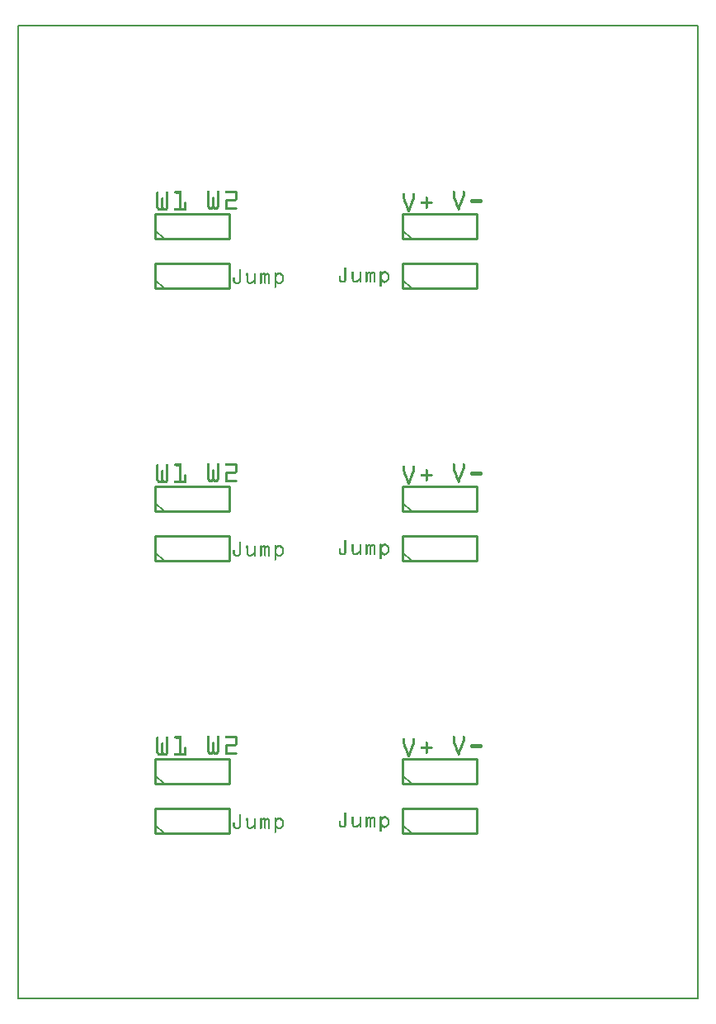
<source format=gto>
G04 MADE WITH FRITZING*
G04 WWW.FRITZING.ORG*
G04 DOUBLE SIDED*
G04 HOLES PLATED*
G04 CONTOUR ON CENTER OF CONTOUR VECTOR*
%ASAXBY*%
%FSLAX23Y23*%
%MOIN*%
%OFA0B0*%
%SFA1.0B1.0*%
%ADD10R,2.755910X3.937010X2.739910X3.921010*%
%ADD11C,0.008000*%
%ADD12C,0.010000*%
%ADD13C,0.005000*%
%ADD14R,0.001000X0.001000*%
%LNSILK1*%
G90*
G70*
G54D11*
X4Y3933D02*
X2752Y3933D01*
X2752Y4D01*
X4Y4D01*
X4Y3933D01*
D02*
G54D12*
X558Y871D02*
X858Y871D01*
D02*
X858Y871D02*
X858Y971D01*
D02*
X858Y971D02*
X558Y971D01*
D02*
X558Y971D02*
X558Y871D01*
G54D13*
D02*
X593Y871D02*
X558Y906D01*
G54D12*
D02*
X1558Y871D02*
X1858Y871D01*
D02*
X1858Y871D02*
X1858Y971D01*
D02*
X1858Y971D02*
X1558Y971D01*
D02*
X1558Y971D02*
X1558Y871D01*
G54D13*
D02*
X1593Y871D02*
X1558Y906D01*
G54D12*
D02*
X1558Y671D02*
X1858Y671D01*
D02*
X1858Y671D02*
X1858Y771D01*
D02*
X1858Y771D02*
X1558Y771D01*
D02*
X1558Y771D02*
X1558Y671D01*
G54D13*
D02*
X1593Y671D02*
X1558Y706D01*
G54D12*
D02*
X558Y671D02*
X858Y671D01*
D02*
X858Y671D02*
X858Y771D01*
D02*
X858Y771D02*
X558Y771D01*
D02*
X558Y771D02*
X558Y671D01*
G54D13*
D02*
X593Y671D02*
X558Y706D01*
G54D12*
D02*
X558Y1971D02*
X858Y1971D01*
D02*
X858Y1971D02*
X858Y2071D01*
D02*
X858Y2071D02*
X558Y2071D01*
D02*
X558Y2071D02*
X558Y1971D01*
G54D13*
D02*
X593Y1971D02*
X558Y2006D01*
G54D12*
D02*
X1558Y1971D02*
X1858Y1971D01*
D02*
X1858Y1971D02*
X1858Y2071D01*
D02*
X1858Y2071D02*
X1558Y2071D01*
D02*
X1558Y2071D02*
X1558Y1971D01*
G54D13*
D02*
X1593Y1971D02*
X1558Y2006D01*
G54D12*
D02*
X1558Y1771D02*
X1858Y1771D01*
D02*
X1858Y1771D02*
X1858Y1871D01*
D02*
X1858Y1871D02*
X1558Y1871D01*
D02*
X1558Y1871D02*
X1558Y1771D01*
G54D13*
D02*
X1593Y1771D02*
X1558Y1806D01*
G54D12*
D02*
X558Y1771D02*
X858Y1771D01*
D02*
X858Y1771D02*
X858Y1871D01*
D02*
X858Y1871D02*
X558Y1871D01*
D02*
X558Y1871D02*
X558Y1771D01*
G54D13*
D02*
X593Y1771D02*
X558Y1806D01*
G54D12*
D02*
X558Y3071D02*
X858Y3071D01*
D02*
X858Y3071D02*
X858Y3171D01*
D02*
X858Y3171D02*
X558Y3171D01*
D02*
X558Y3171D02*
X558Y3071D01*
G54D13*
D02*
X593Y3071D02*
X558Y3106D01*
G54D12*
D02*
X1558Y3071D02*
X1858Y3071D01*
D02*
X1858Y3071D02*
X1858Y3171D01*
D02*
X1858Y3171D02*
X1558Y3171D01*
D02*
X1558Y3171D02*
X1558Y3071D01*
G54D13*
D02*
X1593Y3071D02*
X1558Y3106D01*
G54D12*
D02*
X1558Y2871D02*
X1858Y2871D01*
D02*
X1858Y2871D02*
X1858Y2971D01*
D02*
X1858Y2971D02*
X1558Y2971D01*
D02*
X1558Y2971D02*
X1558Y2871D01*
G54D13*
D02*
X1593Y2871D02*
X1558Y2906D01*
G54D12*
D02*
X558Y2871D02*
X858Y2871D01*
D02*
X858Y2871D02*
X858Y2971D01*
D02*
X858Y2971D02*
X558Y2971D01*
D02*
X558Y2971D02*
X558Y2871D01*
G54D13*
D02*
X593Y2871D02*
X558Y2906D01*
G54D14*
X771Y3266D02*
X774Y3266D01*
X811Y3266D02*
X814Y3266D01*
X843Y3266D02*
X882Y3266D01*
X770Y3265D02*
X776Y3265D01*
X810Y3265D02*
X816Y3265D01*
X842Y3265D02*
X884Y3265D01*
X769Y3264D02*
X777Y3264D01*
X809Y3264D02*
X816Y3264D01*
X841Y3264D02*
X886Y3264D01*
X1762Y3264D02*
X1767Y3264D01*
X1802Y3264D02*
X1806Y3264D01*
X568Y3263D02*
X568Y3263D01*
X607Y3263D02*
X608Y3263D01*
X639Y3263D02*
X664Y3263D01*
X769Y3263D02*
X777Y3263D01*
X808Y3263D02*
X817Y3263D01*
X841Y3263D02*
X887Y3263D01*
X1761Y3263D02*
X1768Y3263D01*
X1801Y3263D02*
X1807Y3263D01*
X565Y3262D02*
X570Y3262D01*
X605Y3262D02*
X610Y3262D01*
X637Y3262D02*
X664Y3262D01*
X769Y3262D02*
X778Y3262D01*
X808Y3262D02*
X817Y3262D01*
X840Y3262D02*
X887Y3262D01*
X1761Y3262D02*
X1768Y3262D01*
X1800Y3262D02*
X1808Y3262D01*
X564Y3261D02*
X571Y3261D01*
X604Y3261D02*
X611Y3261D01*
X636Y3261D02*
X664Y3261D01*
X768Y3261D02*
X778Y3261D01*
X808Y3261D02*
X817Y3261D01*
X840Y3261D02*
X888Y3261D01*
X1760Y3261D02*
X1769Y3261D01*
X1800Y3261D02*
X1809Y3261D01*
X564Y3260D02*
X572Y3260D01*
X603Y3260D02*
X612Y3260D01*
X636Y3260D02*
X664Y3260D01*
X768Y3260D02*
X778Y3260D01*
X808Y3260D02*
X817Y3260D01*
X841Y3260D02*
X889Y3260D01*
X1760Y3260D02*
X1769Y3260D01*
X1800Y3260D02*
X1809Y3260D01*
X563Y3259D02*
X572Y3259D01*
X603Y3259D02*
X612Y3259D01*
X635Y3259D02*
X664Y3259D01*
X768Y3259D02*
X778Y3259D01*
X808Y3259D02*
X817Y3259D01*
X841Y3259D02*
X889Y3259D01*
X1760Y3259D02*
X1769Y3259D01*
X1800Y3259D02*
X1809Y3259D01*
X563Y3258D02*
X572Y3258D01*
X603Y3258D02*
X612Y3258D01*
X635Y3258D02*
X664Y3258D01*
X768Y3258D02*
X778Y3258D01*
X808Y3258D02*
X817Y3258D01*
X842Y3258D02*
X889Y3258D01*
X1760Y3258D02*
X1769Y3258D01*
X1800Y3258D02*
X1809Y3258D01*
X563Y3257D02*
X572Y3257D01*
X603Y3257D02*
X612Y3257D01*
X635Y3257D02*
X664Y3257D01*
X768Y3257D02*
X778Y3257D01*
X808Y3257D02*
X817Y3257D01*
X843Y3257D02*
X889Y3257D01*
X1760Y3257D02*
X1769Y3257D01*
X1800Y3257D02*
X1809Y3257D01*
X563Y3256D02*
X572Y3256D01*
X603Y3256D02*
X612Y3256D01*
X636Y3256D02*
X664Y3256D01*
X768Y3256D02*
X778Y3256D01*
X808Y3256D02*
X817Y3256D01*
X880Y3256D02*
X889Y3256D01*
X1561Y3256D02*
X1564Y3256D01*
X1601Y3256D02*
X1604Y3256D01*
X1760Y3256D02*
X1769Y3256D01*
X1800Y3256D02*
X1809Y3256D01*
X563Y3255D02*
X572Y3255D01*
X603Y3255D02*
X612Y3255D01*
X636Y3255D02*
X664Y3255D01*
X768Y3255D02*
X778Y3255D01*
X808Y3255D02*
X817Y3255D01*
X880Y3255D02*
X889Y3255D01*
X1560Y3255D02*
X1566Y3255D01*
X1600Y3255D02*
X1605Y3255D01*
X1760Y3255D02*
X1769Y3255D01*
X1800Y3255D02*
X1809Y3255D01*
X563Y3254D02*
X572Y3254D01*
X603Y3254D02*
X612Y3254D01*
X637Y3254D02*
X664Y3254D01*
X768Y3254D02*
X778Y3254D01*
X808Y3254D02*
X817Y3254D01*
X880Y3254D02*
X889Y3254D01*
X1559Y3254D02*
X1567Y3254D01*
X1599Y3254D02*
X1606Y3254D01*
X1760Y3254D02*
X1769Y3254D01*
X1800Y3254D02*
X1809Y3254D01*
X563Y3253D02*
X572Y3253D01*
X603Y3253D02*
X612Y3253D01*
X640Y3253D02*
X664Y3253D01*
X768Y3253D02*
X778Y3253D01*
X808Y3253D02*
X817Y3253D01*
X880Y3253D02*
X889Y3253D01*
X1559Y3253D02*
X1567Y3253D01*
X1598Y3253D02*
X1607Y3253D01*
X1760Y3253D02*
X1769Y3253D01*
X1800Y3253D02*
X1809Y3253D01*
X563Y3252D02*
X572Y3252D01*
X603Y3252D02*
X612Y3252D01*
X655Y3252D02*
X664Y3252D01*
X768Y3252D02*
X778Y3252D01*
X808Y3252D02*
X817Y3252D01*
X880Y3252D02*
X889Y3252D01*
X1558Y3252D02*
X1567Y3252D01*
X1598Y3252D02*
X1607Y3252D01*
X1760Y3252D02*
X1769Y3252D01*
X1800Y3252D02*
X1809Y3252D01*
X563Y3251D02*
X572Y3251D01*
X603Y3251D02*
X612Y3251D01*
X655Y3251D02*
X664Y3251D01*
X768Y3251D02*
X778Y3251D01*
X808Y3251D02*
X817Y3251D01*
X880Y3251D02*
X889Y3251D01*
X1558Y3251D02*
X1567Y3251D01*
X1598Y3251D02*
X1607Y3251D01*
X1760Y3251D02*
X1769Y3251D01*
X1800Y3251D02*
X1809Y3251D01*
X563Y3250D02*
X572Y3250D01*
X603Y3250D02*
X612Y3250D01*
X655Y3250D02*
X664Y3250D01*
X768Y3250D02*
X778Y3250D01*
X808Y3250D02*
X817Y3250D01*
X880Y3250D02*
X889Y3250D01*
X1558Y3250D02*
X1567Y3250D01*
X1598Y3250D02*
X1607Y3250D01*
X1760Y3250D02*
X1769Y3250D01*
X1800Y3250D02*
X1809Y3250D01*
X563Y3249D02*
X572Y3249D01*
X603Y3249D02*
X612Y3249D01*
X655Y3249D02*
X664Y3249D01*
X768Y3249D02*
X778Y3249D01*
X808Y3249D02*
X817Y3249D01*
X880Y3249D02*
X889Y3249D01*
X1558Y3249D02*
X1567Y3249D01*
X1598Y3249D02*
X1607Y3249D01*
X1760Y3249D02*
X1769Y3249D01*
X1800Y3249D02*
X1809Y3249D01*
X563Y3248D02*
X572Y3248D01*
X603Y3248D02*
X612Y3248D01*
X655Y3248D02*
X664Y3248D01*
X768Y3248D02*
X778Y3248D01*
X808Y3248D02*
X817Y3248D01*
X880Y3248D02*
X889Y3248D01*
X1558Y3248D02*
X1567Y3248D01*
X1598Y3248D02*
X1607Y3248D01*
X1760Y3248D02*
X1769Y3248D01*
X1800Y3248D02*
X1809Y3248D01*
X563Y3247D02*
X572Y3247D01*
X603Y3247D02*
X612Y3247D01*
X655Y3247D02*
X664Y3247D01*
X768Y3247D02*
X778Y3247D01*
X808Y3247D02*
X817Y3247D01*
X880Y3247D02*
X889Y3247D01*
X1558Y3247D02*
X1567Y3247D01*
X1598Y3247D02*
X1607Y3247D01*
X1760Y3247D02*
X1769Y3247D01*
X1800Y3247D02*
X1809Y3247D01*
X563Y3246D02*
X572Y3246D01*
X603Y3246D02*
X612Y3246D01*
X655Y3246D02*
X664Y3246D01*
X768Y3246D02*
X778Y3246D01*
X808Y3246D02*
X817Y3246D01*
X880Y3246D02*
X889Y3246D01*
X1558Y3246D02*
X1567Y3246D01*
X1598Y3246D02*
X1607Y3246D01*
X1760Y3246D02*
X1769Y3246D01*
X1800Y3246D02*
X1809Y3246D01*
X563Y3245D02*
X572Y3245D01*
X603Y3245D02*
X612Y3245D01*
X655Y3245D02*
X664Y3245D01*
X768Y3245D02*
X778Y3245D01*
X808Y3245D02*
X817Y3245D01*
X880Y3245D02*
X889Y3245D01*
X1558Y3245D02*
X1567Y3245D01*
X1598Y3245D02*
X1607Y3245D01*
X1760Y3245D02*
X1769Y3245D01*
X1800Y3245D02*
X1809Y3245D01*
X563Y3244D02*
X572Y3244D01*
X603Y3244D02*
X612Y3244D01*
X655Y3244D02*
X664Y3244D01*
X768Y3244D02*
X778Y3244D01*
X808Y3244D02*
X817Y3244D01*
X880Y3244D02*
X889Y3244D01*
X1558Y3244D02*
X1567Y3244D01*
X1598Y3244D02*
X1607Y3244D01*
X1760Y3244D02*
X1769Y3244D01*
X1800Y3244D02*
X1809Y3244D01*
X563Y3243D02*
X572Y3243D01*
X603Y3243D02*
X612Y3243D01*
X655Y3243D02*
X664Y3243D01*
X768Y3243D02*
X778Y3243D01*
X808Y3243D02*
X817Y3243D01*
X880Y3243D02*
X889Y3243D01*
X1558Y3243D02*
X1567Y3243D01*
X1598Y3243D02*
X1607Y3243D01*
X1760Y3243D02*
X1769Y3243D01*
X1799Y3243D02*
X1809Y3243D01*
X563Y3242D02*
X572Y3242D01*
X603Y3242D02*
X612Y3242D01*
X655Y3242D02*
X664Y3242D01*
X768Y3242D02*
X778Y3242D01*
X808Y3242D02*
X817Y3242D01*
X880Y3242D02*
X889Y3242D01*
X1558Y3242D02*
X1567Y3242D01*
X1598Y3242D02*
X1607Y3242D01*
X1654Y3242D02*
X1656Y3242D01*
X1760Y3242D02*
X1770Y3242D01*
X1799Y3242D02*
X1809Y3242D01*
X563Y3241D02*
X572Y3241D01*
X603Y3241D02*
X612Y3241D01*
X655Y3241D02*
X664Y3241D01*
X768Y3241D02*
X778Y3241D01*
X808Y3241D02*
X817Y3241D01*
X880Y3241D02*
X889Y3241D01*
X1558Y3241D02*
X1567Y3241D01*
X1598Y3241D02*
X1607Y3241D01*
X1652Y3241D02*
X1657Y3241D01*
X1760Y3241D02*
X1770Y3241D01*
X1799Y3241D02*
X1808Y3241D01*
X563Y3240D02*
X572Y3240D01*
X603Y3240D02*
X612Y3240D01*
X655Y3240D02*
X664Y3240D01*
X768Y3240D02*
X778Y3240D01*
X790Y3240D02*
X795Y3240D01*
X808Y3240D02*
X817Y3240D01*
X880Y3240D02*
X889Y3240D01*
X1558Y3240D02*
X1567Y3240D01*
X1598Y3240D02*
X1607Y3240D01*
X1651Y3240D02*
X1658Y3240D01*
X1761Y3240D02*
X1770Y3240D01*
X1798Y3240D02*
X1808Y3240D01*
X563Y3239D02*
X572Y3239D01*
X603Y3239D02*
X612Y3239D01*
X655Y3239D02*
X664Y3239D01*
X768Y3239D02*
X778Y3239D01*
X789Y3239D02*
X796Y3239D01*
X808Y3239D02*
X817Y3239D01*
X880Y3239D02*
X889Y3239D01*
X1558Y3239D02*
X1567Y3239D01*
X1598Y3239D02*
X1607Y3239D01*
X1650Y3239D02*
X1659Y3239D01*
X1761Y3239D02*
X1771Y3239D01*
X1798Y3239D02*
X1808Y3239D01*
X563Y3238D02*
X572Y3238D01*
X603Y3238D02*
X612Y3238D01*
X655Y3238D02*
X664Y3238D01*
X768Y3238D02*
X778Y3238D01*
X789Y3238D02*
X797Y3238D01*
X808Y3238D02*
X817Y3238D01*
X880Y3238D02*
X889Y3238D01*
X1558Y3238D02*
X1567Y3238D01*
X1598Y3238D02*
X1607Y3238D01*
X1650Y3238D02*
X1659Y3238D01*
X1761Y3238D02*
X1771Y3238D01*
X1797Y3238D02*
X1807Y3238D01*
X563Y3237D02*
X572Y3237D01*
X586Y3237D02*
X590Y3237D01*
X603Y3237D02*
X612Y3237D01*
X655Y3237D02*
X664Y3237D01*
X768Y3237D02*
X778Y3237D01*
X788Y3237D02*
X797Y3237D01*
X808Y3237D02*
X817Y3237D01*
X880Y3237D02*
X889Y3237D01*
X1558Y3237D02*
X1567Y3237D01*
X1598Y3237D02*
X1607Y3237D01*
X1650Y3237D02*
X1659Y3237D01*
X1762Y3237D02*
X1772Y3237D01*
X1797Y3237D02*
X1807Y3237D01*
X563Y3236D02*
X572Y3236D01*
X585Y3236D02*
X591Y3236D01*
X603Y3236D02*
X612Y3236D01*
X655Y3236D02*
X664Y3236D01*
X768Y3236D02*
X778Y3236D01*
X788Y3236D02*
X797Y3236D01*
X808Y3236D02*
X817Y3236D01*
X880Y3236D02*
X889Y3236D01*
X1558Y3236D02*
X1567Y3236D01*
X1598Y3236D02*
X1607Y3236D01*
X1650Y3236D02*
X1659Y3236D01*
X1762Y3236D02*
X1772Y3236D01*
X1797Y3236D02*
X1807Y3236D01*
X563Y3235D02*
X572Y3235D01*
X584Y3235D02*
X592Y3235D01*
X603Y3235D02*
X612Y3235D01*
X655Y3235D02*
X664Y3235D01*
X768Y3235D02*
X778Y3235D01*
X788Y3235D02*
X797Y3235D01*
X808Y3235D02*
X817Y3235D01*
X880Y3235D02*
X889Y3235D01*
X1558Y3235D02*
X1567Y3235D01*
X1598Y3235D02*
X1607Y3235D01*
X1650Y3235D02*
X1659Y3235D01*
X1763Y3235D02*
X1772Y3235D01*
X1796Y3235D02*
X1806Y3235D01*
X563Y3234D02*
X572Y3234D01*
X583Y3234D02*
X592Y3234D01*
X603Y3234D02*
X612Y3234D01*
X655Y3234D02*
X664Y3234D01*
X768Y3234D02*
X778Y3234D01*
X788Y3234D02*
X797Y3234D01*
X808Y3234D02*
X817Y3234D01*
X880Y3234D02*
X889Y3234D01*
X1558Y3234D02*
X1568Y3234D01*
X1597Y3234D02*
X1607Y3234D01*
X1650Y3234D02*
X1659Y3234D01*
X1763Y3234D02*
X1773Y3234D01*
X1796Y3234D02*
X1806Y3234D01*
X563Y3233D02*
X572Y3233D01*
X583Y3233D02*
X592Y3233D01*
X603Y3233D02*
X612Y3233D01*
X655Y3233D02*
X664Y3233D01*
X768Y3233D02*
X778Y3233D01*
X788Y3233D02*
X797Y3233D01*
X808Y3233D02*
X817Y3233D01*
X880Y3233D02*
X889Y3233D01*
X1558Y3233D02*
X1568Y3233D01*
X1597Y3233D02*
X1607Y3233D01*
X1650Y3233D02*
X1659Y3233D01*
X1763Y3233D02*
X1773Y3233D01*
X1795Y3233D02*
X1805Y3233D01*
X563Y3232D02*
X572Y3232D01*
X583Y3232D02*
X592Y3232D01*
X603Y3232D02*
X612Y3232D01*
X655Y3232D02*
X664Y3232D01*
X768Y3232D02*
X778Y3232D01*
X788Y3232D02*
X797Y3232D01*
X808Y3232D02*
X817Y3232D01*
X848Y3232D02*
X889Y3232D01*
X1559Y3232D02*
X1569Y3232D01*
X1597Y3232D02*
X1607Y3232D01*
X1650Y3232D02*
X1659Y3232D01*
X1764Y3232D02*
X1774Y3232D01*
X1795Y3232D02*
X1805Y3232D01*
X563Y3231D02*
X572Y3231D01*
X583Y3231D02*
X592Y3231D01*
X603Y3231D02*
X612Y3231D01*
X655Y3231D02*
X664Y3231D01*
X768Y3231D02*
X778Y3231D01*
X788Y3231D02*
X797Y3231D01*
X808Y3231D02*
X817Y3231D01*
X845Y3231D02*
X889Y3231D01*
X1559Y3231D02*
X1569Y3231D01*
X1596Y3231D02*
X1606Y3231D01*
X1650Y3231D02*
X1659Y3231D01*
X1764Y3231D02*
X1774Y3231D01*
X1795Y3231D02*
X1805Y3231D01*
X563Y3230D02*
X572Y3230D01*
X583Y3230D02*
X592Y3230D01*
X603Y3230D02*
X612Y3230D01*
X655Y3230D02*
X664Y3230D01*
X768Y3230D02*
X778Y3230D01*
X788Y3230D02*
X797Y3230D01*
X808Y3230D02*
X817Y3230D01*
X844Y3230D02*
X889Y3230D01*
X1560Y3230D02*
X1569Y3230D01*
X1596Y3230D02*
X1606Y3230D01*
X1650Y3230D02*
X1659Y3230D01*
X1764Y3230D02*
X1774Y3230D01*
X1794Y3230D02*
X1804Y3230D01*
X1834Y3230D02*
X1878Y3230D01*
X563Y3229D02*
X572Y3229D01*
X583Y3229D02*
X592Y3229D01*
X603Y3229D02*
X612Y3229D01*
X655Y3229D02*
X664Y3229D01*
X768Y3229D02*
X778Y3229D01*
X788Y3229D02*
X797Y3229D01*
X808Y3229D02*
X817Y3229D01*
X843Y3229D02*
X889Y3229D01*
X1560Y3229D02*
X1570Y3229D01*
X1596Y3229D02*
X1605Y3229D01*
X1650Y3229D02*
X1659Y3229D01*
X1765Y3229D02*
X1775Y3229D01*
X1794Y3229D02*
X1804Y3229D01*
X1833Y3229D02*
X1880Y3229D01*
X563Y3228D02*
X572Y3228D01*
X583Y3228D02*
X592Y3228D01*
X603Y3228D02*
X612Y3228D01*
X655Y3228D02*
X664Y3228D01*
X768Y3228D02*
X778Y3228D01*
X788Y3228D02*
X797Y3228D01*
X808Y3228D02*
X817Y3228D01*
X842Y3228D02*
X888Y3228D01*
X1560Y3228D02*
X1570Y3228D01*
X1595Y3228D02*
X1605Y3228D01*
X1650Y3228D02*
X1659Y3228D01*
X1765Y3228D02*
X1775Y3228D01*
X1794Y3228D02*
X1803Y3228D01*
X1832Y3228D02*
X1880Y3228D01*
X563Y3227D02*
X572Y3227D01*
X583Y3227D02*
X592Y3227D01*
X603Y3227D02*
X612Y3227D01*
X655Y3227D02*
X664Y3227D01*
X768Y3227D02*
X778Y3227D01*
X788Y3227D02*
X797Y3227D01*
X808Y3227D02*
X817Y3227D01*
X842Y3227D02*
X888Y3227D01*
X1561Y3227D02*
X1571Y3227D01*
X1595Y3227D02*
X1605Y3227D01*
X1650Y3227D02*
X1659Y3227D01*
X1766Y3227D02*
X1776Y3227D01*
X1793Y3227D02*
X1803Y3227D01*
X1832Y3227D02*
X1881Y3227D01*
X563Y3226D02*
X572Y3226D01*
X583Y3226D02*
X592Y3226D01*
X603Y3226D02*
X612Y3226D01*
X655Y3226D02*
X664Y3226D01*
X768Y3226D02*
X778Y3226D01*
X788Y3226D02*
X797Y3226D01*
X808Y3226D02*
X817Y3226D01*
X841Y3226D02*
X887Y3226D01*
X1561Y3226D02*
X1571Y3226D01*
X1594Y3226D02*
X1604Y3226D01*
X1650Y3226D02*
X1659Y3226D01*
X1766Y3226D02*
X1776Y3226D01*
X1793Y3226D02*
X1803Y3226D01*
X1832Y3226D02*
X1881Y3226D01*
X563Y3225D02*
X572Y3225D01*
X583Y3225D02*
X592Y3225D01*
X603Y3225D02*
X612Y3225D01*
X655Y3225D02*
X664Y3225D01*
X768Y3225D02*
X778Y3225D01*
X788Y3225D02*
X797Y3225D01*
X808Y3225D02*
X817Y3225D01*
X841Y3225D02*
X886Y3225D01*
X1561Y3225D02*
X1571Y3225D01*
X1594Y3225D02*
X1604Y3225D01*
X1650Y3225D02*
X1659Y3225D01*
X1766Y3225D02*
X1776Y3225D01*
X1792Y3225D02*
X1802Y3225D01*
X1832Y3225D02*
X1881Y3225D01*
X563Y3224D02*
X572Y3224D01*
X583Y3224D02*
X592Y3224D01*
X603Y3224D02*
X612Y3224D01*
X655Y3224D02*
X664Y3224D01*
X768Y3224D02*
X778Y3224D01*
X788Y3224D02*
X797Y3224D01*
X808Y3224D02*
X817Y3224D01*
X841Y3224D02*
X885Y3224D01*
X1562Y3224D02*
X1572Y3224D01*
X1594Y3224D02*
X1603Y3224D01*
X1650Y3224D02*
X1659Y3224D01*
X1767Y3224D02*
X1777Y3224D01*
X1792Y3224D02*
X1802Y3224D01*
X1832Y3224D02*
X1881Y3224D01*
X563Y3223D02*
X572Y3223D01*
X583Y3223D02*
X592Y3223D01*
X603Y3223D02*
X612Y3223D01*
X655Y3223D02*
X664Y3223D01*
X768Y3223D02*
X778Y3223D01*
X788Y3223D02*
X797Y3223D01*
X808Y3223D02*
X817Y3223D01*
X840Y3223D02*
X883Y3223D01*
X1562Y3223D02*
X1572Y3223D01*
X1593Y3223D02*
X1603Y3223D01*
X1650Y3223D02*
X1659Y3223D01*
X1767Y3223D02*
X1777Y3223D01*
X1792Y3223D02*
X1801Y3223D01*
X1832Y3223D02*
X1881Y3223D01*
X563Y3222D02*
X572Y3222D01*
X583Y3222D02*
X592Y3222D01*
X603Y3222D02*
X612Y3222D01*
X655Y3222D02*
X664Y3222D01*
X768Y3222D02*
X778Y3222D01*
X788Y3222D02*
X797Y3222D01*
X808Y3222D02*
X817Y3222D01*
X840Y3222D02*
X850Y3222D01*
X1563Y3222D02*
X1573Y3222D01*
X1593Y3222D02*
X1603Y3222D01*
X1633Y3222D02*
X1676Y3222D01*
X1768Y3222D02*
X1778Y3222D01*
X1791Y3222D02*
X1801Y3222D01*
X1832Y3222D02*
X1881Y3222D01*
X563Y3221D02*
X572Y3221D01*
X583Y3221D02*
X592Y3221D01*
X603Y3221D02*
X612Y3221D01*
X655Y3221D02*
X664Y3221D01*
X768Y3221D02*
X778Y3221D01*
X788Y3221D02*
X797Y3221D01*
X808Y3221D02*
X817Y3221D01*
X840Y3221D02*
X850Y3221D01*
X1563Y3221D02*
X1573Y3221D01*
X1592Y3221D02*
X1602Y3221D01*
X1632Y3221D02*
X1677Y3221D01*
X1768Y3221D02*
X1778Y3221D01*
X1791Y3221D02*
X1801Y3221D01*
X1832Y3221D02*
X1881Y3221D01*
X563Y3220D02*
X572Y3220D01*
X583Y3220D02*
X592Y3220D01*
X603Y3220D02*
X612Y3220D01*
X655Y3220D02*
X664Y3220D01*
X678Y3220D02*
X681Y3220D01*
X768Y3220D02*
X778Y3220D01*
X788Y3220D02*
X797Y3220D01*
X808Y3220D02*
X817Y3220D01*
X840Y3220D02*
X850Y3220D01*
X1563Y3220D02*
X1573Y3220D01*
X1592Y3220D02*
X1602Y3220D01*
X1631Y3220D02*
X1678Y3220D01*
X1768Y3220D02*
X1778Y3220D01*
X1790Y3220D02*
X1800Y3220D01*
X1832Y3220D02*
X1880Y3220D01*
X563Y3219D02*
X572Y3219D01*
X583Y3219D02*
X592Y3219D01*
X603Y3219D02*
X612Y3219D01*
X655Y3219D02*
X664Y3219D01*
X676Y3219D02*
X683Y3219D01*
X768Y3219D02*
X778Y3219D01*
X788Y3219D02*
X797Y3219D01*
X808Y3219D02*
X817Y3219D01*
X840Y3219D02*
X850Y3219D01*
X1564Y3219D02*
X1574Y3219D01*
X1592Y3219D02*
X1601Y3219D01*
X1631Y3219D02*
X1679Y3219D01*
X1769Y3219D02*
X1779Y3219D01*
X1790Y3219D02*
X1800Y3219D01*
X1833Y3219D02*
X1880Y3219D01*
X563Y3218D02*
X572Y3218D01*
X583Y3218D02*
X592Y3218D01*
X603Y3218D02*
X612Y3218D01*
X655Y3218D02*
X664Y3218D01*
X676Y3218D02*
X683Y3218D01*
X768Y3218D02*
X778Y3218D01*
X788Y3218D02*
X797Y3218D01*
X808Y3218D02*
X817Y3218D01*
X840Y3218D02*
X850Y3218D01*
X1564Y3218D02*
X1574Y3218D01*
X1591Y3218D02*
X1601Y3218D01*
X1630Y3218D02*
X1679Y3218D01*
X1769Y3218D02*
X1779Y3218D01*
X1790Y3218D02*
X1800Y3218D01*
X1833Y3218D02*
X1879Y3218D01*
X563Y3217D02*
X572Y3217D01*
X583Y3217D02*
X592Y3217D01*
X603Y3217D02*
X612Y3217D01*
X655Y3217D02*
X664Y3217D01*
X675Y3217D02*
X684Y3217D01*
X768Y3217D02*
X778Y3217D01*
X788Y3217D02*
X797Y3217D01*
X808Y3217D02*
X817Y3217D01*
X840Y3217D02*
X850Y3217D01*
X1565Y3217D02*
X1575Y3217D01*
X1591Y3217D02*
X1601Y3217D01*
X1630Y3217D02*
X1679Y3217D01*
X1770Y3217D02*
X1779Y3217D01*
X1789Y3217D02*
X1799Y3217D01*
X1835Y3217D02*
X1878Y3217D01*
X563Y3216D02*
X572Y3216D01*
X583Y3216D02*
X592Y3216D01*
X603Y3216D02*
X612Y3216D01*
X655Y3216D02*
X664Y3216D01*
X675Y3216D02*
X684Y3216D01*
X768Y3216D02*
X778Y3216D01*
X788Y3216D02*
X797Y3216D01*
X808Y3216D02*
X817Y3216D01*
X840Y3216D02*
X850Y3216D01*
X1565Y3216D02*
X1575Y3216D01*
X1590Y3216D02*
X1600Y3216D01*
X1630Y3216D02*
X1679Y3216D01*
X1770Y3216D02*
X1780Y3216D01*
X1789Y3216D02*
X1799Y3216D01*
X563Y3215D02*
X572Y3215D01*
X583Y3215D02*
X592Y3215D01*
X603Y3215D02*
X612Y3215D01*
X655Y3215D02*
X664Y3215D01*
X675Y3215D02*
X684Y3215D01*
X768Y3215D02*
X778Y3215D01*
X788Y3215D02*
X797Y3215D01*
X808Y3215D02*
X817Y3215D01*
X840Y3215D02*
X850Y3215D01*
X1565Y3215D02*
X1575Y3215D01*
X1590Y3215D02*
X1600Y3215D01*
X1631Y3215D02*
X1678Y3215D01*
X1770Y3215D02*
X1780Y3215D01*
X1788Y3215D02*
X1798Y3215D01*
X563Y3214D02*
X572Y3214D01*
X583Y3214D02*
X592Y3214D01*
X603Y3214D02*
X612Y3214D01*
X655Y3214D02*
X664Y3214D01*
X675Y3214D02*
X684Y3214D01*
X768Y3214D02*
X778Y3214D01*
X788Y3214D02*
X797Y3214D01*
X808Y3214D02*
X817Y3214D01*
X840Y3214D02*
X850Y3214D01*
X1566Y3214D02*
X1576Y3214D01*
X1590Y3214D02*
X1600Y3214D01*
X1632Y3214D02*
X1678Y3214D01*
X1771Y3214D02*
X1781Y3214D01*
X1788Y3214D02*
X1798Y3214D01*
X563Y3213D02*
X572Y3213D01*
X583Y3213D02*
X592Y3213D01*
X603Y3213D02*
X612Y3213D01*
X655Y3213D02*
X664Y3213D01*
X675Y3213D02*
X684Y3213D01*
X768Y3213D02*
X778Y3213D01*
X788Y3213D02*
X797Y3213D01*
X808Y3213D02*
X817Y3213D01*
X840Y3213D02*
X850Y3213D01*
X1566Y3213D02*
X1576Y3213D01*
X1589Y3213D02*
X1599Y3213D01*
X1633Y3213D02*
X1676Y3213D01*
X1771Y3213D02*
X1781Y3213D01*
X1788Y3213D02*
X1798Y3213D01*
X563Y3212D02*
X572Y3212D01*
X583Y3212D02*
X592Y3212D01*
X603Y3212D02*
X612Y3212D01*
X655Y3212D02*
X664Y3212D01*
X675Y3212D02*
X684Y3212D01*
X768Y3212D02*
X778Y3212D01*
X788Y3212D02*
X797Y3212D01*
X808Y3212D02*
X817Y3212D01*
X840Y3212D02*
X850Y3212D01*
X1567Y3212D02*
X1576Y3212D01*
X1589Y3212D02*
X1599Y3212D01*
X1650Y3212D02*
X1659Y3212D01*
X1771Y3212D02*
X1781Y3212D01*
X1787Y3212D02*
X1797Y3212D01*
X563Y3211D02*
X572Y3211D01*
X583Y3211D02*
X592Y3211D01*
X603Y3211D02*
X612Y3211D01*
X655Y3211D02*
X664Y3211D01*
X675Y3211D02*
X684Y3211D01*
X768Y3211D02*
X778Y3211D01*
X788Y3211D02*
X797Y3211D01*
X808Y3211D02*
X817Y3211D01*
X840Y3211D02*
X850Y3211D01*
X1567Y3211D02*
X1577Y3211D01*
X1588Y3211D02*
X1598Y3211D01*
X1650Y3211D02*
X1659Y3211D01*
X1772Y3211D02*
X1782Y3211D01*
X1787Y3211D02*
X1797Y3211D01*
X563Y3210D02*
X572Y3210D01*
X583Y3210D02*
X592Y3210D01*
X603Y3210D02*
X612Y3210D01*
X655Y3210D02*
X664Y3210D01*
X675Y3210D02*
X684Y3210D01*
X768Y3210D02*
X778Y3210D01*
X788Y3210D02*
X797Y3210D01*
X808Y3210D02*
X817Y3210D01*
X840Y3210D02*
X850Y3210D01*
X1567Y3210D02*
X1577Y3210D01*
X1588Y3210D02*
X1598Y3210D01*
X1650Y3210D02*
X1659Y3210D01*
X1772Y3210D02*
X1782Y3210D01*
X1786Y3210D02*
X1796Y3210D01*
X563Y3209D02*
X572Y3209D01*
X583Y3209D02*
X592Y3209D01*
X603Y3209D02*
X612Y3209D01*
X655Y3209D02*
X664Y3209D01*
X675Y3209D02*
X684Y3209D01*
X768Y3209D02*
X778Y3209D01*
X788Y3209D02*
X797Y3209D01*
X808Y3209D02*
X817Y3209D01*
X840Y3209D02*
X850Y3209D01*
X1568Y3209D02*
X1578Y3209D01*
X1588Y3209D02*
X1598Y3209D01*
X1650Y3209D02*
X1659Y3209D01*
X1773Y3209D02*
X1783Y3209D01*
X1786Y3209D02*
X1796Y3209D01*
X563Y3208D02*
X572Y3208D01*
X583Y3208D02*
X592Y3208D01*
X603Y3208D02*
X612Y3208D01*
X655Y3208D02*
X664Y3208D01*
X675Y3208D02*
X684Y3208D01*
X768Y3208D02*
X778Y3208D01*
X788Y3208D02*
X797Y3208D01*
X808Y3208D02*
X817Y3208D01*
X840Y3208D02*
X850Y3208D01*
X1568Y3208D02*
X1578Y3208D01*
X1587Y3208D02*
X1597Y3208D01*
X1650Y3208D02*
X1659Y3208D01*
X1773Y3208D02*
X1783Y3208D01*
X1786Y3208D02*
X1796Y3208D01*
X563Y3207D02*
X572Y3207D01*
X583Y3207D02*
X592Y3207D01*
X603Y3207D02*
X612Y3207D01*
X655Y3207D02*
X664Y3207D01*
X675Y3207D02*
X684Y3207D01*
X768Y3207D02*
X778Y3207D01*
X788Y3207D02*
X797Y3207D01*
X808Y3207D02*
X817Y3207D01*
X840Y3207D02*
X850Y3207D01*
X1568Y3207D02*
X1578Y3207D01*
X1587Y3207D02*
X1597Y3207D01*
X1650Y3207D02*
X1659Y3207D01*
X1773Y3207D02*
X1783Y3207D01*
X1785Y3207D02*
X1795Y3207D01*
X563Y3206D02*
X572Y3206D01*
X583Y3206D02*
X592Y3206D01*
X603Y3206D02*
X612Y3206D01*
X655Y3206D02*
X664Y3206D01*
X675Y3206D02*
X684Y3206D01*
X768Y3206D02*
X778Y3206D01*
X788Y3206D02*
X797Y3206D01*
X808Y3206D02*
X817Y3206D01*
X840Y3206D02*
X850Y3206D01*
X1569Y3206D02*
X1579Y3206D01*
X1587Y3206D02*
X1596Y3206D01*
X1650Y3206D02*
X1659Y3206D01*
X1774Y3206D02*
X1795Y3206D01*
X563Y3205D02*
X572Y3205D01*
X583Y3205D02*
X592Y3205D01*
X603Y3205D02*
X612Y3205D01*
X655Y3205D02*
X664Y3205D01*
X675Y3205D02*
X684Y3205D01*
X768Y3205D02*
X778Y3205D01*
X788Y3205D02*
X797Y3205D01*
X808Y3205D02*
X817Y3205D01*
X840Y3205D02*
X850Y3205D01*
X1569Y3205D02*
X1579Y3205D01*
X1586Y3205D02*
X1596Y3205D01*
X1650Y3205D02*
X1659Y3205D01*
X1774Y3205D02*
X1794Y3205D01*
X563Y3204D02*
X572Y3204D01*
X583Y3204D02*
X592Y3204D01*
X603Y3204D02*
X612Y3204D01*
X655Y3204D02*
X664Y3204D01*
X675Y3204D02*
X684Y3204D01*
X768Y3204D02*
X778Y3204D01*
X788Y3204D02*
X797Y3204D01*
X808Y3204D02*
X817Y3204D01*
X840Y3204D02*
X850Y3204D01*
X1570Y3204D02*
X1580Y3204D01*
X1586Y3204D02*
X1596Y3204D01*
X1650Y3204D02*
X1659Y3204D01*
X1775Y3204D02*
X1794Y3204D01*
X563Y3203D02*
X572Y3203D01*
X583Y3203D02*
X592Y3203D01*
X603Y3203D02*
X612Y3203D01*
X655Y3203D02*
X664Y3203D01*
X675Y3203D02*
X684Y3203D01*
X768Y3203D02*
X778Y3203D01*
X788Y3203D02*
X798Y3203D01*
X808Y3203D02*
X817Y3203D01*
X840Y3203D02*
X850Y3203D01*
X1570Y3203D02*
X1580Y3203D01*
X1585Y3203D02*
X1595Y3203D01*
X1650Y3203D02*
X1659Y3203D01*
X1775Y3203D02*
X1794Y3203D01*
X563Y3202D02*
X572Y3202D01*
X583Y3202D02*
X592Y3202D01*
X603Y3202D02*
X612Y3202D01*
X655Y3202D02*
X664Y3202D01*
X675Y3202D02*
X684Y3202D01*
X768Y3202D02*
X778Y3202D01*
X787Y3202D02*
X798Y3202D01*
X807Y3202D02*
X817Y3202D01*
X840Y3202D02*
X850Y3202D01*
X1570Y3202D02*
X1580Y3202D01*
X1585Y3202D02*
X1595Y3202D01*
X1650Y3202D02*
X1659Y3202D01*
X1775Y3202D02*
X1793Y3202D01*
X563Y3201D02*
X572Y3201D01*
X583Y3201D02*
X592Y3201D01*
X603Y3201D02*
X612Y3201D01*
X655Y3201D02*
X664Y3201D01*
X675Y3201D02*
X684Y3201D01*
X768Y3201D02*
X779Y3201D01*
X787Y3201D02*
X799Y3201D01*
X807Y3201D02*
X817Y3201D01*
X840Y3201D02*
X850Y3201D01*
X1571Y3201D02*
X1581Y3201D01*
X1585Y3201D02*
X1594Y3201D01*
X1650Y3201D02*
X1659Y3201D01*
X1776Y3201D02*
X1793Y3201D01*
X563Y3200D02*
X572Y3200D01*
X583Y3200D02*
X592Y3200D01*
X603Y3200D02*
X612Y3200D01*
X655Y3200D02*
X664Y3200D01*
X675Y3200D02*
X684Y3200D01*
X769Y3200D02*
X780Y3200D01*
X786Y3200D02*
X799Y3200D01*
X806Y3200D02*
X817Y3200D01*
X840Y3200D02*
X850Y3200D01*
X1571Y3200D02*
X1581Y3200D01*
X1584Y3200D02*
X1594Y3200D01*
X1650Y3200D02*
X1659Y3200D01*
X1776Y3200D02*
X1792Y3200D01*
X563Y3199D02*
X573Y3199D01*
X582Y3199D02*
X593Y3199D01*
X602Y3199D02*
X612Y3199D01*
X655Y3199D02*
X664Y3199D01*
X675Y3199D02*
X684Y3199D01*
X769Y3199D02*
X780Y3199D01*
X786Y3199D02*
X800Y3199D01*
X806Y3199D02*
X816Y3199D01*
X840Y3199D02*
X850Y3199D01*
X1572Y3199D02*
X1582Y3199D01*
X1584Y3199D02*
X1594Y3199D01*
X1650Y3199D02*
X1659Y3199D01*
X1777Y3199D02*
X1792Y3199D01*
X563Y3198D02*
X574Y3198D01*
X582Y3198D02*
X593Y3198D01*
X602Y3198D02*
X612Y3198D01*
X655Y3198D02*
X664Y3198D01*
X675Y3198D02*
X684Y3198D01*
X770Y3198D02*
X816Y3198D01*
X840Y3198D02*
X886Y3198D01*
X1572Y3198D02*
X1593Y3198D01*
X1650Y3198D02*
X1659Y3198D01*
X1777Y3198D02*
X1792Y3198D01*
X563Y3197D02*
X574Y3197D01*
X581Y3197D02*
X594Y3197D01*
X601Y3197D02*
X612Y3197D01*
X655Y3197D02*
X664Y3197D01*
X675Y3197D02*
X684Y3197D01*
X771Y3197D02*
X815Y3197D01*
X840Y3197D02*
X888Y3197D01*
X1572Y3197D02*
X1593Y3197D01*
X1650Y3197D02*
X1659Y3197D01*
X1777Y3197D02*
X1791Y3197D01*
X564Y3196D02*
X575Y3196D01*
X581Y3196D02*
X595Y3196D01*
X601Y3196D02*
X611Y3196D01*
X655Y3196D02*
X664Y3196D01*
X675Y3196D02*
X684Y3196D01*
X771Y3196D02*
X815Y3196D01*
X840Y3196D02*
X889Y3196D01*
X1573Y3196D02*
X1593Y3196D01*
X1650Y3196D02*
X1659Y3196D01*
X1778Y3196D02*
X1791Y3196D01*
X565Y3195D02*
X611Y3195D01*
X639Y3195D02*
X684Y3195D01*
X772Y3195D02*
X814Y3195D01*
X840Y3195D02*
X889Y3195D01*
X1573Y3195D02*
X1592Y3195D01*
X1651Y3195D02*
X1658Y3195D01*
X1778Y3195D02*
X1791Y3195D01*
X565Y3194D02*
X610Y3194D01*
X637Y3194D02*
X684Y3194D01*
X772Y3194D02*
X813Y3194D01*
X840Y3194D02*
X889Y3194D01*
X1574Y3194D02*
X1592Y3194D01*
X1651Y3194D02*
X1658Y3194D01*
X1778Y3194D02*
X1790Y3194D01*
X566Y3193D02*
X610Y3193D01*
X636Y3193D02*
X684Y3193D01*
X773Y3193D02*
X813Y3193D01*
X840Y3193D02*
X889Y3193D01*
X1574Y3193D02*
X1591Y3193D01*
X1653Y3193D02*
X1656Y3193D01*
X1779Y3193D02*
X1790Y3193D01*
X566Y3192D02*
X609Y3192D01*
X636Y3192D02*
X684Y3192D01*
X773Y3192D02*
X812Y3192D01*
X840Y3192D02*
X889Y3192D01*
X1574Y3192D02*
X1591Y3192D01*
X1779Y3192D02*
X1789Y3192D01*
X567Y3191D02*
X608Y3191D01*
X635Y3191D02*
X684Y3191D01*
X774Y3191D02*
X792Y3191D01*
X794Y3191D02*
X812Y3191D01*
X840Y3191D02*
X889Y3191D01*
X1575Y3191D02*
X1591Y3191D01*
X1780Y3191D02*
X1789Y3191D01*
X568Y3190D02*
X608Y3190D01*
X635Y3190D02*
X684Y3190D01*
X775Y3190D02*
X791Y3190D01*
X795Y3190D02*
X811Y3190D01*
X840Y3190D02*
X888Y3190D01*
X1575Y3190D02*
X1590Y3190D01*
X1780Y3190D02*
X1789Y3190D01*
X568Y3189D02*
X607Y3189D01*
X635Y3189D02*
X684Y3189D01*
X776Y3189D02*
X790Y3189D01*
X796Y3189D02*
X810Y3189D01*
X840Y3189D02*
X887Y3189D01*
X1575Y3189D02*
X1590Y3189D01*
X1781Y3189D02*
X1788Y3189D01*
X569Y3188D02*
X587Y3188D01*
X589Y3188D02*
X607Y3188D01*
X636Y3188D02*
X684Y3188D01*
X1576Y3188D02*
X1589Y3188D01*
X1781Y3188D02*
X1787Y3188D01*
X569Y3187D02*
X586Y3187D01*
X589Y3187D02*
X606Y3187D01*
X636Y3187D02*
X683Y3187D01*
X1576Y3187D02*
X1589Y3187D01*
X1783Y3187D02*
X1786Y3187D01*
X570Y3186D02*
X585Y3186D01*
X590Y3186D02*
X605Y3186D01*
X637Y3186D02*
X682Y3186D01*
X1577Y3186D02*
X1589Y3186D01*
X1577Y3185D02*
X1588Y3185D01*
X1577Y3184D02*
X1588Y3184D01*
X1578Y3183D02*
X1587Y3183D01*
X1578Y3182D02*
X1587Y3182D01*
X1579Y3181D02*
X1587Y3181D01*
X1579Y3180D02*
X1586Y3180D01*
X1580Y3179D02*
X1585Y3179D01*
X1325Y2955D02*
X1329Y2955D01*
X1324Y2954D02*
X1330Y2954D01*
X1323Y2953D02*
X1330Y2953D01*
X1323Y2952D02*
X1330Y2952D01*
X1323Y2951D02*
X1330Y2951D01*
X900Y2950D02*
X901Y2950D01*
X1323Y2950D02*
X1330Y2950D01*
X898Y2949D02*
X903Y2949D01*
X1323Y2949D02*
X1330Y2949D01*
X897Y2948D02*
X903Y2948D01*
X1323Y2948D02*
X1330Y2948D01*
X897Y2947D02*
X904Y2947D01*
X1323Y2947D02*
X1330Y2947D01*
X897Y2946D02*
X904Y2946D01*
X1323Y2946D02*
X1330Y2946D01*
X897Y2945D02*
X904Y2945D01*
X1323Y2945D02*
X1330Y2945D01*
X897Y2944D02*
X904Y2944D01*
X1323Y2944D02*
X1330Y2944D01*
X897Y2943D02*
X904Y2943D01*
X1323Y2943D02*
X1330Y2943D01*
X897Y2942D02*
X904Y2942D01*
X1323Y2942D02*
X1330Y2942D01*
X897Y2941D02*
X904Y2941D01*
X1323Y2941D02*
X1330Y2941D01*
X897Y2940D02*
X904Y2940D01*
X1323Y2940D02*
X1330Y2940D01*
X1468Y2940D02*
X1471Y2940D01*
X1481Y2940D02*
X1490Y2940D01*
X897Y2939D02*
X904Y2939D01*
X1323Y2939D02*
X1330Y2939D01*
X1355Y2939D02*
X1357Y2939D01*
X1387Y2939D02*
X1388Y2939D01*
X1411Y2939D02*
X1413Y2939D01*
X1421Y2939D02*
X1424Y2939D01*
X1467Y2939D02*
X1472Y2939D01*
X1479Y2939D02*
X1492Y2939D01*
X897Y2938D02*
X904Y2938D01*
X1323Y2938D02*
X1330Y2938D01*
X1354Y2938D02*
X1358Y2938D01*
X1385Y2938D02*
X1390Y2938D01*
X1410Y2938D02*
X1414Y2938D01*
X1419Y2938D02*
X1427Y2938D01*
X1434Y2938D02*
X1442Y2938D01*
X1466Y2938D02*
X1473Y2938D01*
X1477Y2938D02*
X1493Y2938D01*
X897Y2937D02*
X904Y2937D01*
X1323Y2937D02*
X1330Y2937D01*
X1353Y2937D02*
X1359Y2937D01*
X1384Y2937D02*
X1390Y2937D01*
X1409Y2937D02*
X1415Y2937D01*
X1417Y2937D02*
X1428Y2937D01*
X1433Y2937D02*
X1443Y2937D01*
X1466Y2937D02*
X1473Y2937D01*
X1476Y2937D02*
X1495Y2937D01*
X897Y2936D02*
X904Y2936D01*
X1323Y2936D02*
X1330Y2936D01*
X1353Y2936D02*
X1359Y2936D01*
X1384Y2936D02*
X1391Y2936D01*
X1409Y2936D02*
X1429Y2936D01*
X1432Y2936D02*
X1444Y2936D01*
X1466Y2936D02*
X1473Y2936D01*
X1475Y2936D02*
X1496Y2936D01*
X897Y2935D02*
X904Y2935D01*
X1043Y2935D02*
X1043Y2935D01*
X1057Y2935D02*
X1060Y2935D01*
X1323Y2935D02*
X1330Y2935D01*
X1353Y2935D02*
X1360Y2935D01*
X1384Y2935D02*
X1391Y2935D01*
X1409Y2935D02*
X1445Y2935D01*
X1466Y2935D02*
X1497Y2935D01*
X897Y2934D02*
X904Y2934D01*
X1041Y2934D02*
X1045Y2934D01*
X1053Y2934D02*
X1064Y2934D01*
X1323Y2934D02*
X1330Y2934D01*
X1353Y2934D02*
X1360Y2934D01*
X1384Y2934D02*
X1391Y2934D01*
X1409Y2934D02*
X1446Y2934D01*
X1466Y2934D02*
X1498Y2934D01*
X897Y2933D02*
X904Y2933D01*
X928Y2933D02*
X931Y2933D01*
X960Y2933D02*
X962Y2933D01*
X984Y2933D02*
X987Y2933D01*
X994Y2933D02*
X999Y2933D01*
X1010Y2933D02*
X1013Y2933D01*
X1040Y2933D02*
X1046Y2933D01*
X1052Y2933D02*
X1066Y2933D01*
X1323Y2933D02*
X1330Y2933D01*
X1353Y2933D02*
X1360Y2933D01*
X1384Y2933D02*
X1391Y2933D01*
X1409Y2933D02*
X1446Y2933D01*
X1466Y2933D02*
X1499Y2933D01*
X897Y2932D02*
X904Y2932D01*
X927Y2932D02*
X932Y2932D01*
X958Y2932D02*
X963Y2932D01*
X983Y2932D02*
X988Y2932D01*
X992Y2932D02*
X1001Y2932D01*
X1008Y2932D02*
X1016Y2932D01*
X1040Y2932D02*
X1046Y2932D01*
X1051Y2932D02*
X1067Y2932D01*
X1323Y2932D02*
X1330Y2932D01*
X1353Y2932D02*
X1360Y2932D01*
X1384Y2932D02*
X1391Y2932D01*
X1409Y2932D02*
X1447Y2932D01*
X1466Y2932D02*
X1481Y2932D01*
X1489Y2932D02*
X1500Y2932D01*
X897Y2931D02*
X904Y2931D01*
X927Y2931D02*
X933Y2931D01*
X958Y2931D02*
X964Y2931D01*
X983Y2931D02*
X1002Y2931D01*
X1006Y2931D02*
X1017Y2931D01*
X1040Y2931D02*
X1047Y2931D01*
X1050Y2931D02*
X1068Y2931D01*
X1323Y2931D02*
X1330Y2931D01*
X1353Y2931D02*
X1360Y2931D01*
X1384Y2931D02*
X1391Y2931D01*
X1409Y2931D02*
X1421Y2931D01*
X1424Y2931D02*
X1437Y2931D01*
X1439Y2931D02*
X1447Y2931D01*
X1466Y2931D02*
X1480Y2931D01*
X1490Y2931D02*
X1501Y2931D01*
X897Y2930D02*
X904Y2930D01*
X926Y2930D02*
X933Y2930D01*
X958Y2930D02*
X964Y2930D01*
X982Y2930D02*
X1003Y2930D01*
X1005Y2930D02*
X1018Y2930D01*
X1040Y2930D02*
X1070Y2930D01*
X1323Y2930D02*
X1330Y2930D01*
X1353Y2930D02*
X1360Y2930D01*
X1384Y2930D02*
X1391Y2930D01*
X1409Y2930D02*
X1420Y2930D01*
X1425Y2930D02*
X1436Y2930D01*
X1440Y2930D02*
X1447Y2930D01*
X1466Y2930D02*
X1479Y2930D01*
X1491Y2930D02*
X1502Y2930D01*
X897Y2929D02*
X904Y2929D01*
X926Y2929D02*
X933Y2929D01*
X958Y2929D02*
X964Y2929D01*
X982Y2929D02*
X1019Y2929D01*
X1040Y2929D02*
X1071Y2929D01*
X1323Y2929D02*
X1330Y2929D01*
X1353Y2929D02*
X1360Y2929D01*
X1384Y2929D02*
X1391Y2929D01*
X1409Y2929D02*
X1419Y2929D01*
X1425Y2929D02*
X1435Y2929D01*
X1440Y2929D02*
X1447Y2929D01*
X1466Y2929D02*
X1478Y2929D01*
X1492Y2929D02*
X1503Y2929D01*
X897Y2928D02*
X904Y2928D01*
X926Y2928D02*
X933Y2928D01*
X958Y2928D02*
X964Y2928D01*
X982Y2928D02*
X1020Y2928D01*
X1040Y2928D02*
X1072Y2928D01*
X1323Y2928D02*
X1330Y2928D01*
X1353Y2928D02*
X1360Y2928D01*
X1384Y2928D02*
X1391Y2928D01*
X1409Y2928D02*
X1418Y2928D01*
X1425Y2928D02*
X1433Y2928D01*
X1440Y2928D02*
X1447Y2928D01*
X1466Y2928D02*
X1477Y2928D01*
X1494Y2928D02*
X1503Y2928D01*
X897Y2927D02*
X904Y2927D01*
X926Y2927D02*
X933Y2927D01*
X958Y2927D02*
X964Y2927D01*
X982Y2927D02*
X1020Y2927D01*
X1040Y2927D02*
X1056Y2927D01*
X1061Y2927D02*
X1073Y2927D01*
X1323Y2927D02*
X1330Y2927D01*
X1353Y2927D02*
X1360Y2927D01*
X1384Y2927D02*
X1391Y2927D01*
X1409Y2927D02*
X1417Y2927D01*
X1425Y2927D02*
X1432Y2927D01*
X1440Y2927D02*
X1447Y2927D01*
X1466Y2927D02*
X1476Y2927D01*
X1495Y2927D02*
X1504Y2927D01*
X897Y2926D02*
X904Y2926D01*
X926Y2926D02*
X933Y2926D01*
X958Y2926D02*
X964Y2926D01*
X982Y2926D02*
X1020Y2926D01*
X1040Y2926D02*
X1055Y2926D01*
X1063Y2926D02*
X1074Y2926D01*
X1323Y2926D02*
X1330Y2926D01*
X1353Y2926D02*
X1360Y2926D01*
X1384Y2926D02*
X1391Y2926D01*
X1409Y2926D02*
X1416Y2926D01*
X1425Y2926D02*
X1432Y2926D01*
X1440Y2926D02*
X1447Y2926D01*
X1466Y2926D02*
X1475Y2926D01*
X1496Y2926D02*
X1504Y2926D01*
X897Y2925D02*
X904Y2925D01*
X926Y2925D02*
X933Y2925D01*
X958Y2925D02*
X964Y2925D01*
X982Y2925D02*
X995Y2925D01*
X998Y2925D02*
X1010Y2925D01*
X1013Y2925D02*
X1020Y2925D01*
X1040Y2925D02*
X1054Y2925D01*
X1064Y2925D02*
X1075Y2925D01*
X1323Y2925D02*
X1330Y2925D01*
X1353Y2925D02*
X1360Y2925D01*
X1384Y2925D02*
X1391Y2925D01*
X1409Y2925D02*
X1416Y2925D01*
X1425Y2925D02*
X1432Y2925D01*
X1440Y2925D02*
X1447Y2925D01*
X1466Y2925D02*
X1474Y2925D01*
X1497Y2925D02*
X1504Y2925D01*
X897Y2924D02*
X904Y2924D01*
X926Y2924D02*
X933Y2924D01*
X958Y2924D02*
X964Y2924D01*
X982Y2924D02*
X993Y2924D01*
X998Y2924D02*
X1009Y2924D01*
X1014Y2924D02*
X1021Y2924D01*
X1040Y2924D02*
X1053Y2924D01*
X1065Y2924D02*
X1076Y2924D01*
X1323Y2924D02*
X1330Y2924D01*
X1353Y2924D02*
X1360Y2924D01*
X1384Y2924D02*
X1391Y2924D01*
X1409Y2924D02*
X1416Y2924D01*
X1425Y2924D02*
X1432Y2924D01*
X1440Y2924D02*
X1447Y2924D01*
X1466Y2924D02*
X1474Y2924D01*
X1497Y2924D02*
X1504Y2924D01*
X897Y2923D02*
X904Y2923D01*
X926Y2923D02*
X933Y2923D01*
X958Y2923D02*
X964Y2923D01*
X982Y2923D02*
X992Y2923D01*
X999Y2923D02*
X1008Y2923D01*
X1014Y2923D02*
X1021Y2923D01*
X1040Y2923D02*
X1052Y2923D01*
X1066Y2923D02*
X1076Y2923D01*
X1323Y2923D02*
X1330Y2923D01*
X1353Y2923D02*
X1360Y2923D01*
X1384Y2923D02*
X1391Y2923D01*
X1409Y2923D02*
X1416Y2923D01*
X1425Y2923D02*
X1432Y2923D01*
X1440Y2923D02*
X1447Y2923D01*
X1466Y2923D02*
X1473Y2923D01*
X1497Y2923D02*
X1504Y2923D01*
X897Y2922D02*
X904Y2922D01*
X927Y2922D02*
X933Y2922D01*
X958Y2922D02*
X964Y2922D01*
X982Y2922D02*
X991Y2922D01*
X999Y2922D02*
X1007Y2922D01*
X1014Y2922D02*
X1021Y2922D01*
X1040Y2922D02*
X1051Y2922D01*
X1068Y2922D02*
X1077Y2922D01*
X1302Y2922D02*
X1305Y2922D01*
X1323Y2922D02*
X1330Y2922D01*
X1353Y2922D02*
X1360Y2922D01*
X1384Y2922D02*
X1391Y2922D01*
X1409Y2922D02*
X1416Y2922D01*
X1425Y2922D02*
X1432Y2922D01*
X1440Y2922D02*
X1447Y2922D01*
X1466Y2922D02*
X1473Y2922D01*
X1497Y2922D02*
X1504Y2922D01*
X897Y2921D02*
X904Y2921D01*
X927Y2921D02*
X933Y2921D01*
X958Y2921D02*
X964Y2921D01*
X982Y2921D02*
X990Y2921D01*
X999Y2921D02*
X1006Y2921D01*
X1014Y2921D02*
X1021Y2921D01*
X1040Y2921D02*
X1050Y2921D01*
X1069Y2921D02*
X1077Y2921D01*
X1301Y2921D02*
X1306Y2921D01*
X1323Y2921D02*
X1330Y2921D01*
X1353Y2921D02*
X1360Y2921D01*
X1384Y2921D02*
X1391Y2921D01*
X1409Y2921D02*
X1416Y2921D01*
X1425Y2921D02*
X1432Y2921D01*
X1440Y2921D02*
X1447Y2921D01*
X1466Y2921D02*
X1473Y2921D01*
X1497Y2921D02*
X1504Y2921D01*
X897Y2920D02*
X904Y2920D01*
X927Y2920D02*
X933Y2920D01*
X958Y2920D02*
X964Y2920D01*
X982Y2920D02*
X989Y2920D01*
X999Y2920D02*
X1005Y2920D01*
X1014Y2920D02*
X1021Y2920D01*
X1040Y2920D02*
X1049Y2920D01*
X1070Y2920D02*
X1078Y2920D01*
X1300Y2920D02*
X1306Y2920D01*
X1323Y2920D02*
X1330Y2920D01*
X1353Y2920D02*
X1360Y2920D01*
X1384Y2920D02*
X1391Y2920D01*
X1409Y2920D02*
X1416Y2920D01*
X1425Y2920D02*
X1432Y2920D01*
X1440Y2920D02*
X1447Y2920D01*
X1466Y2920D02*
X1473Y2920D01*
X1497Y2920D02*
X1504Y2920D01*
X897Y2919D02*
X904Y2919D01*
X927Y2919D02*
X934Y2919D01*
X958Y2919D02*
X964Y2919D01*
X982Y2919D02*
X989Y2919D01*
X999Y2919D02*
X1005Y2919D01*
X1014Y2919D02*
X1021Y2919D01*
X1040Y2919D02*
X1048Y2919D01*
X1071Y2919D02*
X1078Y2919D01*
X1300Y2919D02*
X1307Y2919D01*
X1323Y2919D02*
X1330Y2919D01*
X1353Y2919D02*
X1360Y2919D01*
X1384Y2919D02*
X1391Y2919D01*
X1409Y2919D02*
X1416Y2919D01*
X1425Y2919D02*
X1432Y2919D01*
X1440Y2919D02*
X1447Y2919D01*
X1466Y2919D02*
X1473Y2919D01*
X1497Y2919D02*
X1504Y2919D01*
X897Y2918D02*
X904Y2918D01*
X927Y2918D02*
X934Y2918D01*
X958Y2918D02*
X964Y2918D01*
X982Y2918D02*
X989Y2918D01*
X999Y2918D02*
X1005Y2918D01*
X1014Y2918D02*
X1021Y2918D01*
X1040Y2918D02*
X1047Y2918D01*
X1071Y2918D02*
X1078Y2918D01*
X1300Y2918D02*
X1307Y2918D01*
X1323Y2918D02*
X1330Y2918D01*
X1353Y2918D02*
X1360Y2918D01*
X1384Y2918D02*
X1391Y2918D01*
X1409Y2918D02*
X1416Y2918D01*
X1425Y2918D02*
X1432Y2918D01*
X1440Y2918D02*
X1447Y2918D01*
X1466Y2918D02*
X1473Y2918D01*
X1497Y2918D02*
X1504Y2918D01*
X897Y2917D02*
X904Y2917D01*
X927Y2917D02*
X934Y2917D01*
X958Y2917D02*
X964Y2917D01*
X982Y2917D02*
X989Y2917D01*
X999Y2917D02*
X1005Y2917D01*
X1014Y2917D02*
X1021Y2917D01*
X1040Y2917D02*
X1047Y2917D01*
X1071Y2917D02*
X1078Y2917D01*
X1300Y2917D02*
X1307Y2917D01*
X1323Y2917D02*
X1330Y2917D01*
X1353Y2917D02*
X1360Y2917D01*
X1384Y2917D02*
X1391Y2917D01*
X1409Y2917D02*
X1416Y2917D01*
X1425Y2917D02*
X1432Y2917D01*
X1440Y2917D02*
X1447Y2917D01*
X1466Y2917D02*
X1473Y2917D01*
X1497Y2917D02*
X1504Y2917D01*
X875Y2916D02*
X879Y2916D01*
X897Y2916D02*
X904Y2916D01*
X927Y2916D02*
X934Y2916D01*
X958Y2916D02*
X964Y2916D01*
X982Y2916D02*
X989Y2916D01*
X999Y2916D02*
X1005Y2916D01*
X1014Y2916D02*
X1021Y2916D01*
X1040Y2916D02*
X1047Y2916D01*
X1071Y2916D02*
X1078Y2916D01*
X1300Y2916D02*
X1307Y2916D01*
X1323Y2916D02*
X1330Y2916D01*
X1353Y2916D02*
X1360Y2916D01*
X1384Y2916D02*
X1391Y2916D01*
X1409Y2916D02*
X1416Y2916D01*
X1425Y2916D02*
X1432Y2916D01*
X1440Y2916D02*
X1447Y2916D01*
X1466Y2916D02*
X1473Y2916D01*
X1497Y2916D02*
X1504Y2916D01*
X874Y2915D02*
X880Y2915D01*
X897Y2915D02*
X904Y2915D01*
X927Y2915D02*
X934Y2915D01*
X958Y2915D02*
X964Y2915D01*
X982Y2915D02*
X989Y2915D01*
X999Y2915D02*
X1005Y2915D01*
X1014Y2915D02*
X1021Y2915D01*
X1040Y2915D02*
X1047Y2915D01*
X1071Y2915D02*
X1078Y2915D01*
X1300Y2915D02*
X1307Y2915D01*
X1323Y2915D02*
X1330Y2915D01*
X1353Y2915D02*
X1360Y2915D01*
X1384Y2915D02*
X1391Y2915D01*
X1409Y2915D02*
X1416Y2915D01*
X1425Y2915D02*
X1432Y2915D01*
X1441Y2915D02*
X1447Y2915D01*
X1466Y2915D02*
X1473Y2915D01*
X1497Y2915D02*
X1504Y2915D01*
X874Y2914D02*
X880Y2914D01*
X897Y2914D02*
X904Y2914D01*
X927Y2914D02*
X934Y2914D01*
X958Y2914D02*
X964Y2914D01*
X982Y2914D02*
X989Y2914D01*
X999Y2914D02*
X1005Y2914D01*
X1014Y2914D02*
X1021Y2914D01*
X1040Y2914D02*
X1047Y2914D01*
X1071Y2914D02*
X1078Y2914D01*
X1300Y2914D02*
X1307Y2914D01*
X1323Y2914D02*
X1330Y2914D01*
X1353Y2914D02*
X1360Y2914D01*
X1384Y2914D02*
X1391Y2914D01*
X1409Y2914D02*
X1416Y2914D01*
X1425Y2914D02*
X1432Y2914D01*
X1441Y2914D02*
X1447Y2914D01*
X1466Y2914D02*
X1473Y2914D01*
X1497Y2914D02*
X1504Y2914D01*
X873Y2913D02*
X880Y2913D01*
X897Y2913D02*
X904Y2913D01*
X927Y2913D02*
X934Y2913D01*
X958Y2913D02*
X964Y2913D01*
X982Y2913D02*
X989Y2913D01*
X999Y2913D02*
X1005Y2913D01*
X1014Y2913D02*
X1021Y2913D01*
X1040Y2913D02*
X1047Y2913D01*
X1071Y2913D02*
X1078Y2913D01*
X1300Y2913D02*
X1307Y2913D01*
X1323Y2913D02*
X1330Y2913D01*
X1353Y2913D02*
X1360Y2913D01*
X1384Y2913D02*
X1391Y2913D01*
X1409Y2913D02*
X1416Y2913D01*
X1425Y2913D02*
X1432Y2913D01*
X1441Y2913D02*
X1448Y2913D01*
X1466Y2913D02*
X1473Y2913D01*
X1497Y2913D02*
X1504Y2913D01*
X873Y2912D02*
X880Y2912D01*
X897Y2912D02*
X904Y2912D01*
X927Y2912D02*
X934Y2912D01*
X958Y2912D02*
X964Y2912D01*
X982Y2912D02*
X989Y2912D01*
X999Y2912D02*
X1005Y2912D01*
X1014Y2912D02*
X1021Y2912D01*
X1040Y2912D02*
X1047Y2912D01*
X1071Y2912D02*
X1078Y2912D01*
X1300Y2912D02*
X1307Y2912D01*
X1323Y2912D02*
X1330Y2912D01*
X1353Y2912D02*
X1360Y2912D01*
X1384Y2912D02*
X1391Y2912D01*
X1409Y2912D02*
X1416Y2912D01*
X1425Y2912D02*
X1432Y2912D01*
X1441Y2912D02*
X1448Y2912D01*
X1466Y2912D02*
X1473Y2912D01*
X1497Y2912D02*
X1504Y2912D01*
X873Y2911D02*
X880Y2911D01*
X897Y2911D02*
X904Y2911D01*
X927Y2911D02*
X934Y2911D01*
X958Y2911D02*
X964Y2911D01*
X982Y2911D02*
X989Y2911D01*
X999Y2911D02*
X1005Y2911D01*
X1014Y2911D02*
X1021Y2911D01*
X1040Y2911D02*
X1047Y2911D01*
X1071Y2911D02*
X1078Y2911D01*
X1300Y2911D02*
X1307Y2911D01*
X1323Y2911D02*
X1330Y2911D01*
X1353Y2911D02*
X1360Y2911D01*
X1384Y2911D02*
X1391Y2911D01*
X1409Y2911D02*
X1416Y2911D01*
X1425Y2911D02*
X1432Y2911D01*
X1441Y2911D02*
X1448Y2911D01*
X1466Y2911D02*
X1473Y2911D01*
X1497Y2911D02*
X1504Y2911D01*
X873Y2910D02*
X880Y2910D01*
X897Y2910D02*
X904Y2910D01*
X927Y2910D02*
X934Y2910D01*
X958Y2910D02*
X964Y2910D01*
X982Y2910D02*
X989Y2910D01*
X999Y2910D02*
X1005Y2910D01*
X1014Y2910D02*
X1021Y2910D01*
X1040Y2910D02*
X1047Y2910D01*
X1071Y2910D02*
X1078Y2910D01*
X1300Y2910D02*
X1307Y2910D01*
X1323Y2910D02*
X1330Y2910D01*
X1353Y2910D02*
X1360Y2910D01*
X1383Y2910D02*
X1391Y2910D01*
X1409Y2910D02*
X1416Y2910D01*
X1425Y2910D02*
X1432Y2910D01*
X1441Y2910D02*
X1448Y2910D01*
X1466Y2910D02*
X1473Y2910D01*
X1497Y2910D02*
X1504Y2910D01*
X873Y2909D02*
X880Y2909D01*
X897Y2909D02*
X904Y2909D01*
X927Y2909D02*
X934Y2909D01*
X958Y2909D02*
X964Y2909D01*
X982Y2909D02*
X989Y2909D01*
X999Y2909D02*
X1005Y2909D01*
X1014Y2909D02*
X1021Y2909D01*
X1040Y2909D02*
X1047Y2909D01*
X1071Y2909D02*
X1078Y2909D01*
X1300Y2909D02*
X1307Y2909D01*
X1323Y2909D02*
X1330Y2909D01*
X1353Y2909D02*
X1360Y2909D01*
X1381Y2909D02*
X1391Y2909D01*
X1409Y2909D02*
X1416Y2909D01*
X1425Y2909D02*
X1432Y2909D01*
X1441Y2909D02*
X1448Y2909D01*
X1466Y2909D02*
X1474Y2909D01*
X1497Y2909D02*
X1504Y2909D01*
X873Y2908D02*
X880Y2908D01*
X897Y2908D02*
X904Y2908D01*
X927Y2908D02*
X934Y2908D01*
X958Y2908D02*
X964Y2908D01*
X982Y2908D02*
X989Y2908D01*
X999Y2908D02*
X1005Y2908D01*
X1014Y2908D02*
X1021Y2908D01*
X1040Y2908D02*
X1047Y2908D01*
X1071Y2908D02*
X1078Y2908D01*
X1300Y2908D02*
X1307Y2908D01*
X1323Y2908D02*
X1330Y2908D01*
X1354Y2908D02*
X1360Y2908D01*
X1380Y2908D02*
X1391Y2908D01*
X1409Y2908D02*
X1416Y2908D01*
X1425Y2908D02*
X1432Y2908D01*
X1441Y2908D02*
X1448Y2908D01*
X1466Y2908D02*
X1475Y2908D01*
X1496Y2908D02*
X1504Y2908D01*
X873Y2907D02*
X880Y2907D01*
X897Y2907D02*
X904Y2907D01*
X927Y2907D02*
X934Y2907D01*
X958Y2907D02*
X964Y2907D01*
X982Y2907D02*
X989Y2907D01*
X999Y2907D02*
X1005Y2907D01*
X1014Y2907D02*
X1021Y2907D01*
X1040Y2907D02*
X1047Y2907D01*
X1071Y2907D02*
X1078Y2907D01*
X1300Y2907D02*
X1307Y2907D01*
X1323Y2907D02*
X1330Y2907D01*
X1354Y2907D02*
X1361Y2907D01*
X1378Y2907D02*
X1391Y2907D01*
X1409Y2907D02*
X1416Y2907D01*
X1425Y2907D02*
X1432Y2907D01*
X1441Y2907D02*
X1448Y2907D01*
X1466Y2907D02*
X1476Y2907D01*
X1495Y2907D02*
X1504Y2907D01*
X873Y2906D02*
X880Y2906D01*
X897Y2906D02*
X904Y2906D01*
X927Y2906D02*
X934Y2906D01*
X958Y2906D02*
X964Y2906D01*
X982Y2906D02*
X989Y2906D01*
X999Y2906D02*
X1005Y2906D01*
X1014Y2906D02*
X1021Y2906D01*
X1040Y2906D02*
X1047Y2906D01*
X1071Y2906D02*
X1078Y2906D01*
X1300Y2906D02*
X1307Y2906D01*
X1323Y2906D02*
X1330Y2906D01*
X1354Y2906D02*
X1361Y2906D01*
X1377Y2906D02*
X1391Y2906D01*
X1409Y2906D02*
X1416Y2906D01*
X1425Y2906D02*
X1432Y2906D01*
X1441Y2906D02*
X1448Y2906D01*
X1466Y2906D02*
X1477Y2906D01*
X1494Y2906D02*
X1503Y2906D01*
X873Y2905D02*
X880Y2905D01*
X897Y2905D02*
X904Y2905D01*
X927Y2905D02*
X934Y2905D01*
X957Y2905D02*
X964Y2905D01*
X982Y2905D02*
X989Y2905D01*
X999Y2905D02*
X1005Y2905D01*
X1014Y2905D02*
X1021Y2905D01*
X1040Y2905D02*
X1047Y2905D01*
X1071Y2905D02*
X1078Y2905D01*
X1300Y2905D02*
X1307Y2905D01*
X1323Y2905D02*
X1330Y2905D01*
X1354Y2905D02*
X1361Y2905D01*
X1375Y2905D02*
X1391Y2905D01*
X1409Y2905D02*
X1416Y2905D01*
X1425Y2905D02*
X1432Y2905D01*
X1441Y2905D02*
X1448Y2905D01*
X1466Y2905D02*
X1478Y2905D01*
X1493Y2905D02*
X1503Y2905D01*
X873Y2904D02*
X880Y2904D01*
X897Y2904D02*
X904Y2904D01*
X927Y2904D02*
X934Y2904D01*
X956Y2904D02*
X964Y2904D01*
X982Y2904D02*
X989Y2904D01*
X999Y2904D02*
X1005Y2904D01*
X1014Y2904D02*
X1021Y2904D01*
X1040Y2904D02*
X1047Y2904D01*
X1071Y2904D02*
X1078Y2904D01*
X1300Y2904D02*
X1308Y2904D01*
X1322Y2904D02*
X1330Y2904D01*
X1354Y2904D02*
X1361Y2904D01*
X1374Y2904D02*
X1391Y2904D01*
X1409Y2904D02*
X1416Y2904D01*
X1425Y2904D02*
X1432Y2904D01*
X1441Y2904D02*
X1448Y2904D01*
X1466Y2904D02*
X1479Y2904D01*
X1492Y2904D02*
X1502Y2904D01*
X873Y2903D02*
X880Y2903D01*
X897Y2903D02*
X904Y2903D01*
X927Y2903D02*
X934Y2903D01*
X955Y2903D02*
X964Y2903D01*
X982Y2903D02*
X989Y2903D01*
X999Y2903D02*
X1005Y2903D01*
X1014Y2903D02*
X1021Y2903D01*
X1040Y2903D02*
X1048Y2903D01*
X1071Y2903D02*
X1078Y2903D01*
X1300Y2903D02*
X1309Y2903D01*
X1321Y2903D02*
X1330Y2903D01*
X1354Y2903D02*
X1362Y2903D01*
X1372Y2903D02*
X1391Y2903D01*
X1409Y2903D02*
X1416Y2903D01*
X1425Y2903D02*
X1432Y2903D01*
X1441Y2903D02*
X1448Y2903D01*
X1466Y2903D02*
X1480Y2903D01*
X1491Y2903D02*
X1502Y2903D01*
X873Y2902D02*
X880Y2902D01*
X897Y2902D02*
X904Y2902D01*
X927Y2902D02*
X934Y2902D01*
X953Y2902D02*
X964Y2902D01*
X982Y2902D02*
X989Y2902D01*
X999Y2902D02*
X1005Y2902D01*
X1014Y2902D02*
X1021Y2902D01*
X1040Y2902D02*
X1049Y2902D01*
X1070Y2902D02*
X1078Y2902D01*
X1301Y2902D02*
X1329Y2902D01*
X1354Y2902D02*
X1391Y2902D01*
X1409Y2902D02*
X1416Y2902D01*
X1425Y2902D02*
X1432Y2902D01*
X1441Y2902D02*
X1448Y2902D01*
X1466Y2902D02*
X1481Y2902D01*
X1489Y2902D02*
X1501Y2902D01*
X873Y2901D02*
X880Y2901D01*
X897Y2901D02*
X904Y2901D01*
X927Y2901D02*
X934Y2901D01*
X951Y2901D02*
X964Y2901D01*
X982Y2901D02*
X989Y2901D01*
X999Y2901D02*
X1005Y2901D01*
X1014Y2901D02*
X1021Y2901D01*
X1040Y2901D02*
X1050Y2901D01*
X1069Y2901D02*
X1077Y2901D01*
X1301Y2901D02*
X1329Y2901D01*
X1355Y2901D02*
X1391Y2901D01*
X1409Y2901D02*
X1416Y2901D01*
X1425Y2901D02*
X1432Y2901D01*
X1441Y2901D02*
X1448Y2901D01*
X1466Y2901D02*
X1482Y2901D01*
X1488Y2901D02*
X1500Y2901D01*
X873Y2900D02*
X880Y2900D01*
X897Y2900D02*
X904Y2900D01*
X927Y2900D02*
X934Y2900D01*
X950Y2900D02*
X964Y2900D01*
X982Y2900D02*
X989Y2900D01*
X999Y2900D02*
X1005Y2900D01*
X1014Y2900D02*
X1021Y2900D01*
X1040Y2900D02*
X1051Y2900D01*
X1067Y2900D02*
X1077Y2900D01*
X1302Y2900D02*
X1328Y2900D01*
X1355Y2900D02*
X1381Y2900D01*
X1384Y2900D02*
X1391Y2900D01*
X1409Y2900D02*
X1416Y2900D01*
X1425Y2900D02*
X1432Y2900D01*
X1441Y2900D02*
X1448Y2900D01*
X1466Y2900D02*
X1498Y2900D01*
X874Y2899D02*
X881Y2899D01*
X897Y2899D02*
X904Y2899D01*
X927Y2899D02*
X935Y2899D01*
X948Y2899D02*
X964Y2899D01*
X982Y2899D02*
X989Y2899D01*
X999Y2899D02*
X1005Y2899D01*
X1015Y2899D02*
X1021Y2899D01*
X1040Y2899D02*
X1052Y2899D01*
X1066Y2899D02*
X1076Y2899D01*
X1302Y2899D02*
X1328Y2899D01*
X1356Y2899D02*
X1379Y2899D01*
X1384Y2899D02*
X1391Y2899D01*
X1409Y2899D02*
X1416Y2899D01*
X1425Y2899D02*
X1432Y2899D01*
X1441Y2899D02*
X1448Y2899D01*
X1466Y2899D02*
X1497Y2899D01*
X874Y2898D02*
X881Y2898D01*
X896Y2898D02*
X904Y2898D01*
X927Y2898D02*
X935Y2898D01*
X947Y2898D02*
X964Y2898D01*
X982Y2898D02*
X989Y2898D01*
X999Y2898D02*
X1005Y2898D01*
X1015Y2898D02*
X1021Y2898D01*
X1040Y2898D02*
X1053Y2898D01*
X1065Y2898D02*
X1076Y2898D01*
X1303Y2898D02*
X1327Y2898D01*
X1357Y2898D02*
X1378Y2898D01*
X1384Y2898D02*
X1391Y2898D01*
X1409Y2898D02*
X1416Y2898D01*
X1425Y2898D02*
X1432Y2898D01*
X1441Y2898D02*
X1448Y2898D01*
X1466Y2898D02*
X1473Y2898D01*
X1475Y2898D02*
X1496Y2898D01*
X874Y2897D02*
X883Y2897D01*
X894Y2897D02*
X903Y2897D01*
X928Y2897D02*
X936Y2897D01*
X945Y2897D02*
X964Y2897D01*
X982Y2897D02*
X989Y2897D01*
X999Y2897D02*
X1005Y2897D01*
X1015Y2897D02*
X1022Y2897D01*
X1040Y2897D02*
X1054Y2897D01*
X1064Y2897D02*
X1075Y2897D01*
X1304Y2897D02*
X1326Y2897D01*
X1358Y2897D02*
X1376Y2897D01*
X1384Y2897D02*
X1391Y2897D01*
X1409Y2897D02*
X1415Y2897D01*
X1425Y2897D02*
X1432Y2897D01*
X1441Y2897D02*
X1448Y2897D01*
X1466Y2897D02*
X1473Y2897D01*
X1476Y2897D02*
X1495Y2897D01*
X874Y2896D02*
X903Y2896D01*
X928Y2896D02*
X964Y2896D01*
X982Y2896D02*
X989Y2896D01*
X999Y2896D02*
X1005Y2896D01*
X1015Y2896D02*
X1022Y2896D01*
X1040Y2896D02*
X1055Y2896D01*
X1063Y2896D02*
X1074Y2896D01*
X1306Y2896D02*
X1324Y2896D01*
X1360Y2896D02*
X1375Y2896D01*
X1385Y2896D02*
X1390Y2896D01*
X1410Y2896D02*
X1415Y2896D01*
X1426Y2896D02*
X1431Y2896D01*
X1442Y2896D02*
X1447Y2896D01*
X1466Y2896D02*
X1473Y2896D01*
X1477Y2896D02*
X1494Y2896D01*
X875Y2895D02*
X902Y2895D01*
X929Y2895D02*
X964Y2895D01*
X982Y2895D02*
X989Y2895D01*
X999Y2895D02*
X1005Y2895D01*
X1015Y2895D02*
X1022Y2895D01*
X1040Y2895D02*
X1073Y2895D01*
X1308Y2895D02*
X1322Y2895D01*
X1362Y2895D02*
X1372Y2895D01*
X1386Y2895D02*
X1389Y2895D01*
X1411Y2895D02*
X1414Y2895D01*
X1427Y2895D02*
X1430Y2895D01*
X1443Y2895D02*
X1446Y2895D01*
X1466Y2895D02*
X1473Y2895D01*
X1478Y2895D02*
X1492Y2895D01*
X875Y2894D02*
X902Y2894D01*
X929Y2894D02*
X954Y2894D01*
X958Y2894D02*
X964Y2894D01*
X982Y2894D02*
X989Y2894D01*
X999Y2894D02*
X1005Y2894D01*
X1015Y2894D02*
X1022Y2894D01*
X1040Y2894D02*
X1072Y2894D01*
X1466Y2894D02*
X1473Y2894D01*
X1480Y2894D02*
X1491Y2894D01*
X876Y2893D02*
X901Y2893D01*
X930Y2893D02*
X953Y2893D01*
X958Y2893D02*
X964Y2893D01*
X982Y2893D02*
X989Y2893D01*
X999Y2893D02*
X1005Y2893D01*
X1015Y2893D02*
X1022Y2893D01*
X1040Y2893D02*
X1070Y2893D01*
X1466Y2893D02*
X1473Y2893D01*
X1483Y2893D02*
X1488Y2893D01*
X877Y2892D02*
X900Y2892D01*
X931Y2892D02*
X951Y2892D01*
X958Y2892D02*
X964Y2892D01*
X982Y2892D02*
X989Y2892D01*
X999Y2892D02*
X1005Y2892D01*
X1015Y2892D02*
X1022Y2892D01*
X1040Y2892D02*
X1069Y2892D01*
X1466Y2892D02*
X1473Y2892D01*
X878Y2891D02*
X899Y2891D01*
X932Y2891D02*
X950Y2891D01*
X958Y2891D02*
X964Y2891D01*
X983Y2891D02*
X989Y2891D01*
X999Y2891D02*
X1005Y2891D01*
X1015Y2891D02*
X1021Y2891D01*
X1040Y2891D02*
X1047Y2891D01*
X1049Y2891D02*
X1068Y2891D01*
X1466Y2891D02*
X1473Y2891D01*
X880Y2890D02*
X897Y2890D01*
X934Y2890D02*
X948Y2890D01*
X959Y2890D02*
X963Y2890D01*
X983Y2890D02*
X988Y2890D01*
X1000Y2890D02*
X1004Y2890D01*
X1016Y2890D02*
X1021Y2890D01*
X1040Y2890D02*
X1047Y2890D01*
X1051Y2890D02*
X1067Y2890D01*
X1466Y2890D02*
X1473Y2890D01*
X883Y2889D02*
X895Y2889D01*
X936Y2889D02*
X945Y2889D01*
X960Y2889D02*
X962Y2889D01*
X985Y2889D02*
X987Y2889D01*
X1001Y2889D02*
X1003Y2889D01*
X1017Y2889D02*
X1019Y2889D01*
X1040Y2889D02*
X1047Y2889D01*
X1052Y2889D02*
X1066Y2889D01*
X1466Y2889D02*
X1473Y2889D01*
X1040Y2888D02*
X1047Y2888D01*
X1054Y2888D02*
X1064Y2888D01*
X1466Y2888D02*
X1473Y2888D01*
X1040Y2887D02*
X1047Y2887D01*
X1466Y2887D02*
X1473Y2887D01*
X1040Y2886D02*
X1047Y2886D01*
X1466Y2886D02*
X1473Y2886D01*
X1040Y2885D02*
X1047Y2885D01*
X1466Y2885D02*
X1473Y2885D01*
X1040Y2884D02*
X1047Y2884D01*
X1466Y2884D02*
X1473Y2884D01*
X1040Y2883D02*
X1047Y2883D01*
X1466Y2883D02*
X1473Y2883D01*
X1040Y2882D02*
X1047Y2882D01*
X1466Y2882D02*
X1473Y2882D01*
X1040Y2881D02*
X1047Y2881D01*
X1466Y2881D02*
X1473Y2881D01*
X1040Y2880D02*
X1047Y2880D01*
X1466Y2880D02*
X1473Y2880D01*
X1040Y2879D02*
X1047Y2879D01*
X1467Y2879D02*
X1472Y2879D01*
X1040Y2878D02*
X1047Y2878D01*
X1469Y2878D02*
X1470Y2878D01*
X1040Y2877D02*
X1047Y2877D01*
X1040Y2876D02*
X1047Y2876D01*
X1040Y2875D02*
X1046Y2875D01*
X1040Y2874D02*
X1046Y2874D01*
X1041Y2873D02*
X1045Y2873D01*
X771Y2166D02*
X774Y2166D01*
X811Y2166D02*
X814Y2166D01*
X843Y2166D02*
X882Y2166D01*
X770Y2165D02*
X776Y2165D01*
X810Y2165D02*
X816Y2165D01*
X842Y2165D02*
X884Y2165D01*
X769Y2164D02*
X777Y2164D01*
X809Y2164D02*
X816Y2164D01*
X841Y2164D02*
X886Y2164D01*
X1762Y2164D02*
X1767Y2164D01*
X1802Y2164D02*
X1806Y2164D01*
X568Y2163D02*
X568Y2163D01*
X607Y2163D02*
X608Y2163D01*
X639Y2163D02*
X664Y2163D01*
X769Y2163D02*
X777Y2163D01*
X808Y2163D02*
X817Y2163D01*
X841Y2163D02*
X887Y2163D01*
X1761Y2163D02*
X1768Y2163D01*
X1801Y2163D02*
X1807Y2163D01*
X565Y2162D02*
X570Y2162D01*
X605Y2162D02*
X610Y2162D01*
X637Y2162D02*
X664Y2162D01*
X769Y2162D02*
X778Y2162D01*
X808Y2162D02*
X817Y2162D01*
X840Y2162D02*
X887Y2162D01*
X1761Y2162D02*
X1768Y2162D01*
X1800Y2162D02*
X1808Y2162D01*
X564Y2161D02*
X571Y2161D01*
X604Y2161D02*
X611Y2161D01*
X636Y2161D02*
X664Y2161D01*
X768Y2161D02*
X778Y2161D01*
X808Y2161D02*
X817Y2161D01*
X840Y2161D02*
X888Y2161D01*
X1760Y2161D02*
X1769Y2161D01*
X1800Y2161D02*
X1809Y2161D01*
X564Y2160D02*
X572Y2160D01*
X603Y2160D02*
X612Y2160D01*
X636Y2160D02*
X664Y2160D01*
X768Y2160D02*
X778Y2160D01*
X808Y2160D02*
X817Y2160D01*
X841Y2160D02*
X889Y2160D01*
X1760Y2160D02*
X1769Y2160D01*
X1800Y2160D02*
X1809Y2160D01*
X563Y2159D02*
X572Y2159D01*
X603Y2159D02*
X612Y2159D01*
X635Y2159D02*
X664Y2159D01*
X768Y2159D02*
X778Y2159D01*
X808Y2159D02*
X817Y2159D01*
X841Y2159D02*
X889Y2159D01*
X1760Y2159D02*
X1769Y2159D01*
X1800Y2159D02*
X1809Y2159D01*
X563Y2158D02*
X572Y2158D01*
X603Y2158D02*
X612Y2158D01*
X635Y2158D02*
X664Y2158D01*
X768Y2158D02*
X778Y2158D01*
X808Y2158D02*
X817Y2158D01*
X842Y2158D02*
X889Y2158D01*
X1760Y2158D02*
X1769Y2158D01*
X1800Y2158D02*
X1809Y2158D01*
X563Y2157D02*
X572Y2157D01*
X603Y2157D02*
X612Y2157D01*
X635Y2157D02*
X664Y2157D01*
X768Y2157D02*
X778Y2157D01*
X808Y2157D02*
X817Y2157D01*
X843Y2157D02*
X889Y2157D01*
X1760Y2157D02*
X1769Y2157D01*
X1800Y2157D02*
X1809Y2157D01*
X563Y2156D02*
X572Y2156D01*
X603Y2156D02*
X612Y2156D01*
X636Y2156D02*
X664Y2156D01*
X768Y2156D02*
X778Y2156D01*
X808Y2156D02*
X817Y2156D01*
X880Y2156D02*
X889Y2156D01*
X1561Y2156D02*
X1564Y2156D01*
X1601Y2156D02*
X1604Y2156D01*
X1760Y2156D02*
X1769Y2156D01*
X1800Y2156D02*
X1809Y2156D01*
X563Y2155D02*
X572Y2155D01*
X603Y2155D02*
X612Y2155D01*
X636Y2155D02*
X664Y2155D01*
X768Y2155D02*
X778Y2155D01*
X808Y2155D02*
X817Y2155D01*
X880Y2155D02*
X889Y2155D01*
X1560Y2155D02*
X1566Y2155D01*
X1600Y2155D02*
X1605Y2155D01*
X1760Y2155D02*
X1769Y2155D01*
X1800Y2155D02*
X1809Y2155D01*
X563Y2154D02*
X572Y2154D01*
X603Y2154D02*
X612Y2154D01*
X637Y2154D02*
X664Y2154D01*
X768Y2154D02*
X778Y2154D01*
X808Y2154D02*
X817Y2154D01*
X880Y2154D02*
X889Y2154D01*
X1559Y2154D02*
X1567Y2154D01*
X1599Y2154D02*
X1606Y2154D01*
X1760Y2154D02*
X1769Y2154D01*
X1800Y2154D02*
X1809Y2154D01*
X563Y2153D02*
X572Y2153D01*
X603Y2153D02*
X612Y2153D01*
X640Y2153D02*
X664Y2153D01*
X768Y2153D02*
X778Y2153D01*
X808Y2153D02*
X817Y2153D01*
X880Y2153D02*
X889Y2153D01*
X1559Y2153D02*
X1567Y2153D01*
X1598Y2153D02*
X1607Y2153D01*
X1760Y2153D02*
X1769Y2153D01*
X1800Y2153D02*
X1809Y2153D01*
X563Y2152D02*
X572Y2152D01*
X603Y2152D02*
X612Y2152D01*
X655Y2152D02*
X664Y2152D01*
X768Y2152D02*
X778Y2152D01*
X808Y2152D02*
X817Y2152D01*
X880Y2152D02*
X889Y2152D01*
X1558Y2152D02*
X1567Y2152D01*
X1598Y2152D02*
X1607Y2152D01*
X1760Y2152D02*
X1769Y2152D01*
X1800Y2152D02*
X1809Y2152D01*
X563Y2151D02*
X572Y2151D01*
X603Y2151D02*
X612Y2151D01*
X655Y2151D02*
X664Y2151D01*
X768Y2151D02*
X778Y2151D01*
X808Y2151D02*
X817Y2151D01*
X880Y2151D02*
X889Y2151D01*
X1558Y2151D02*
X1567Y2151D01*
X1598Y2151D02*
X1607Y2151D01*
X1760Y2151D02*
X1769Y2151D01*
X1800Y2151D02*
X1809Y2151D01*
X563Y2150D02*
X572Y2150D01*
X603Y2150D02*
X612Y2150D01*
X655Y2150D02*
X664Y2150D01*
X768Y2150D02*
X778Y2150D01*
X808Y2150D02*
X817Y2150D01*
X880Y2150D02*
X889Y2150D01*
X1558Y2150D02*
X1567Y2150D01*
X1598Y2150D02*
X1607Y2150D01*
X1760Y2150D02*
X1769Y2150D01*
X1800Y2150D02*
X1809Y2150D01*
X563Y2149D02*
X572Y2149D01*
X603Y2149D02*
X612Y2149D01*
X655Y2149D02*
X664Y2149D01*
X768Y2149D02*
X778Y2149D01*
X808Y2149D02*
X817Y2149D01*
X880Y2149D02*
X889Y2149D01*
X1558Y2149D02*
X1567Y2149D01*
X1598Y2149D02*
X1607Y2149D01*
X1760Y2149D02*
X1769Y2149D01*
X1800Y2149D02*
X1809Y2149D01*
X563Y2148D02*
X572Y2148D01*
X603Y2148D02*
X612Y2148D01*
X655Y2148D02*
X664Y2148D01*
X768Y2148D02*
X778Y2148D01*
X808Y2148D02*
X817Y2148D01*
X880Y2148D02*
X889Y2148D01*
X1558Y2148D02*
X1567Y2148D01*
X1598Y2148D02*
X1607Y2148D01*
X1760Y2148D02*
X1769Y2148D01*
X1800Y2148D02*
X1809Y2148D01*
X563Y2147D02*
X572Y2147D01*
X603Y2147D02*
X612Y2147D01*
X655Y2147D02*
X664Y2147D01*
X768Y2147D02*
X778Y2147D01*
X808Y2147D02*
X817Y2147D01*
X880Y2147D02*
X889Y2147D01*
X1558Y2147D02*
X1567Y2147D01*
X1598Y2147D02*
X1607Y2147D01*
X1760Y2147D02*
X1769Y2147D01*
X1800Y2147D02*
X1809Y2147D01*
X563Y2146D02*
X572Y2146D01*
X603Y2146D02*
X612Y2146D01*
X655Y2146D02*
X664Y2146D01*
X768Y2146D02*
X778Y2146D01*
X808Y2146D02*
X817Y2146D01*
X880Y2146D02*
X889Y2146D01*
X1558Y2146D02*
X1567Y2146D01*
X1598Y2146D02*
X1607Y2146D01*
X1760Y2146D02*
X1769Y2146D01*
X1800Y2146D02*
X1809Y2146D01*
X563Y2145D02*
X572Y2145D01*
X603Y2145D02*
X612Y2145D01*
X655Y2145D02*
X664Y2145D01*
X768Y2145D02*
X778Y2145D01*
X808Y2145D02*
X817Y2145D01*
X880Y2145D02*
X889Y2145D01*
X1558Y2145D02*
X1567Y2145D01*
X1598Y2145D02*
X1607Y2145D01*
X1760Y2145D02*
X1769Y2145D01*
X1800Y2145D02*
X1809Y2145D01*
X563Y2144D02*
X572Y2144D01*
X603Y2144D02*
X612Y2144D01*
X655Y2144D02*
X664Y2144D01*
X768Y2144D02*
X778Y2144D01*
X808Y2144D02*
X817Y2144D01*
X880Y2144D02*
X889Y2144D01*
X1558Y2144D02*
X1567Y2144D01*
X1598Y2144D02*
X1607Y2144D01*
X1760Y2144D02*
X1769Y2144D01*
X1800Y2144D02*
X1809Y2144D01*
X563Y2143D02*
X572Y2143D01*
X603Y2143D02*
X612Y2143D01*
X655Y2143D02*
X664Y2143D01*
X768Y2143D02*
X778Y2143D01*
X808Y2143D02*
X817Y2143D01*
X880Y2143D02*
X889Y2143D01*
X1558Y2143D02*
X1567Y2143D01*
X1598Y2143D02*
X1607Y2143D01*
X1760Y2143D02*
X1769Y2143D01*
X1799Y2143D02*
X1809Y2143D01*
X563Y2142D02*
X572Y2142D01*
X603Y2142D02*
X612Y2142D01*
X655Y2142D02*
X664Y2142D01*
X768Y2142D02*
X778Y2142D01*
X808Y2142D02*
X817Y2142D01*
X880Y2142D02*
X889Y2142D01*
X1558Y2142D02*
X1567Y2142D01*
X1598Y2142D02*
X1607Y2142D01*
X1654Y2142D02*
X1656Y2142D01*
X1760Y2142D02*
X1770Y2142D01*
X1799Y2142D02*
X1809Y2142D01*
X563Y2141D02*
X572Y2141D01*
X603Y2141D02*
X612Y2141D01*
X655Y2141D02*
X664Y2141D01*
X768Y2141D02*
X778Y2141D01*
X808Y2141D02*
X817Y2141D01*
X880Y2141D02*
X889Y2141D01*
X1558Y2141D02*
X1567Y2141D01*
X1598Y2141D02*
X1607Y2141D01*
X1652Y2141D02*
X1657Y2141D01*
X1760Y2141D02*
X1770Y2141D01*
X1799Y2141D02*
X1808Y2141D01*
X563Y2140D02*
X572Y2140D01*
X603Y2140D02*
X612Y2140D01*
X655Y2140D02*
X664Y2140D01*
X768Y2140D02*
X778Y2140D01*
X790Y2140D02*
X795Y2140D01*
X808Y2140D02*
X817Y2140D01*
X880Y2140D02*
X889Y2140D01*
X1558Y2140D02*
X1567Y2140D01*
X1598Y2140D02*
X1607Y2140D01*
X1651Y2140D02*
X1658Y2140D01*
X1761Y2140D02*
X1770Y2140D01*
X1798Y2140D02*
X1808Y2140D01*
X563Y2139D02*
X572Y2139D01*
X603Y2139D02*
X612Y2139D01*
X655Y2139D02*
X664Y2139D01*
X768Y2139D02*
X778Y2139D01*
X789Y2139D02*
X796Y2139D01*
X808Y2139D02*
X817Y2139D01*
X880Y2139D02*
X889Y2139D01*
X1558Y2139D02*
X1567Y2139D01*
X1598Y2139D02*
X1607Y2139D01*
X1650Y2139D02*
X1659Y2139D01*
X1761Y2139D02*
X1771Y2139D01*
X1798Y2139D02*
X1808Y2139D01*
X563Y2138D02*
X572Y2138D01*
X603Y2138D02*
X612Y2138D01*
X655Y2138D02*
X664Y2138D01*
X768Y2138D02*
X778Y2138D01*
X789Y2138D02*
X797Y2138D01*
X808Y2138D02*
X817Y2138D01*
X880Y2138D02*
X889Y2138D01*
X1558Y2138D02*
X1567Y2138D01*
X1598Y2138D02*
X1607Y2138D01*
X1650Y2138D02*
X1659Y2138D01*
X1761Y2138D02*
X1771Y2138D01*
X1797Y2138D02*
X1807Y2138D01*
X563Y2137D02*
X572Y2137D01*
X586Y2137D02*
X590Y2137D01*
X603Y2137D02*
X612Y2137D01*
X655Y2137D02*
X664Y2137D01*
X768Y2137D02*
X778Y2137D01*
X788Y2137D02*
X797Y2137D01*
X808Y2137D02*
X817Y2137D01*
X880Y2137D02*
X889Y2137D01*
X1558Y2137D02*
X1567Y2137D01*
X1598Y2137D02*
X1607Y2137D01*
X1650Y2137D02*
X1659Y2137D01*
X1762Y2137D02*
X1772Y2137D01*
X1797Y2137D02*
X1807Y2137D01*
X563Y2136D02*
X572Y2136D01*
X585Y2136D02*
X591Y2136D01*
X603Y2136D02*
X612Y2136D01*
X655Y2136D02*
X664Y2136D01*
X768Y2136D02*
X778Y2136D01*
X788Y2136D02*
X797Y2136D01*
X808Y2136D02*
X817Y2136D01*
X880Y2136D02*
X889Y2136D01*
X1558Y2136D02*
X1567Y2136D01*
X1598Y2136D02*
X1607Y2136D01*
X1650Y2136D02*
X1659Y2136D01*
X1762Y2136D02*
X1772Y2136D01*
X1797Y2136D02*
X1807Y2136D01*
X563Y2135D02*
X572Y2135D01*
X584Y2135D02*
X592Y2135D01*
X603Y2135D02*
X612Y2135D01*
X655Y2135D02*
X664Y2135D01*
X768Y2135D02*
X778Y2135D01*
X788Y2135D02*
X797Y2135D01*
X808Y2135D02*
X817Y2135D01*
X880Y2135D02*
X889Y2135D01*
X1558Y2135D02*
X1567Y2135D01*
X1598Y2135D02*
X1607Y2135D01*
X1650Y2135D02*
X1659Y2135D01*
X1763Y2135D02*
X1772Y2135D01*
X1796Y2135D02*
X1806Y2135D01*
X563Y2134D02*
X572Y2134D01*
X583Y2134D02*
X592Y2134D01*
X603Y2134D02*
X612Y2134D01*
X655Y2134D02*
X664Y2134D01*
X768Y2134D02*
X778Y2134D01*
X788Y2134D02*
X797Y2134D01*
X808Y2134D02*
X817Y2134D01*
X880Y2134D02*
X889Y2134D01*
X1558Y2134D02*
X1568Y2134D01*
X1597Y2134D02*
X1607Y2134D01*
X1650Y2134D02*
X1659Y2134D01*
X1763Y2134D02*
X1773Y2134D01*
X1796Y2134D02*
X1806Y2134D01*
X563Y2133D02*
X572Y2133D01*
X583Y2133D02*
X592Y2133D01*
X603Y2133D02*
X612Y2133D01*
X655Y2133D02*
X664Y2133D01*
X768Y2133D02*
X778Y2133D01*
X788Y2133D02*
X797Y2133D01*
X808Y2133D02*
X817Y2133D01*
X880Y2133D02*
X889Y2133D01*
X1558Y2133D02*
X1568Y2133D01*
X1597Y2133D02*
X1607Y2133D01*
X1650Y2133D02*
X1659Y2133D01*
X1763Y2133D02*
X1773Y2133D01*
X1795Y2133D02*
X1805Y2133D01*
X563Y2132D02*
X572Y2132D01*
X583Y2132D02*
X592Y2132D01*
X603Y2132D02*
X612Y2132D01*
X655Y2132D02*
X664Y2132D01*
X768Y2132D02*
X778Y2132D01*
X788Y2132D02*
X797Y2132D01*
X808Y2132D02*
X817Y2132D01*
X848Y2132D02*
X889Y2132D01*
X1559Y2132D02*
X1569Y2132D01*
X1597Y2132D02*
X1607Y2132D01*
X1650Y2132D02*
X1659Y2132D01*
X1764Y2132D02*
X1774Y2132D01*
X1795Y2132D02*
X1805Y2132D01*
X563Y2131D02*
X572Y2131D01*
X583Y2131D02*
X592Y2131D01*
X603Y2131D02*
X612Y2131D01*
X655Y2131D02*
X664Y2131D01*
X768Y2131D02*
X778Y2131D01*
X788Y2131D02*
X797Y2131D01*
X808Y2131D02*
X817Y2131D01*
X845Y2131D02*
X889Y2131D01*
X1559Y2131D02*
X1569Y2131D01*
X1596Y2131D02*
X1606Y2131D01*
X1650Y2131D02*
X1659Y2131D01*
X1764Y2131D02*
X1774Y2131D01*
X1795Y2131D02*
X1805Y2131D01*
X563Y2130D02*
X572Y2130D01*
X583Y2130D02*
X592Y2130D01*
X603Y2130D02*
X612Y2130D01*
X655Y2130D02*
X664Y2130D01*
X768Y2130D02*
X778Y2130D01*
X788Y2130D02*
X797Y2130D01*
X808Y2130D02*
X817Y2130D01*
X844Y2130D02*
X889Y2130D01*
X1560Y2130D02*
X1569Y2130D01*
X1596Y2130D02*
X1606Y2130D01*
X1650Y2130D02*
X1659Y2130D01*
X1764Y2130D02*
X1774Y2130D01*
X1794Y2130D02*
X1804Y2130D01*
X1834Y2130D02*
X1878Y2130D01*
X563Y2129D02*
X572Y2129D01*
X583Y2129D02*
X592Y2129D01*
X603Y2129D02*
X612Y2129D01*
X655Y2129D02*
X664Y2129D01*
X768Y2129D02*
X778Y2129D01*
X788Y2129D02*
X797Y2129D01*
X808Y2129D02*
X817Y2129D01*
X843Y2129D02*
X889Y2129D01*
X1560Y2129D02*
X1570Y2129D01*
X1596Y2129D02*
X1605Y2129D01*
X1650Y2129D02*
X1659Y2129D01*
X1765Y2129D02*
X1775Y2129D01*
X1794Y2129D02*
X1804Y2129D01*
X1833Y2129D02*
X1880Y2129D01*
X563Y2128D02*
X572Y2128D01*
X583Y2128D02*
X592Y2128D01*
X603Y2128D02*
X612Y2128D01*
X655Y2128D02*
X664Y2128D01*
X768Y2128D02*
X778Y2128D01*
X788Y2128D02*
X797Y2128D01*
X808Y2128D02*
X817Y2128D01*
X842Y2128D02*
X888Y2128D01*
X1560Y2128D02*
X1570Y2128D01*
X1595Y2128D02*
X1605Y2128D01*
X1650Y2128D02*
X1659Y2128D01*
X1765Y2128D02*
X1775Y2128D01*
X1794Y2128D02*
X1803Y2128D01*
X1832Y2128D02*
X1880Y2128D01*
X563Y2127D02*
X572Y2127D01*
X583Y2127D02*
X592Y2127D01*
X603Y2127D02*
X612Y2127D01*
X655Y2127D02*
X664Y2127D01*
X768Y2127D02*
X778Y2127D01*
X788Y2127D02*
X797Y2127D01*
X808Y2127D02*
X817Y2127D01*
X842Y2127D02*
X888Y2127D01*
X1561Y2127D02*
X1571Y2127D01*
X1595Y2127D02*
X1605Y2127D01*
X1650Y2127D02*
X1659Y2127D01*
X1766Y2127D02*
X1776Y2127D01*
X1793Y2127D02*
X1803Y2127D01*
X1832Y2127D02*
X1881Y2127D01*
X563Y2126D02*
X572Y2126D01*
X583Y2126D02*
X592Y2126D01*
X603Y2126D02*
X612Y2126D01*
X655Y2126D02*
X664Y2126D01*
X768Y2126D02*
X778Y2126D01*
X788Y2126D02*
X797Y2126D01*
X808Y2126D02*
X817Y2126D01*
X841Y2126D02*
X887Y2126D01*
X1561Y2126D02*
X1571Y2126D01*
X1594Y2126D02*
X1604Y2126D01*
X1650Y2126D02*
X1659Y2126D01*
X1766Y2126D02*
X1776Y2126D01*
X1793Y2126D02*
X1803Y2126D01*
X1832Y2126D02*
X1881Y2126D01*
X563Y2125D02*
X572Y2125D01*
X583Y2125D02*
X592Y2125D01*
X603Y2125D02*
X612Y2125D01*
X655Y2125D02*
X664Y2125D01*
X768Y2125D02*
X778Y2125D01*
X788Y2125D02*
X797Y2125D01*
X808Y2125D02*
X817Y2125D01*
X841Y2125D02*
X886Y2125D01*
X1561Y2125D02*
X1571Y2125D01*
X1594Y2125D02*
X1604Y2125D01*
X1650Y2125D02*
X1659Y2125D01*
X1766Y2125D02*
X1776Y2125D01*
X1792Y2125D02*
X1802Y2125D01*
X1832Y2125D02*
X1881Y2125D01*
X563Y2124D02*
X572Y2124D01*
X583Y2124D02*
X592Y2124D01*
X603Y2124D02*
X612Y2124D01*
X655Y2124D02*
X664Y2124D01*
X768Y2124D02*
X778Y2124D01*
X788Y2124D02*
X797Y2124D01*
X808Y2124D02*
X817Y2124D01*
X841Y2124D02*
X885Y2124D01*
X1562Y2124D02*
X1572Y2124D01*
X1594Y2124D02*
X1603Y2124D01*
X1650Y2124D02*
X1659Y2124D01*
X1767Y2124D02*
X1777Y2124D01*
X1792Y2124D02*
X1802Y2124D01*
X1832Y2124D02*
X1881Y2124D01*
X563Y2123D02*
X572Y2123D01*
X583Y2123D02*
X592Y2123D01*
X603Y2123D02*
X612Y2123D01*
X655Y2123D02*
X664Y2123D01*
X768Y2123D02*
X778Y2123D01*
X788Y2123D02*
X797Y2123D01*
X808Y2123D02*
X817Y2123D01*
X840Y2123D02*
X883Y2123D01*
X1562Y2123D02*
X1572Y2123D01*
X1593Y2123D02*
X1603Y2123D01*
X1650Y2123D02*
X1659Y2123D01*
X1767Y2123D02*
X1777Y2123D01*
X1792Y2123D02*
X1801Y2123D01*
X1832Y2123D02*
X1881Y2123D01*
X563Y2122D02*
X572Y2122D01*
X583Y2122D02*
X592Y2122D01*
X603Y2122D02*
X612Y2122D01*
X655Y2122D02*
X664Y2122D01*
X768Y2122D02*
X778Y2122D01*
X788Y2122D02*
X797Y2122D01*
X808Y2122D02*
X817Y2122D01*
X840Y2122D02*
X850Y2122D01*
X1563Y2122D02*
X1573Y2122D01*
X1593Y2122D02*
X1603Y2122D01*
X1633Y2122D02*
X1676Y2122D01*
X1768Y2122D02*
X1778Y2122D01*
X1791Y2122D02*
X1801Y2122D01*
X1832Y2122D02*
X1881Y2122D01*
X563Y2121D02*
X572Y2121D01*
X583Y2121D02*
X592Y2121D01*
X603Y2121D02*
X612Y2121D01*
X655Y2121D02*
X664Y2121D01*
X768Y2121D02*
X778Y2121D01*
X788Y2121D02*
X797Y2121D01*
X808Y2121D02*
X817Y2121D01*
X840Y2121D02*
X850Y2121D01*
X1563Y2121D02*
X1573Y2121D01*
X1592Y2121D02*
X1602Y2121D01*
X1632Y2121D02*
X1677Y2121D01*
X1768Y2121D02*
X1778Y2121D01*
X1791Y2121D02*
X1801Y2121D01*
X1832Y2121D02*
X1881Y2121D01*
X563Y2120D02*
X572Y2120D01*
X583Y2120D02*
X592Y2120D01*
X603Y2120D02*
X612Y2120D01*
X655Y2120D02*
X664Y2120D01*
X678Y2120D02*
X681Y2120D01*
X768Y2120D02*
X778Y2120D01*
X788Y2120D02*
X797Y2120D01*
X808Y2120D02*
X817Y2120D01*
X840Y2120D02*
X850Y2120D01*
X1563Y2120D02*
X1573Y2120D01*
X1592Y2120D02*
X1602Y2120D01*
X1631Y2120D02*
X1678Y2120D01*
X1768Y2120D02*
X1778Y2120D01*
X1790Y2120D02*
X1800Y2120D01*
X1832Y2120D02*
X1881Y2120D01*
X563Y2119D02*
X572Y2119D01*
X583Y2119D02*
X592Y2119D01*
X603Y2119D02*
X612Y2119D01*
X655Y2119D02*
X664Y2119D01*
X676Y2119D02*
X683Y2119D01*
X768Y2119D02*
X778Y2119D01*
X788Y2119D02*
X797Y2119D01*
X808Y2119D02*
X817Y2119D01*
X840Y2119D02*
X850Y2119D01*
X1564Y2119D02*
X1574Y2119D01*
X1592Y2119D02*
X1601Y2119D01*
X1631Y2119D02*
X1679Y2119D01*
X1769Y2119D02*
X1779Y2119D01*
X1790Y2119D02*
X1800Y2119D01*
X1833Y2119D02*
X1880Y2119D01*
X563Y2118D02*
X572Y2118D01*
X583Y2118D02*
X592Y2118D01*
X603Y2118D02*
X612Y2118D01*
X655Y2118D02*
X664Y2118D01*
X676Y2118D02*
X683Y2118D01*
X768Y2118D02*
X778Y2118D01*
X788Y2118D02*
X797Y2118D01*
X808Y2118D02*
X817Y2118D01*
X840Y2118D02*
X850Y2118D01*
X1564Y2118D02*
X1574Y2118D01*
X1591Y2118D02*
X1601Y2118D01*
X1630Y2118D02*
X1679Y2118D01*
X1769Y2118D02*
X1779Y2118D01*
X1790Y2118D02*
X1800Y2118D01*
X1833Y2118D02*
X1879Y2118D01*
X563Y2117D02*
X572Y2117D01*
X583Y2117D02*
X592Y2117D01*
X603Y2117D02*
X612Y2117D01*
X655Y2117D02*
X664Y2117D01*
X675Y2117D02*
X684Y2117D01*
X768Y2117D02*
X778Y2117D01*
X788Y2117D02*
X797Y2117D01*
X808Y2117D02*
X817Y2117D01*
X840Y2117D02*
X850Y2117D01*
X1565Y2117D02*
X1575Y2117D01*
X1591Y2117D02*
X1601Y2117D01*
X1630Y2117D02*
X1679Y2117D01*
X1770Y2117D02*
X1779Y2117D01*
X1789Y2117D02*
X1799Y2117D01*
X1835Y2117D02*
X1878Y2117D01*
X563Y2116D02*
X572Y2116D01*
X583Y2116D02*
X592Y2116D01*
X603Y2116D02*
X612Y2116D01*
X655Y2116D02*
X664Y2116D01*
X675Y2116D02*
X684Y2116D01*
X768Y2116D02*
X778Y2116D01*
X788Y2116D02*
X797Y2116D01*
X808Y2116D02*
X817Y2116D01*
X840Y2116D02*
X850Y2116D01*
X1565Y2116D02*
X1575Y2116D01*
X1590Y2116D02*
X1600Y2116D01*
X1630Y2116D02*
X1679Y2116D01*
X1770Y2116D02*
X1780Y2116D01*
X1789Y2116D02*
X1799Y2116D01*
X563Y2115D02*
X572Y2115D01*
X583Y2115D02*
X592Y2115D01*
X603Y2115D02*
X612Y2115D01*
X655Y2115D02*
X664Y2115D01*
X675Y2115D02*
X684Y2115D01*
X768Y2115D02*
X778Y2115D01*
X788Y2115D02*
X797Y2115D01*
X808Y2115D02*
X817Y2115D01*
X840Y2115D02*
X850Y2115D01*
X1565Y2115D02*
X1575Y2115D01*
X1590Y2115D02*
X1600Y2115D01*
X1631Y2115D02*
X1678Y2115D01*
X1770Y2115D02*
X1780Y2115D01*
X1788Y2115D02*
X1798Y2115D01*
X563Y2114D02*
X572Y2114D01*
X583Y2114D02*
X592Y2114D01*
X603Y2114D02*
X612Y2114D01*
X655Y2114D02*
X664Y2114D01*
X675Y2114D02*
X684Y2114D01*
X768Y2114D02*
X778Y2114D01*
X788Y2114D02*
X797Y2114D01*
X808Y2114D02*
X817Y2114D01*
X840Y2114D02*
X850Y2114D01*
X1566Y2114D02*
X1576Y2114D01*
X1590Y2114D02*
X1600Y2114D01*
X1631Y2114D02*
X1678Y2114D01*
X1771Y2114D02*
X1781Y2114D01*
X1788Y2114D02*
X1798Y2114D01*
X563Y2113D02*
X572Y2113D01*
X583Y2113D02*
X592Y2113D01*
X603Y2113D02*
X612Y2113D01*
X655Y2113D02*
X664Y2113D01*
X675Y2113D02*
X684Y2113D01*
X768Y2113D02*
X778Y2113D01*
X788Y2113D02*
X797Y2113D01*
X808Y2113D02*
X817Y2113D01*
X840Y2113D02*
X850Y2113D01*
X1566Y2113D02*
X1576Y2113D01*
X1589Y2113D02*
X1599Y2113D01*
X1633Y2113D02*
X1676Y2113D01*
X1771Y2113D02*
X1781Y2113D01*
X1788Y2113D02*
X1798Y2113D01*
X563Y2112D02*
X572Y2112D01*
X583Y2112D02*
X592Y2112D01*
X603Y2112D02*
X612Y2112D01*
X655Y2112D02*
X664Y2112D01*
X675Y2112D02*
X684Y2112D01*
X768Y2112D02*
X778Y2112D01*
X788Y2112D02*
X797Y2112D01*
X808Y2112D02*
X817Y2112D01*
X840Y2112D02*
X850Y2112D01*
X1567Y2112D02*
X1576Y2112D01*
X1589Y2112D02*
X1599Y2112D01*
X1650Y2112D02*
X1659Y2112D01*
X1771Y2112D02*
X1781Y2112D01*
X1787Y2112D02*
X1797Y2112D01*
X563Y2111D02*
X572Y2111D01*
X583Y2111D02*
X592Y2111D01*
X603Y2111D02*
X612Y2111D01*
X655Y2111D02*
X664Y2111D01*
X675Y2111D02*
X684Y2111D01*
X768Y2111D02*
X778Y2111D01*
X788Y2111D02*
X797Y2111D01*
X808Y2111D02*
X817Y2111D01*
X840Y2111D02*
X850Y2111D01*
X1567Y2111D02*
X1577Y2111D01*
X1588Y2111D02*
X1598Y2111D01*
X1650Y2111D02*
X1659Y2111D01*
X1772Y2111D02*
X1782Y2111D01*
X1787Y2111D02*
X1797Y2111D01*
X563Y2110D02*
X572Y2110D01*
X583Y2110D02*
X592Y2110D01*
X603Y2110D02*
X612Y2110D01*
X655Y2110D02*
X664Y2110D01*
X675Y2110D02*
X684Y2110D01*
X768Y2110D02*
X778Y2110D01*
X788Y2110D02*
X797Y2110D01*
X808Y2110D02*
X817Y2110D01*
X840Y2110D02*
X850Y2110D01*
X1567Y2110D02*
X1577Y2110D01*
X1588Y2110D02*
X1598Y2110D01*
X1650Y2110D02*
X1659Y2110D01*
X1772Y2110D02*
X1782Y2110D01*
X1786Y2110D02*
X1796Y2110D01*
X563Y2109D02*
X572Y2109D01*
X583Y2109D02*
X592Y2109D01*
X603Y2109D02*
X612Y2109D01*
X655Y2109D02*
X664Y2109D01*
X675Y2109D02*
X684Y2109D01*
X768Y2109D02*
X778Y2109D01*
X788Y2109D02*
X797Y2109D01*
X808Y2109D02*
X817Y2109D01*
X840Y2109D02*
X850Y2109D01*
X1568Y2109D02*
X1578Y2109D01*
X1588Y2109D02*
X1598Y2109D01*
X1650Y2109D02*
X1659Y2109D01*
X1773Y2109D02*
X1783Y2109D01*
X1786Y2109D02*
X1796Y2109D01*
X563Y2108D02*
X572Y2108D01*
X583Y2108D02*
X592Y2108D01*
X603Y2108D02*
X612Y2108D01*
X655Y2108D02*
X664Y2108D01*
X675Y2108D02*
X684Y2108D01*
X768Y2108D02*
X778Y2108D01*
X788Y2108D02*
X797Y2108D01*
X808Y2108D02*
X817Y2108D01*
X840Y2108D02*
X850Y2108D01*
X1568Y2108D02*
X1578Y2108D01*
X1587Y2108D02*
X1597Y2108D01*
X1650Y2108D02*
X1659Y2108D01*
X1773Y2108D02*
X1783Y2108D01*
X1786Y2108D02*
X1796Y2108D01*
X563Y2107D02*
X572Y2107D01*
X583Y2107D02*
X592Y2107D01*
X603Y2107D02*
X612Y2107D01*
X655Y2107D02*
X664Y2107D01*
X675Y2107D02*
X684Y2107D01*
X768Y2107D02*
X778Y2107D01*
X788Y2107D02*
X797Y2107D01*
X808Y2107D02*
X817Y2107D01*
X840Y2107D02*
X850Y2107D01*
X1568Y2107D02*
X1578Y2107D01*
X1587Y2107D02*
X1597Y2107D01*
X1650Y2107D02*
X1659Y2107D01*
X1773Y2107D02*
X1783Y2107D01*
X1785Y2107D02*
X1795Y2107D01*
X563Y2106D02*
X572Y2106D01*
X583Y2106D02*
X592Y2106D01*
X603Y2106D02*
X612Y2106D01*
X655Y2106D02*
X664Y2106D01*
X675Y2106D02*
X684Y2106D01*
X768Y2106D02*
X778Y2106D01*
X788Y2106D02*
X797Y2106D01*
X808Y2106D02*
X817Y2106D01*
X840Y2106D02*
X850Y2106D01*
X1569Y2106D02*
X1579Y2106D01*
X1587Y2106D02*
X1596Y2106D01*
X1650Y2106D02*
X1659Y2106D01*
X1774Y2106D02*
X1795Y2106D01*
X563Y2105D02*
X572Y2105D01*
X583Y2105D02*
X592Y2105D01*
X603Y2105D02*
X612Y2105D01*
X655Y2105D02*
X664Y2105D01*
X675Y2105D02*
X684Y2105D01*
X768Y2105D02*
X778Y2105D01*
X788Y2105D02*
X797Y2105D01*
X808Y2105D02*
X817Y2105D01*
X840Y2105D02*
X850Y2105D01*
X1569Y2105D02*
X1579Y2105D01*
X1586Y2105D02*
X1596Y2105D01*
X1650Y2105D02*
X1659Y2105D01*
X1774Y2105D02*
X1794Y2105D01*
X563Y2104D02*
X572Y2104D01*
X583Y2104D02*
X592Y2104D01*
X603Y2104D02*
X612Y2104D01*
X655Y2104D02*
X664Y2104D01*
X675Y2104D02*
X684Y2104D01*
X768Y2104D02*
X778Y2104D01*
X788Y2104D02*
X797Y2104D01*
X808Y2104D02*
X817Y2104D01*
X840Y2104D02*
X850Y2104D01*
X1570Y2104D02*
X1580Y2104D01*
X1586Y2104D02*
X1596Y2104D01*
X1650Y2104D02*
X1659Y2104D01*
X1775Y2104D02*
X1794Y2104D01*
X563Y2103D02*
X572Y2103D01*
X583Y2103D02*
X592Y2103D01*
X603Y2103D02*
X612Y2103D01*
X655Y2103D02*
X664Y2103D01*
X675Y2103D02*
X684Y2103D01*
X768Y2103D02*
X778Y2103D01*
X788Y2103D02*
X798Y2103D01*
X808Y2103D02*
X817Y2103D01*
X840Y2103D02*
X850Y2103D01*
X1570Y2103D02*
X1580Y2103D01*
X1585Y2103D02*
X1595Y2103D01*
X1650Y2103D02*
X1659Y2103D01*
X1775Y2103D02*
X1794Y2103D01*
X563Y2102D02*
X572Y2102D01*
X583Y2102D02*
X592Y2102D01*
X603Y2102D02*
X612Y2102D01*
X655Y2102D02*
X664Y2102D01*
X675Y2102D02*
X684Y2102D01*
X768Y2102D02*
X778Y2102D01*
X787Y2102D02*
X798Y2102D01*
X807Y2102D02*
X817Y2102D01*
X840Y2102D02*
X850Y2102D01*
X1570Y2102D02*
X1580Y2102D01*
X1585Y2102D02*
X1595Y2102D01*
X1650Y2102D02*
X1659Y2102D01*
X1775Y2102D02*
X1793Y2102D01*
X563Y2101D02*
X572Y2101D01*
X583Y2101D02*
X592Y2101D01*
X603Y2101D02*
X612Y2101D01*
X655Y2101D02*
X664Y2101D01*
X675Y2101D02*
X684Y2101D01*
X768Y2101D02*
X779Y2101D01*
X787Y2101D02*
X799Y2101D01*
X807Y2101D02*
X817Y2101D01*
X840Y2101D02*
X850Y2101D01*
X1571Y2101D02*
X1581Y2101D01*
X1585Y2101D02*
X1594Y2101D01*
X1650Y2101D02*
X1659Y2101D01*
X1776Y2101D02*
X1793Y2101D01*
X563Y2100D02*
X572Y2100D01*
X583Y2100D02*
X592Y2100D01*
X603Y2100D02*
X612Y2100D01*
X655Y2100D02*
X664Y2100D01*
X675Y2100D02*
X684Y2100D01*
X769Y2100D02*
X780Y2100D01*
X786Y2100D02*
X799Y2100D01*
X806Y2100D02*
X817Y2100D01*
X840Y2100D02*
X850Y2100D01*
X1571Y2100D02*
X1581Y2100D01*
X1584Y2100D02*
X1594Y2100D01*
X1650Y2100D02*
X1659Y2100D01*
X1776Y2100D02*
X1792Y2100D01*
X563Y2099D02*
X573Y2099D01*
X582Y2099D02*
X593Y2099D01*
X602Y2099D02*
X612Y2099D01*
X655Y2099D02*
X664Y2099D01*
X675Y2099D02*
X684Y2099D01*
X769Y2099D02*
X780Y2099D01*
X786Y2099D02*
X800Y2099D01*
X806Y2099D02*
X816Y2099D01*
X840Y2099D02*
X850Y2099D01*
X1572Y2099D02*
X1582Y2099D01*
X1584Y2099D02*
X1594Y2099D01*
X1650Y2099D02*
X1659Y2099D01*
X1777Y2099D02*
X1792Y2099D01*
X563Y2098D02*
X574Y2098D01*
X582Y2098D02*
X593Y2098D01*
X602Y2098D02*
X612Y2098D01*
X655Y2098D02*
X664Y2098D01*
X675Y2098D02*
X684Y2098D01*
X770Y2098D02*
X816Y2098D01*
X840Y2098D02*
X886Y2098D01*
X1572Y2098D02*
X1593Y2098D01*
X1650Y2098D02*
X1659Y2098D01*
X1777Y2098D02*
X1792Y2098D01*
X563Y2097D02*
X574Y2097D01*
X581Y2097D02*
X594Y2097D01*
X601Y2097D02*
X612Y2097D01*
X655Y2097D02*
X664Y2097D01*
X675Y2097D02*
X684Y2097D01*
X771Y2097D02*
X815Y2097D01*
X840Y2097D02*
X888Y2097D01*
X1572Y2097D02*
X1593Y2097D01*
X1650Y2097D02*
X1659Y2097D01*
X1777Y2097D02*
X1791Y2097D01*
X564Y2096D02*
X575Y2096D01*
X581Y2096D02*
X595Y2096D01*
X601Y2096D02*
X611Y2096D01*
X655Y2096D02*
X664Y2096D01*
X675Y2096D02*
X684Y2096D01*
X771Y2096D02*
X815Y2096D01*
X840Y2096D02*
X889Y2096D01*
X1573Y2096D02*
X1593Y2096D01*
X1650Y2096D02*
X1659Y2096D01*
X1778Y2096D02*
X1791Y2096D01*
X565Y2095D02*
X611Y2095D01*
X639Y2095D02*
X684Y2095D01*
X772Y2095D02*
X814Y2095D01*
X840Y2095D02*
X889Y2095D01*
X1573Y2095D02*
X1592Y2095D01*
X1651Y2095D02*
X1658Y2095D01*
X1778Y2095D02*
X1791Y2095D01*
X565Y2094D02*
X610Y2094D01*
X637Y2094D02*
X684Y2094D01*
X772Y2094D02*
X813Y2094D01*
X840Y2094D02*
X889Y2094D01*
X1574Y2094D02*
X1592Y2094D01*
X1651Y2094D02*
X1658Y2094D01*
X1778Y2094D02*
X1790Y2094D01*
X566Y2093D02*
X610Y2093D01*
X636Y2093D02*
X684Y2093D01*
X773Y2093D02*
X813Y2093D01*
X840Y2093D02*
X889Y2093D01*
X1574Y2093D02*
X1591Y2093D01*
X1653Y2093D02*
X1656Y2093D01*
X1779Y2093D02*
X1790Y2093D01*
X566Y2092D02*
X609Y2092D01*
X636Y2092D02*
X684Y2092D01*
X773Y2092D02*
X812Y2092D01*
X840Y2092D02*
X889Y2092D01*
X1574Y2092D02*
X1591Y2092D01*
X1779Y2092D02*
X1789Y2092D01*
X567Y2091D02*
X608Y2091D01*
X635Y2091D02*
X684Y2091D01*
X774Y2091D02*
X792Y2091D01*
X794Y2091D02*
X812Y2091D01*
X840Y2091D02*
X889Y2091D01*
X1575Y2091D02*
X1591Y2091D01*
X1780Y2091D02*
X1789Y2091D01*
X568Y2090D02*
X608Y2090D01*
X635Y2090D02*
X684Y2090D01*
X775Y2090D02*
X791Y2090D01*
X795Y2090D02*
X811Y2090D01*
X840Y2090D02*
X888Y2090D01*
X1575Y2090D02*
X1590Y2090D01*
X1780Y2090D02*
X1789Y2090D01*
X568Y2089D02*
X607Y2089D01*
X635Y2089D02*
X684Y2089D01*
X776Y2089D02*
X790Y2089D01*
X796Y2089D02*
X810Y2089D01*
X840Y2089D02*
X887Y2089D01*
X1575Y2089D02*
X1590Y2089D01*
X1781Y2089D02*
X1788Y2089D01*
X569Y2088D02*
X587Y2088D01*
X589Y2088D02*
X607Y2088D01*
X636Y2088D02*
X684Y2088D01*
X1576Y2088D02*
X1589Y2088D01*
X1781Y2088D02*
X1787Y2088D01*
X569Y2087D02*
X586Y2087D01*
X589Y2087D02*
X606Y2087D01*
X636Y2087D02*
X683Y2087D01*
X1576Y2087D02*
X1589Y2087D01*
X1783Y2087D02*
X1786Y2087D01*
X570Y2086D02*
X585Y2086D01*
X590Y2086D02*
X605Y2086D01*
X637Y2086D02*
X682Y2086D01*
X1577Y2086D02*
X1589Y2086D01*
X1577Y2085D02*
X1588Y2085D01*
X1577Y2084D02*
X1588Y2084D01*
X1578Y2083D02*
X1587Y2083D01*
X1578Y2082D02*
X1587Y2082D01*
X1579Y2081D02*
X1587Y2081D01*
X1579Y2080D02*
X1586Y2080D01*
X1580Y2079D02*
X1585Y2079D01*
X1325Y1855D02*
X1329Y1855D01*
X1324Y1854D02*
X1330Y1854D01*
X1323Y1853D02*
X1330Y1853D01*
X1323Y1852D02*
X1330Y1852D01*
X1323Y1851D02*
X1330Y1851D01*
X900Y1850D02*
X901Y1850D01*
X1323Y1850D02*
X1330Y1850D01*
X898Y1849D02*
X903Y1849D01*
X1323Y1849D02*
X1330Y1849D01*
X897Y1848D02*
X903Y1848D01*
X1323Y1848D02*
X1330Y1848D01*
X897Y1847D02*
X904Y1847D01*
X1323Y1847D02*
X1330Y1847D01*
X897Y1846D02*
X904Y1846D01*
X1323Y1846D02*
X1330Y1846D01*
X897Y1845D02*
X904Y1845D01*
X1323Y1845D02*
X1330Y1845D01*
X897Y1844D02*
X904Y1844D01*
X1323Y1844D02*
X1330Y1844D01*
X897Y1843D02*
X904Y1843D01*
X1323Y1843D02*
X1330Y1843D01*
X897Y1842D02*
X904Y1842D01*
X1323Y1842D02*
X1330Y1842D01*
X897Y1841D02*
X904Y1841D01*
X1323Y1841D02*
X1330Y1841D01*
X897Y1840D02*
X904Y1840D01*
X1323Y1840D02*
X1330Y1840D01*
X1468Y1840D02*
X1471Y1840D01*
X1480Y1840D02*
X1490Y1840D01*
X897Y1839D02*
X904Y1839D01*
X1323Y1839D02*
X1330Y1839D01*
X1355Y1839D02*
X1357Y1839D01*
X1387Y1839D02*
X1388Y1839D01*
X1411Y1839D02*
X1413Y1839D01*
X1421Y1839D02*
X1424Y1839D01*
X1467Y1839D02*
X1472Y1839D01*
X1479Y1839D02*
X1492Y1839D01*
X897Y1838D02*
X904Y1838D01*
X1323Y1838D02*
X1330Y1838D01*
X1354Y1838D02*
X1358Y1838D01*
X1385Y1838D02*
X1390Y1838D01*
X1410Y1838D02*
X1414Y1838D01*
X1419Y1838D02*
X1427Y1838D01*
X1434Y1838D02*
X1442Y1838D01*
X1466Y1838D02*
X1473Y1838D01*
X1477Y1838D02*
X1493Y1838D01*
X897Y1837D02*
X904Y1837D01*
X1323Y1837D02*
X1330Y1837D01*
X1353Y1837D02*
X1359Y1837D01*
X1384Y1837D02*
X1390Y1837D01*
X1409Y1837D02*
X1415Y1837D01*
X1417Y1837D02*
X1428Y1837D01*
X1433Y1837D02*
X1443Y1837D01*
X1466Y1837D02*
X1473Y1837D01*
X1476Y1837D02*
X1495Y1837D01*
X897Y1836D02*
X904Y1836D01*
X1323Y1836D02*
X1330Y1836D01*
X1353Y1836D02*
X1359Y1836D01*
X1384Y1836D02*
X1391Y1836D01*
X1409Y1836D02*
X1429Y1836D01*
X1432Y1836D02*
X1444Y1836D01*
X1466Y1836D02*
X1473Y1836D01*
X1475Y1836D02*
X1496Y1836D01*
X897Y1835D02*
X904Y1835D01*
X1043Y1835D02*
X1043Y1835D01*
X1057Y1835D02*
X1061Y1835D01*
X1323Y1835D02*
X1330Y1835D01*
X1353Y1835D02*
X1360Y1835D01*
X1384Y1835D02*
X1391Y1835D01*
X1409Y1835D02*
X1445Y1835D01*
X1466Y1835D02*
X1497Y1835D01*
X897Y1834D02*
X904Y1834D01*
X1041Y1834D02*
X1045Y1834D01*
X1053Y1834D02*
X1064Y1834D01*
X1323Y1834D02*
X1330Y1834D01*
X1353Y1834D02*
X1360Y1834D01*
X1384Y1834D02*
X1391Y1834D01*
X1409Y1834D02*
X1446Y1834D01*
X1466Y1834D02*
X1498Y1834D01*
X897Y1833D02*
X904Y1833D01*
X928Y1833D02*
X931Y1833D01*
X960Y1833D02*
X962Y1833D01*
X984Y1833D02*
X987Y1833D01*
X994Y1833D02*
X999Y1833D01*
X1010Y1833D02*
X1013Y1833D01*
X1040Y1833D02*
X1046Y1833D01*
X1052Y1833D02*
X1066Y1833D01*
X1323Y1833D02*
X1330Y1833D01*
X1353Y1833D02*
X1360Y1833D01*
X1384Y1833D02*
X1391Y1833D01*
X1409Y1833D02*
X1446Y1833D01*
X1466Y1833D02*
X1499Y1833D01*
X897Y1832D02*
X904Y1832D01*
X927Y1832D02*
X932Y1832D01*
X958Y1832D02*
X963Y1832D01*
X983Y1832D02*
X988Y1832D01*
X992Y1832D02*
X1001Y1832D01*
X1007Y1832D02*
X1016Y1832D01*
X1040Y1832D02*
X1046Y1832D01*
X1051Y1832D02*
X1067Y1832D01*
X1323Y1832D02*
X1330Y1832D01*
X1353Y1832D02*
X1360Y1832D01*
X1384Y1832D02*
X1391Y1832D01*
X1409Y1832D02*
X1447Y1832D01*
X1466Y1832D02*
X1481Y1832D01*
X1489Y1832D02*
X1500Y1832D01*
X897Y1831D02*
X904Y1831D01*
X927Y1831D02*
X933Y1831D01*
X958Y1831D02*
X964Y1831D01*
X983Y1831D02*
X1002Y1831D01*
X1006Y1831D02*
X1017Y1831D01*
X1040Y1831D02*
X1047Y1831D01*
X1049Y1831D02*
X1068Y1831D01*
X1323Y1831D02*
X1330Y1831D01*
X1353Y1831D02*
X1360Y1831D01*
X1384Y1831D02*
X1391Y1831D01*
X1409Y1831D02*
X1421Y1831D01*
X1424Y1831D02*
X1437Y1831D01*
X1439Y1831D02*
X1447Y1831D01*
X1466Y1831D02*
X1480Y1831D01*
X1490Y1831D02*
X1501Y1831D01*
X897Y1830D02*
X904Y1830D01*
X926Y1830D02*
X933Y1830D01*
X958Y1830D02*
X964Y1830D01*
X982Y1830D02*
X1003Y1830D01*
X1005Y1830D02*
X1018Y1830D01*
X1040Y1830D02*
X1070Y1830D01*
X1323Y1830D02*
X1330Y1830D01*
X1353Y1830D02*
X1360Y1830D01*
X1384Y1830D02*
X1391Y1830D01*
X1409Y1830D02*
X1420Y1830D01*
X1425Y1830D02*
X1436Y1830D01*
X1440Y1830D02*
X1447Y1830D01*
X1466Y1830D02*
X1479Y1830D01*
X1491Y1830D02*
X1502Y1830D01*
X897Y1829D02*
X904Y1829D01*
X926Y1829D02*
X933Y1829D01*
X958Y1829D02*
X964Y1829D01*
X982Y1829D02*
X1019Y1829D01*
X1040Y1829D02*
X1071Y1829D01*
X1323Y1829D02*
X1330Y1829D01*
X1353Y1829D02*
X1360Y1829D01*
X1384Y1829D02*
X1391Y1829D01*
X1409Y1829D02*
X1419Y1829D01*
X1425Y1829D02*
X1435Y1829D01*
X1440Y1829D02*
X1447Y1829D01*
X1466Y1829D02*
X1478Y1829D01*
X1492Y1829D02*
X1503Y1829D01*
X897Y1828D02*
X904Y1828D01*
X926Y1828D02*
X933Y1828D01*
X958Y1828D02*
X964Y1828D01*
X982Y1828D02*
X1020Y1828D01*
X1040Y1828D02*
X1072Y1828D01*
X1323Y1828D02*
X1330Y1828D01*
X1353Y1828D02*
X1360Y1828D01*
X1384Y1828D02*
X1391Y1828D01*
X1409Y1828D02*
X1418Y1828D01*
X1425Y1828D02*
X1433Y1828D01*
X1440Y1828D02*
X1447Y1828D01*
X1466Y1828D02*
X1477Y1828D01*
X1494Y1828D02*
X1503Y1828D01*
X897Y1827D02*
X904Y1827D01*
X926Y1827D02*
X933Y1827D01*
X958Y1827D02*
X964Y1827D01*
X982Y1827D02*
X1020Y1827D01*
X1040Y1827D02*
X1056Y1827D01*
X1061Y1827D02*
X1073Y1827D01*
X1323Y1827D02*
X1330Y1827D01*
X1353Y1827D02*
X1360Y1827D01*
X1384Y1827D02*
X1391Y1827D01*
X1409Y1827D02*
X1417Y1827D01*
X1425Y1827D02*
X1432Y1827D01*
X1440Y1827D02*
X1447Y1827D01*
X1466Y1827D02*
X1476Y1827D01*
X1495Y1827D02*
X1504Y1827D01*
X897Y1826D02*
X904Y1826D01*
X926Y1826D02*
X933Y1826D01*
X958Y1826D02*
X964Y1826D01*
X982Y1826D02*
X1020Y1826D01*
X1040Y1826D02*
X1055Y1826D01*
X1063Y1826D02*
X1074Y1826D01*
X1323Y1826D02*
X1330Y1826D01*
X1353Y1826D02*
X1360Y1826D01*
X1384Y1826D02*
X1391Y1826D01*
X1409Y1826D02*
X1416Y1826D01*
X1425Y1826D02*
X1432Y1826D01*
X1440Y1826D02*
X1447Y1826D01*
X1466Y1826D02*
X1475Y1826D01*
X1496Y1826D02*
X1504Y1826D01*
X897Y1825D02*
X904Y1825D01*
X926Y1825D02*
X933Y1825D01*
X958Y1825D02*
X964Y1825D01*
X982Y1825D02*
X995Y1825D01*
X998Y1825D02*
X1010Y1825D01*
X1013Y1825D02*
X1020Y1825D01*
X1040Y1825D02*
X1054Y1825D01*
X1064Y1825D02*
X1075Y1825D01*
X1323Y1825D02*
X1330Y1825D01*
X1353Y1825D02*
X1360Y1825D01*
X1384Y1825D02*
X1391Y1825D01*
X1409Y1825D02*
X1416Y1825D01*
X1425Y1825D02*
X1432Y1825D01*
X1440Y1825D02*
X1447Y1825D01*
X1466Y1825D02*
X1474Y1825D01*
X1497Y1825D02*
X1504Y1825D01*
X897Y1824D02*
X904Y1824D01*
X926Y1824D02*
X933Y1824D01*
X958Y1824D02*
X964Y1824D01*
X982Y1824D02*
X993Y1824D01*
X998Y1824D02*
X1009Y1824D01*
X1014Y1824D02*
X1021Y1824D01*
X1040Y1824D02*
X1053Y1824D01*
X1065Y1824D02*
X1076Y1824D01*
X1323Y1824D02*
X1330Y1824D01*
X1353Y1824D02*
X1360Y1824D01*
X1384Y1824D02*
X1391Y1824D01*
X1409Y1824D02*
X1416Y1824D01*
X1425Y1824D02*
X1432Y1824D01*
X1440Y1824D02*
X1447Y1824D01*
X1466Y1824D02*
X1474Y1824D01*
X1497Y1824D02*
X1504Y1824D01*
X897Y1823D02*
X904Y1823D01*
X926Y1823D02*
X933Y1823D01*
X958Y1823D02*
X964Y1823D01*
X982Y1823D02*
X992Y1823D01*
X999Y1823D02*
X1008Y1823D01*
X1014Y1823D02*
X1021Y1823D01*
X1040Y1823D02*
X1052Y1823D01*
X1066Y1823D02*
X1076Y1823D01*
X1323Y1823D02*
X1330Y1823D01*
X1353Y1823D02*
X1360Y1823D01*
X1384Y1823D02*
X1391Y1823D01*
X1409Y1823D02*
X1416Y1823D01*
X1425Y1823D02*
X1432Y1823D01*
X1440Y1823D02*
X1447Y1823D01*
X1466Y1823D02*
X1473Y1823D01*
X1497Y1823D02*
X1504Y1823D01*
X897Y1822D02*
X904Y1822D01*
X927Y1822D02*
X933Y1822D01*
X958Y1822D02*
X964Y1822D01*
X982Y1822D02*
X991Y1822D01*
X999Y1822D02*
X1007Y1822D01*
X1014Y1822D02*
X1021Y1822D01*
X1040Y1822D02*
X1051Y1822D01*
X1068Y1822D02*
X1077Y1822D01*
X1302Y1822D02*
X1305Y1822D01*
X1323Y1822D02*
X1330Y1822D01*
X1353Y1822D02*
X1360Y1822D01*
X1384Y1822D02*
X1391Y1822D01*
X1409Y1822D02*
X1416Y1822D01*
X1425Y1822D02*
X1432Y1822D01*
X1440Y1822D02*
X1447Y1822D01*
X1466Y1822D02*
X1473Y1822D01*
X1497Y1822D02*
X1504Y1822D01*
X897Y1821D02*
X904Y1821D01*
X927Y1821D02*
X933Y1821D01*
X958Y1821D02*
X964Y1821D01*
X982Y1821D02*
X990Y1821D01*
X999Y1821D02*
X1006Y1821D01*
X1014Y1821D02*
X1021Y1821D01*
X1040Y1821D02*
X1050Y1821D01*
X1069Y1821D02*
X1077Y1821D01*
X1301Y1821D02*
X1306Y1821D01*
X1323Y1821D02*
X1330Y1821D01*
X1353Y1821D02*
X1360Y1821D01*
X1384Y1821D02*
X1391Y1821D01*
X1409Y1821D02*
X1416Y1821D01*
X1425Y1821D02*
X1432Y1821D01*
X1440Y1821D02*
X1447Y1821D01*
X1466Y1821D02*
X1473Y1821D01*
X1497Y1821D02*
X1504Y1821D01*
X897Y1820D02*
X904Y1820D01*
X927Y1820D02*
X933Y1820D01*
X958Y1820D02*
X964Y1820D01*
X982Y1820D02*
X989Y1820D01*
X999Y1820D02*
X1005Y1820D01*
X1014Y1820D02*
X1021Y1820D01*
X1040Y1820D02*
X1049Y1820D01*
X1070Y1820D02*
X1078Y1820D01*
X1300Y1820D02*
X1306Y1820D01*
X1323Y1820D02*
X1330Y1820D01*
X1353Y1820D02*
X1360Y1820D01*
X1384Y1820D02*
X1391Y1820D01*
X1409Y1820D02*
X1416Y1820D01*
X1425Y1820D02*
X1432Y1820D01*
X1440Y1820D02*
X1447Y1820D01*
X1466Y1820D02*
X1473Y1820D01*
X1497Y1820D02*
X1504Y1820D01*
X897Y1819D02*
X904Y1819D01*
X927Y1819D02*
X934Y1819D01*
X958Y1819D02*
X964Y1819D01*
X982Y1819D02*
X989Y1819D01*
X999Y1819D02*
X1005Y1819D01*
X1014Y1819D02*
X1021Y1819D01*
X1040Y1819D02*
X1048Y1819D01*
X1071Y1819D02*
X1078Y1819D01*
X1300Y1819D02*
X1307Y1819D01*
X1323Y1819D02*
X1330Y1819D01*
X1353Y1819D02*
X1360Y1819D01*
X1384Y1819D02*
X1391Y1819D01*
X1409Y1819D02*
X1416Y1819D01*
X1425Y1819D02*
X1432Y1819D01*
X1440Y1819D02*
X1447Y1819D01*
X1466Y1819D02*
X1473Y1819D01*
X1497Y1819D02*
X1504Y1819D01*
X897Y1818D02*
X904Y1818D01*
X927Y1818D02*
X934Y1818D01*
X958Y1818D02*
X964Y1818D01*
X982Y1818D02*
X989Y1818D01*
X999Y1818D02*
X1005Y1818D01*
X1014Y1818D02*
X1021Y1818D01*
X1040Y1818D02*
X1047Y1818D01*
X1071Y1818D02*
X1078Y1818D01*
X1300Y1818D02*
X1307Y1818D01*
X1323Y1818D02*
X1330Y1818D01*
X1353Y1818D02*
X1360Y1818D01*
X1384Y1818D02*
X1391Y1818D01*
X1409Y1818D02*
X1416Y1818D01*
X1425Y1818D02*
X1432Y1818D01*
X1440Y1818D02*
X1447Y1818D01*
X1466Y1818D02*
X1473Y1818D01*
X1497Y1818D02*
X1504Y1818D01*
X897Y1817D02*
X904Y1817D01*
X927Y1817D02*
X934Y1817D01*
X958Y1817D02*
X964Y1817D01*
X982Y1817D02*
X989Y1817D01*
X999Y1817D02*
X1005Y1817D01*
X1014Y1817D02*
X1021Y1817D01*
X1040Y1817D02*
X1047Y1817D01*
X1071Y1817D02*
X1078Y1817D01*
X1300Y1817D02*
X1307Y1817D01*
X1323Y1817D02*
X1330Y1817D01*
X1353Y1817D02*
X1360Y1817D01*
X1384Y1817D02*
X1391Y1817D01*
X1409Y1817D02*
X1416Y1817D01*
X1425Y1817D02*
X1432Y1817D01*
X1440Y1817D02*
X1447Y1817D01*
X1466Y1817D02*
X1473Y1817D01*
X1497Y1817D02*
X1504Y1817D01*
X875Y1816D02*
X879Y1816D01*
X897Y1816D02*
X904Y1816D01*
X927Y1816D02*
X934Y1816D01*
X958Y1816D02*
X964Y1816D01*
X982Y1816D02*
X989Y1816D01*
X999Y1816D02*
X1005Y1816D01*
X1014Y1816D02*
X1021Y1816D01*
X1040Y1816D02*
X1047Y1816D01*
X1071Y1816D02*
X1078Y1816D01*
X1300Y1816D02*
X1307Y1816D01*
X1323Y1816D02*
X1330Y1816D01*
X1353Y1816D02*
X1360Y1816D01*
X1384Y1816D02*
X1391Y1816D01*
X1409Y1816D02*
X1416Y1816D01*
X1425Y1816D02*
X1432Y1816D01*
X1440Y1816D02*
X1447Y1816D01*
X1466Y1816D02*
X1473Y1816D01*
X1497Y1816D02*
X1504Y1816D01*
X874Y1815D02*
X880Y1815D01*
X897Y1815D02*
X904Y1815D01*
X927Y1815D02*
X934Y1815D01*
X958Y1815D02*
X964Y1815D01*
X982Y1815D02*
X989Y1815D01*
X999Y1815D02*
X1005Y1815D01*
X1014Y1815D02*
X1021Y1815D01*
X1040Y1815D02*
X1047Y1815D01*
X1071Y1815D02*
X1078Y1815D01*
X1300Y1815D02*
X1307Y1815D01*
X1323Y1815D02*
X1330Y1815D01*
X1353Y1815D02*
X1360Y1815D01*
X1384Y1815D02*
X1391Y1815D01*
X1409Y1815D02*
X1416Y1815D01*
X1425Y1815D02*
X1432Y1815D01*
X1441Y1815D02*
X1447Y1815D01*
X1466Y1815D02*
X1473Y1815D01*
X1497Y1815D02*
X1504Y1815D01*
X874Y1814D02*
X880Y1814D01*
X897Y1814D02*
X904Y1814D01*
X927Y1814D02*
X934Y1814D01*
X958Y1814D02*
X964Y1814D01*
X982Y1814D02*
X989Y1814D01*
X999Y1814D02*
X1005Y1814D01*
X1014Y1814D02*
X1021Y1814D01*
X1040Y1814D02*
X1047Y1814D01*
X1071Y1814D02*
X1078Y1814D01*
X1300Y1814D02*
X1307Y1814D01*
X1323Y1814D02*
X1330Y1814D01*
X1353Y1814D02*
X1360Y1814D01*
X1384Y1814D02*
X1391Y1814D01*
X1409Y1814D02*
X1416Y1814D01*
X1425Y1814D02*
X1432Y1814D01*
X1441Y1814D02*
X1447Y1814D01*
X1466Y1814D02*
X1473Y1814D01*
X1497Y1814D02*
X1504Y1814D01*
X873Y1813D02*
X880Y1813D01*
X897Y1813D02*
X904Y1813D01*
X927Y1813D02*
X934Y1813D01*
X958Y1813D02*
X964Y1813D01*
X982Y1813D02*
X989Y1813D01*
X999Y1813D02*
X1005Y1813D01*
X1014Y1813D02*
X1021Y1813D01*
X1040Y1813D02*
X1047Y1813D01*
X1071Y1813D02*
X1078Y1813D01*
X1300Y1813D02*
X1307Y1813D01*
X1323Y1813D02*
X1330Y1813D01*
X1353Y1813D02*
X1360Y1813D01*
X1384Y1813D02*
X1391Y1813D01*
X1409Y1813D02*
X1416Y1813D01*
X1425Y1813D02*
X1432Y1813D01*
X1441Y1813D02*
X1448Y1813D01*
X1466Y1813D02*
X1473Y1813D01*
X1497Y1813D02*
X1504Y1813D01*
X873Y1812D02*
X880Y1812D01*
X897Y1812D02*
X904Y1812D01*
X927Y1812D02*
X934Y1812D01*
X958Y1812D02*
X964Y1812D01*
X982Y1812D02*
X989Y1812D01*
X999Y1812D02*
X1005Y1812D01*
X1014Y1812D02*
X1021Y1812D01*
X1040Y1812D02*
X1047Y1812D01*
X1071Y1812D02*
X1078Y1812D01*
X1300Y1812D02*
X1307Y1812D01*
X1323Y1812D02*
X1330Y1812D01*
X1353Y1812D02*
X1360Y1812D01*
X1384Y1812D02*
X1391Y1812D01*
X1409Y1812D02*
X1416Y1812D01*
X1425Y1812D02*
X1432Y1812D01*
X1441Y1812D02*
X1448Y1812D01*
X1466Y1812D02*
X1473Y1812D01*
X1497Y1812D02*
X1504Y1812D01*
X873Y1811D02*
X880Y1811D01*
X897Y1811D02*
X904Y1811D01*
X927Y1811D02*
X934Y1811D01*
X958Y1811D02*
X964Y1811D01*
X982Y1811D02*
X989Y1811D01*
X999Y1811D02*
X1005Y1811D01*
X1014Y1811D02*
X1021Y1811D01*
X1040Y1811D02*
X1047Y1811D01*
X1071Y1811D02*
X1078Y1811D01*
X1300Y1811D02*
X1307Y1811D01*
X1323Y1811D02*
X1330Y1811D01*
X1353Y1811D02*
X1360Y1811D01*
X1384Y1811D02*
X1391Y1811D01*
X1409Y1811D02*
X1416Y1811D01*
X1425Y1811D02*
X1432Y1811D01*
X1441Y1811D02*
X1448Y1811D01*
X1466Y1811D02*
X1473Y1811D01*
X1497Y1811D02*
X1504Y1811D01*
X873Y1810D02*
X880Y1810D01*
X897Y1810D02*
X904Y1810D01*
X927Y1810D02*
X934Y1810D01*
X958Y1810D02*
X964Y1810D01*
X982Y1810D02*
X989Y1810D01*
X999Y1810D02*
X1005Y1810D01*
X1014Y1810D02*
X1021Y1810D01*
X1040Y1810D02*
X1047Y1810D01*
X1071Y1810D02*
X1078Y1810D01*
X1300Y1810D02*
X1307Y1810D01*
X1323Y1810D02*
X1330Y1810D01*
X1353Y1810D02*
X1360Y1810D01*
X1383Y1810D02*
X1391Y1810D01*
X1409Y1810D02*
X1416Y1810D01*
X1425Y1810D02*
X1432Y1810D01*
X1441Y1810D02*
X1448Y1810D01*
X1466Y1810D02*
X1473Y1810D01*
X1497Y1810D02*
X1504Y1810D01*
X873Y1809D02*
X880Y1809D01*
X897Y1809D02*
X904Y1809D01*
X927Y1809D02*
X934Y1809D01*
X958Y1809D02*
X964Y1809D01*
X982Y1809D02*
X989Y1809D01*
X999Y1809D02*
X1005Y1809D01*
X1014Y1809D02*
X1021Y1809D01*
X1040Y1809D02*
X1047Y1809D01*
X1071Y1809D02*
X1078Y1809D01*
X1300Y1809D02*
X1307Y1809D01*
X1323Y1809D02*
X1330Y1809D01*
X1353Y1809D02*
X1360Y1809D01*
X1381Y1809D02*
X1391Y1809D01*
X1409Y1809D02*
X1416Y1809D01*
X1425Y1809D02*
X1432Y1809D01*
X1441Y1809D02*
X1448Y1809D01*
X1466Y1809D02*
X1474Y1809D01*
X1497Y1809D02*
X1504Y1809D01*
X873Y1808D02*
X880Y1808D01*
X897Y1808D02*
X904Y1808D01*
X927Y1808D02*
X934Y1808D01*
X958Y1808D02*
X964Y1808D01*
X982Y1808D02*
X989Y1808D01*
X999Y1808D02*
X1005Y1808D01*
X1014Y1808D02*
X1021Y1808D01*
X1040Y1808D02*
X1047Y1808D01*
X1071Y1808D02*
X1078Y1808D01*
X1300Y1808D02*
X1307Y1808D01*
X1323Y1808D02*
X1330Y1808D01*
X1354Y1808D02*
X1360Y1808D01*
X1380Y1808D02*
X1391Y1808D01*
X1409Y1808D02*
X1416Y1808D01*
X1425Y1808D02*
X1432Y1808D01*
X1441Y1808D02*
X1448Y1808D01*
X1466Y1808D02*
X1475Y1808D01*
X1496Y1808D02*
X1504Y1808D01*
X873Y1807D02*
X880Y1807D01*
X897Y1807D02*
X904Y1807D01*
X927Y1807D02*
X934Y1807D01*
X958Y1807D02*
X964Y1807D01*
X982Y1807D02*
X989Y1807D01*
X999Y1807D02*
X1005Y1807D01*
X1014Y1807D02*
X1021Y1807D01*
X1040Y1807D02*
X1047Y1807D01*
X1071Y1807D02*
X1078Y1807D01*
X1300Y1807D02*
X1307Y1807D01*
X1323Y1807D02*
X1330Y1807D01*
X1354Y1807D02*
X1361Y1807D01*
X1378Y1807D02*
X1391Y1807D01*
X1409Y1807D02*
X1416Y1807D01*
X1425Y1807D02*
X1432Y1807D01*
X1441Y1807D02*
X1448Y1807D01*
X1466Y1807D02*
X1476Y1807D01*
X1495Y1807D02*
X1504Y1807D01*
X873Y1806D02*
X880Y1806D01*
X897Y1806D02*
X904Y1806D01*
X927Y1806D02*
X934Y1806D01*
X958Y1806D02*
X964Y1806D01*
X982Y1806D02*
X989Y1806D01*
X999Y1806D02*
X1005Y1806D01*
X1014Y1806D02*
X1021Y1806D01*
X1040Y1806D02*
X1047Y1806D01*
X1071Y1806D02*
X1078Y1806D01*
X1300Y1806D02*
X1307Y1806D01*
X1323Y1806D02*
X1330Y1806D01*
X1354Y1806D02*
X1361Y1806D01*
X1377Y1806D02*
X1391Y1806D01*
X1409Y1806D02*
X1416Y1806D01*
X1425Y1806D02*
X1432Y1806D01*
X1441Y1806D02*
X1448Y1806D01*
X1466Y1806D02*
X1477Y1806D01*
X1494Y1806D02*
X1503Y1806D01*
X873Y1805D02*
X880Y1805D01*
X897Y1805D02*
X904Y1805D01*
X927Y1805D02*
X934Y1805D01*
X957Y1805D02*
X964Y1805D01*
X982Y1805D02*
X989Y1805D01*
X999Y1805D02*
X1005Y1805D01*
X1014Y1805D02*
X1021Y1805D01*
X1040Y1805D02*
X1047Y1805D01*
X1071Y1805D02*
X1078Y1805D01*
X1300Y1805D02*
X1307Y1805D01*
X1323Y1805D02*
X1330Y1805D01*
X1354Y1805D02*
X1361Y1805D01*
X1375Y1805D02*
X1391Y1805D01*
X1409Y1805D02*
X1416Y1805D01*
X1425Y1805D02*
X1432Y1805D01*
X1441Y1805D02*
X1448Y1805D01*
X1466Y1805D02*
X1478Y1805D01*
X1493Y1805D02*
X1503Y1805D01*
X873Y1804D02*
X880Y1804D01*
X897Y1804D02*
X904Y1804D01*
X927Y1804D02*
X934Y1804D01*
X956Y1804D02*
X964Y1804D01*
X982Y1804D02*
X989Y1804D01*
X999Y1804D02*
X1005Y1804D01*
X1014Y1804D02*
X1021Y1804D01*
X1040Y1804D02*
X1047Y1804D01*
X1071Y1804D02*
X1078Y1804D01*
X1300Y1804D02*
X1308Y1804D01*
X1322Y1804D02*
X1330Y1804D01*
X1354Y1804D02*
X1361Y1804D01*
X1374Y1804D02*
X1391Y1804D01*
X1409Y1804D02*
X1416Y1804D01*
X1425Y1804D02*
X1432Y1804D01*
X1441Y1804D02*
X1448Y1804D01*
X1466Y1804D02*
X1479Y1804D01*
X1492Y1804D02*
X1502Y1804D01*
X873Y1803D02*
X880Y1803D01*
X897Y1803D02*
X904Y1803D01*
X927Y1803D02*
X934Y1803D01*
X955Y1803D02*
X964Y1803D01*
X982Y1803D02*
X989Y1803D01*
X999Y1803D02*
X1005Y1803D01*
X1014Y1803D02*
X1021Y1803D01*
X1040Y1803D02*
X1048Y1803D01*
X1070Y1803D02*
X1078Y1803D01*
X1300Y1803D02*
X1309Y1803D01*
X1321Y1803D02*
X1330Y1803D01*
X1354Y1803D02*
X1362Y1803D01*
X1372Y1803D02*
X1391Y1803D01*
X1409Y1803D02*
X1416Y1803D01*
X1425Y1803D02*
X1432Y1803D01*
X1441Y1803D02*
X1448Y1803D01*
X1466Y1803D02*
X1480Y1803D01*
X1491Y1803D02*
X1502Y1803D01*
X873Y1802D02*
X880Y1802D01*
X897Y1802D02*
X904Y1802D01*
X927Y1802D02*
X934Y1802D01*
X953Y1802D02*
X964Y1802D01*
X982Y1802D02*
X989Y1802D01*
X999Y1802D02*
X1005Y1802D01*
X1014Y1802D02*
X1021Y1802D01*
X1040Y1802D02*
X1049Y1802D01*
X1070Y1802D02*
X1078Y1802D01*
X1301Y1802D02*
X1329Y1802D01*
X1354Y1802D02*
X1391Y1802D01*
X1409Y1802D02*
X1416Y1802D01*
X1425Y1802D02*
X1432Y1802D01*
X1441Y1802D02*
X1448Y1802D01*
X1466Y1802D02*
X1481Y1802D01*
X1489Y1802D02*
X1501Y1802D01*
X873Y1801D02*
X880Y1801D01*
X897Y1801D02*
X904Y1801D01*
X927Y1801D02*
X934Y1801D01*
X951Y1801D02*
X964Y1801D01*
X982Y1801D02*
X989Y1801D01*
X999Y1801D02*
X1005Y1801D01*
X1014Y1801D02*
X1021Y1801D01*
X1040Y1801D02*
X1050Y1801D01*
X1069Y1801D02*
X1077Y1801D01*
X1301Y1801D02*
X1329Y1801D01*
X1355Y1801D02*
X1391Y1801D01*
X1409Y1801D02*
X1416Y1801D01*
X1425Y1801D02*
X1432Y1801D01*
X1441Y1801D02*
X1448Y1801D01*
X1466Y1801D02*
X1482Y1801D01*
X1488Y1801D02*
X1499Y1801D01*
X873Y1800D02*
X880Y1800D01*
X897Y1800D02*
X904Y1800D01*
X927Y1800D02*
X934Y1800D01*
X950Y1800D02*
X964Y1800D01*
X982Y1800D02*
X989Y1800D01*
X999Y1800D02*
X1005Y1800D01*
X1014Y1800D02*
X1021Y1800D01*
X1040Y1800D02*
X1051Y1800D01*
X1067Y1800D02*
X1077Y1800D01*
X1302Y1800D02*
X1328Y1800D01*
X1355Y1800D02*
X1381Y1800D01*
X1384Y1800D02*
X1391Y1800D01*
X1409Y1800D02*
X1416Y1800D01*
X1425Y1800D02*
X1432Y1800D01*
X1441Y1800D02*
X1448Y1800D01*
X1466Y1800D02*
X1498Y1800D01*
X874Y1799D02*
X881Y1799D01*
X897Y1799D02*
X904Y1799D01*
X927Y1799D02*
X935Y1799D01*
X948Y1799D02*
X964Y1799D01*
X982Y1799D02*
X989Y1799D01*
X999Y1799D02*
X1005Y1799D01*
X1015Y1799D02*
X1021Y1799D01*
X1040Y1799D02*
X1052Y1799D01*
X1066Y1799D02*
X1076Y1799D01*
X1302Y1799D02*
X1328Y1799D01*
X1356Y1799D02*
X1379Y1799D01*
X1384Y1799D02*
X1391Y1799D01*
X1409Y1799D02*
X1416Y1799D01*
X1425Y1799D02*
X1432Y1799D01*
X1441Y1799D02*
X1448Y1799D01*
X1466Y1799D02*
X1497Y1799D01*
X874Y1798D02*
X881Y1798D01*
X896Y1798D02*
X904Y1798D01*
X927Y1798D02*
X935Y1798D01*
X947Y1798D02*
X964Y1798D01*
X982Y1798D02*
X989Y1798D01*
X999Y1798D02*
X1005Y1798D01*
X1015Y1798D02*
X1021Y1798D01*
X1040Y1798D02*
X1053Y1798D01*
X1065Y1798D02*
X1076Y1798D01*
X1303Y1798D02*
X1327Y1798D01*
X1357Y1798D02*
X1378Y1798D01*
X1384Y1798D02*
X1391Y1798D01*
X1409Y1798D02*
X1416Y1798D01*
X1425Y1798D02*
X1432Y1798D01*
X1441Y1798D02*
X1448Y1798D01*
X1466Y1798D02*
X1473Y1798D01*
X1475Y1798D02*
X1496Y1798D01*
X874Y1797D02*
X883Y1797D01*
X894Y1797D02*
X903Y1797D01*
X928Y1797D02*
X936Y1797D01*
X945Y1797D02*
X964Y1797D01*
X982Y1797D02*
X989Y1797D01*
X999Y1797D02*
X1005Y1797D01*
X1015Y1797D02*
X1022Y1797D01*
X1040Y1797D02*
X1054Y1797D01*
X1064Y1797D02*
X1075Y1797D01*
X1304Y1797D02*
X1326Y1797D01*
X1358Y1797D02*
X1376Y1797D01*
X1384Y1797D02*
X1391Y1797D01*
X1409Y1797D02*
X1415Y1797D01*
X1425Y1797D02*
X1432Y1797D01*
X1441Y1797D02*
X1448Y1797D01*
X1466Y1797D02*
X1473Y1797D01*
X1476Y1797D02*
X1495Y1797D01*
X874Y1796D02*
X903Y1796D01*
X928Y1796D02*
X964Y1796D01*
X982Y1796D02*
X989Y1796D01*
X999Y1796D02*
X1005Y1796D01*
X1015Y1796D02*
X1022Y1796D01*
X1040Y1796D02*
X1055Y1796D01*
X1063Y1796D02*
X1074Y1796D01*
X1306Y1796D02*
X1324Y1796D01*
X1360Y1796D02*
X1375Y1796D01*
X1385Y1796D02*
X1390Y1796D01*
X1410Y1796D02*
X1415Y1796D01*
X1426Y1796D02*
X1431Y1796D01*
X1442Y1796D02*
X1447Y1796D01*
X1466Y1796D02*
X1473Y1796D01*
X1477Y1796D02*
X1494Y1796D01*
X875Y1795D02*
X902Y1795D01*
X929Y1795D02*
X964Y1795D01*
X982Y1795D02*
X989Y1795D01*
X999Y1795D02*
X1005Y1795D01*
X1015Y1795D02*
X1022Y1795D01*
X1040Y1795D02*
X1073Y1795D01*
X1308Y1795D02*
X1322Y1795D01*
X1362Y1795D02*
X1372Y1795D01*
X1386Y1795D02*
X1389Y1795D01*
X1411Y1795D02*
X1414Y1795D01*
X1427Y1795D02*
X1430Y1795D01*
X1443Y1795D02*
X1446Y1795D01*
X1466Y1795D02*
X1473Y1795D01*
X1478Y1795D02*
X1492Y1795D01*
X875Y1794D02*
X902Y1794D01*
X929Y1794D02*
X954Y1794D01*
X958Y1794D02*
X964Y1794D01*
X982Y1794D02*
X989Y1794D01*
X999Y1794D02*
X1005Y1794D01*
X1015Y1794D02*
X1022Y1794D01*
X1040Y1794D02*
X1072Y1794D01*
X1466Y1794D02*
X1473Y1794D01*
X1480Y1794D02*
X1491Y1794D01*
X876Y1793D02*
X901Y1793D01*
X930Y1793D02*
X953Y1793D01*
X958Y1793D02*
X964Y1793D01*
X982Y1793D02*
X989Y1793D01*
X999Y1793D02*
X1005Y1793D01*
X1015Y1793D02*
X1022Y1793D01*
X1040Y1793D02*
X1070Y1793D01*
X1466Y1793D02*
X1473Y1793D01*
X1483Y1793D02*
X1488Y1793D01*
X877Y1792D02*
X900Y1792D01*
X931Y1792D02*
X951Y1792D01*
X958Y1792D02*
X964Y1792D01*
X982Y1792D02*
X989Y1792D01*
X999Y1792D02*
X1005Y1792D01*
X1015Y1792D02*
X1022Y1792D01*
X1040Y1792D02*
X1069Y1792D01*
X1466Y1792D02*
X1473Y1792D01*
X878Y1791D02*
X899Y1791D01*
X932Y1791D02*
X950Y1791D01*
X958Y1791D02*
X964Y1791D01*
X983Y1791D02*
X989Y1791D01*
X999Y1791D02*
X1005Y1791D01*
X1015Y1791D02*
X1021Y1791D01*
X1040Y1791D02*
X1047Y1791D01*
X1049Y1791D02*
X1068Y1791D01*
X1466Y1791D02*
X1473Y1791D01*
X880Y1790D02*
X897Y1790D01*
X934Y1790D02*
X948Y1790D01*
X959Y1790D02*
X963Y1790D01*
X983Y1790D02*
X988Y1790D01*
X1000Y1790D02*
X1004Y1790D01*
X1016Y1790D02*
X1021Y1790D01*
X1040Y1790D02*
X1047Y1790D01*
X1051Y1790D02*
X1067Y1790D01*
X1466Y1790D02*
X1473Y1790D01*
X883Y1789D02*
X895Y1789D01*
X936Y1789D02*
X945Y1789D01*
X960Y1789D02*
X962Y1789D01*
X985Y1789D02*
X987Y1789D01*
X1001Y1789D02*
X1003Y1789D01*
X1017Y1789D02*
X1019Y1789D01*
X1040Y1789D02*
X1047Y1789D01*
X1052Y1789D02*
X1066Y1789D01*
X1466Y1789D02*
X1473Y1789D01*
X1040Y1788D02*
X1047Y1788D01*
X1054Y1788D02*
X1064Y1788D01*
X1466Y1788D02*
X1473Y1788D01*
X1040Y1787D02*
X1047Y1787D01*
X1466Y1787D02*
X1473Y1787D01*
X1040Y1786D02*
X1047Y1786D01*
X1466Y1786D02*
X1473Y1786D01*
X1040Y1785D02*
X1047Y1785D01*
X1466Y1785D02*
X1473Y1785D01*
X1040Y1784D02*
X1047Y1784D01*
X1466Y1784D02*
X1473Y1784D01*
X1040Y1783D02*
X1047Y1783D01*
X1466Y1783D02*
X1473Y1783D01*
X1040Y1782D02*
X1047Y1782D01*
X1466Y1782D02*
X1473Y1782D01*
X1040Y1781D02*
X1047Y1781D01*
X1466Y1781D02*
X1473Y1781D01*
X1040Y1780D02*
X1047Y1780D01*
X1466Y1780D02*
X1473Y1780D01*
X1040Y1779D02*
X1047Y1779D01*
X1467Y1779D02*
X1472Y1779D01*
X1040Y1778D02*
X1047Y1778D01*
X1469Y1778D02*
X1470Y1778D01*
X1040Y1777D02*
X1047Y1777D01*
X1040Y1776D02*
X1047Y1776D01*
X1040Y1775D02*
X1046Y1775D01*
X1040Y1774D02*
X1046Y1774D01*
X1041Y1773D02*
X1045Y1773D01*
X771Y1066D02*
X775Y1066D01*
X811Y1066D02*
X814Y1066D01*
X843Y1066D02*
X882Y1066D01*
X770Y1065D02*
X776Y1065D01*
X810Y1065D02*
X816Y1065D01*
X842Y1065D02*
X884Y1065D01*
X769Y1064D02*
X777Y1064D01*
X809Y1064D02*
X817Y1064D01*
X841Y1064D02*
X886Y1064D01*
X1762Y1064D02*
X1767Y1064D01*
X1802Y1064D02*
X1806Y1064D01*
X567Y1063D02*
X568Y1063D01*
X607Y1063D02*
X608Y1063D01*
X639Y1063D02*
X664Y1063D01*
X769Y1063D02*
X777Y1063D01*
X808Y1063D02*
X817Y1063D01*
X841Y1063D02*
X887Y1063D01*
X1761Y1063D02*
X1768Y1063D01*
X1801Y1063D02*
X1807Y1063D01*
X565Y1062D02*
X570Y1062D01*
X605Y1062D02*
X610Y1062D01*
X637Y1062D02*
X664Y1062D01*
X768Y1062D02*
X778Y1062D01*
X808Y1062D02*
X817Y1062D01*
X840Y1062D02*
X887Y1062D01*
X1761Y1062D02*
X1768Y1062D01*
X1800Y1062D02*
X1808Y1062D01*
X564Y1061D02*
X571Y1061D01*
X604Y1061D02*
X611Y1061D01*
X636Y1061D02*
X664Y1061D01*
X768Y1061D02*
X778Y1061D01*
X808Y1061D02*
X817Y1061D01*
X840Y1061D02*
X888Y1061D01*
X1760Y1061D02*
X1769Y1061D01*
X1800Y1061D02*
X1809Y1061D01*
X564Y1060D02*
X572Y1060D01*
X603Y1060D02*
X612Y1060D01*
X636Y1060D02*
X664Y1060D01*
X768Y1060D02*
X778Y1060D01*
X808Y1060D02*
X817Y1060D01*
X841Y1060D02*
X889Y1060D01*
X1760Y1060D02*
X1769Y1060D01*
X1800Y1060D02*
X1809Y1060D01*
X563Y1059D02*
X572Y1059D01*
X603Y1059D02*
X612Y1059D01*
X635Y1059D02*
X664Y1059D01*
X768Y1059D02*
X778Y1059D01*
X808Y1059D02*
X817Y1059D01*
X841Y1059D02*
X889Y1059D01*
X1760Y1059D02*
X1769Y1059D01*
X1800Y1059D02*
X1809Y1059D01*
X563Y1058D02*
X572Y1058D01*
X603Y1058D02*
X612Y1058D01*
X635Y1058D02*
X664Y1058D01*
X768Y1058D02*
X778Y1058D01*
X808Y1058D02*
X817Y1058D01*
X842Y1058D02*
X889Y1058D01*
X1760Y1058D02*
X1769Y1058D01*
X1800Y1058D02*
X1809Y1058D01*
X563Y1057D02*
X572Y1057D01*
X603Y1057D02*
X612Y1057D01*
X635Y1057D02*
X664Y1057D01*
X768Y1057D02*
X778Y1057D01*
X808Y1057D02*
X817Y1057D01*
X843Y1057D02*
X889Y1057D01*
X1760Y1057D02*
X1769Y1057D01*
X1800Y1057D02*
X1809Y1057D01*
X563Y1056D02*
X572Y1056D01*
X603Y1056D02*
X612Y1056D01*
X636Y1056D02*
X664Y1056D01*
X768Y1056D02*
X778Y1056D01*
X808Y1056D02*
X817Y1056D01*
X880Y1056D02*
X889Y1056D01*
X1561Y1056D02*
X1564Y1056D01*
X1601Y1056D02*
X1604Y1056D01*
X1760Y1056D02*
X1769Y1056D01*
X1800Y1056D02*
X1809Y1056D01*
X563Y1055D02*
X572Y1055D01*
X603Y1055D02*
X612Y1055D01*
X636Y1055D02*
X664Y1055D01*
X768Y1055D02*
X778Y1055D01*
X808Y1055D02*
X817Y1055D01*
X880Y1055D02*
X889Y1055D01*
X1560Y1055D02*
X1566Y1055D01*
X1600Y1055D02*
X1605Y1055D01*
X1760Y1055D02*
X1769Y1055D01*
X1800Y1055D02*
X1809Y1055D01*
X563Y1054D02*
X572Y1054D01*
X603Y1054D02*
X612Y1054D01*
X637Y1054D02*
X664Y1054D01*
X768Y1054D02*
X778Y1054D01*
X808Y1054D02*
X817Y1054D01*
X880Y1054D02*
X889Y1054D01*
X1559Y1054D02*
X1567Y1054D01*
X1599Y1054D02*
X1606Y1054D01*
X1760Y1054D02*
X1769Y1054D01*
X1800Y1054D02*
X1809Y1054D01*
X563Y1053D02*
X572Y1053D01*
X603Y1053D02*
X612Y1053D01*
X640Y1053D02*
X664Y1053D01*
X768Y1053D02*
X778Y1053D01*
X808Y1053D02*
X817Y1053D01*
X880Y1053D02*
X889Y1053D01*
X1559Y1053D02*
X1567Y1053D01*
X1598Y1053D02*
X1607Y1053D01*
X1760Y1053D02*
X1769Y1053D01*
X1800Y1053D02*
X1809Y1053D01*
X563Y1052D02*
X572Y1052D01*
X603Y1052D02*
X612Y1052D01*
X655Y1052D02*
X664Y1052D01*
X768Y1052D02*
X778Y1052D01*
X808Y1052D02*
X817Y1052D01*
X880Y1052D02*
X889Y1052D01*
X1558Y1052D02*
X1567Y1052D01*
X1598Y1052D02*
X1607Y1052D01*
X1760Y1052D02*
X1769Y1052D01*
X1800Y1052D02*
X1809Y1052D01*
X563Y1051D02*
X572Y1051D01*
X603Y1051D02*
X612Y1051D01*
X655Y1051D02*
X664Y1051D01*
X768Y1051D02*
X778Y1051D01*
X808Y1051D02*
X817Y1051D01*
X880Y1051D02*
X889Y1051D01*
X1558Y1051D02*
X1567Y1051D01*
X1598Y1051D02*
X1607Y1051D01*
X1760Y1051D02*
X1769Y1051D01*
X1800Y1051D02*
X1809Y1051D01*
X563Y1050D02*
X572Y1050D01*
X603Y1050D02*
X612Y1050D01*
X655Y1050D02*
X664Y1050D01*
X768Y1050D02*
X778Y1050D01*
X808Y1050D02*
X817Y1050D01*
X880Y1050D02*
X889Y1050D01*
X1558Y1050D02*
X1567Y1050D01*
X1598Y1050D02*
X1607Y1050D01*
X1760Y1050D02*
X1769Y1050D01*
X1800Y1050D02*
X1809Y1050D01*
X563Y1049D02*
X572Y1049D01*
X603Y1049D02*
X612Y1049D01*
X655Y1049D02*
X664Y1049D01*
X768Y1049D02*
X778Y1049D01*
X808Y1049D02*
X817Y1049D01*
X880Y1049D02*
X889Y1049D01*
X1558Y1049D02*
X1567Y1049D01*
X1598Y1049D02*
X1607Y1049D01*
X1760Y1049D02*
X1769Y1049D01*
X1800Y1049D02*
X1809Y1049D01*
X563Y1048D02*
X572Y1048D01*
X603Y1048D02*
X612Y1048D01*
X655Y1048D02*
X664Y1048D01*
X768Y1048D02*
X778Y1048D01*
X808Y1048D02*
X817Y1048D01*
X880Y1048D02*
X889Y1048D01*
X1558Y1048D02*
X1567Y1048D01*
X1598Y1048D02*
X1607Y1048D01*
X1760Y1048D02*
X1769Y1048D01*
X1800Y1048D02*
X1809Y1048D01*
X563Y1047D02*
X572Y1047D01*
X603Y1047D02*
X612Y1047D01*
X655Y1047D02*
X664Y1047D01*
X768Y1047D02*
X778Y1047D01*
X808Y1047D02*
X817Y1047D01*
X880Y1047D02*
X889Y1047D01*
X1558Y1047D02*
X1567Y1047D01*
X1598Y1047D02*
X1607Y1047D01*
X1760Y1047D02*
X1769Y1047D01*
X1800Y1047D02*
X1809Y1047D01*
X563Y1046D02*
X572Y1046D01*
X603Y1046D02*
X612Y1046D01*
X655Y1046D02*
X664Y1046D01*
X768Y1046D02*
X778Y1046D01*
X808Y1046D02*
X817Y1046D01*
X880Y1046D02*
X889Y1046D01*
X1558Y1046D02*
X1567Y1046D01*
X1598Y1046D02*
X1607Y1046D01*
X1760Y1046D02*
X1769Y1046D01*
X1800Y1046D02*
X1809Y1046D01*
X563Y1045D02*
X572Y1045D01*
X603Y1045D02*
X612Y1045D01*
X655Y1045D02*
X664Y1045D01*
X768Y1045D02*
X778Y1045D01*
X808Y1045D02*
X817Y1045D01*
X880Y1045D02*
X889Y1045D01*
X1558Y1045D02*
X1567Y1045D01*
X1598Y1045D02*
X1607Y1045D01*
X1760Y1045D02*
X1769Y1045D01*
X1800Y1045D02*
X1809Y1045D01*
X563Y1044D02*
X572Y1044D01*
X603Y1044D02*
X612Y1044D01*
X655Y1044D02*
X664Y1044D01*
X768Y1044D02*
X778Y1044D01*
X808Y1044D02*
X817Y1044D01*
X880Y1044D02*
X889Y1044D01*
X1558Y1044D02*
X1567Y1044D01*
X1598Y1044D02*
X1607Y1044D01*
X1760Y1044D02*
X1769Y1044D01*
X1800Y1044D02*
X1809Y1044D01*
X563Y1043D02*
X572Y1043D01*
X603Y1043D02*
X612Y1043D01*
X655Y1043D02*
X664Y1043D01*
X768Y1043D02*
X778Y1043D01*
X808Y1043D02*
X817Y1043D01*
X880Y1043D02*
X889Y1043D01*
X1558Y1043D02*
X1567Y1043D01*
X1598Y1043D02*
X1607Y1043D01*
X1760Y1043D02*
X1769Y1043D01*
X1799Y1043D02*
X1809Y1043D01*
X563Y1042D02*
X572Y1042D01*
X603Y1042D02*
X612Y1042D01*
X655Y1042D02*
X664Y1042D01*
X768Y1042D02*
X778Y1042D01*
X808Y1042D02*
X817Y1042D01*
X880Y1042D02*
X889Y1042D01*
X1558Y1042D02*
X1567Y1042D01*
X1598Y1042D02*
X1607Y1042D01*
X1654Y1042D02*
X1656Y1042D01*
X1760Y1042D02*
X1770Y1042D01*
X1799Y1042D02*
X1809Y1042D01*
X563Y1041D02*
X572Y1041D01*
X603Y1041D02*
X612Y1041D01*
X655Y1041D02*
X664Y1041D01*
X768Y1041D02*
X778Y1041D01*
X808Y1041D02*
X817Y1041D01*
X880Y1041D02*
X889Y1041D01*
X1558Y1041D02*
X1567Y1041D01*
X1598Y1041D02*
X1607Y1041D01*
X1652Y1041D02*
X1657Y1041D01*
X1760Y1041D02*
X1770Y1041D01*
X1799Y1041D02*
X1808Y1041D01*
X563Y1040D02*
X572Y1040D01*
X603Y1040D02*
X612Y1040D01*
X655Y1040D02*
X664Y1040D01*
X768Y1040D02*
X778Y1040D01*
X790Y1040D02*
X795Y1040D01*
X808Y1040D02*
X817Y1040D01*
X880Y1040D02*
X889Y1040D01*
X1558Y1040D02*
X1567Y1040D01*
X1598Y1040D02*
X1607Y1040D01*
X1651Y1040D02*
X1658Y1040D01*
X1761Y1040D02*
X1770Y1040D01*
X1798Y1040D02*
X1808Y1040D01*
X563Y1039D02*
X572Y1039D01*
X603Y1039D02*
X612Y1039D01*
X655Y1039D02*
X664Y1039D01*
X768Y1039D02*
X778Y1039D01*
X789Y1039D02*
X796Y1039D01*
X808Y1039D02*
X817Y1039D01*
X880Y1039D02*
X889Y1039D01*
X1558Y1039D02*
X1567Y1039D01*
X1598Y1039D02*
X1607Y1039D01*
X1650Y1039D02*
X1659Y1039D01*
X1761Y1039D02*
X1771Y1039D01*
X1798Y1039D02*
X1808Y1039D01*
X563Y1038D02*
X572Y1038D01*
X603Y1038D02*
X612Y1038D01*
X655Y1038D02*
X664Y1038D01*
X768Y1038D02*
X778Y1038D01*
X789Y1038D02*
X797Y1038D01*
X808Y1038D02*
X817Y1038D01*
X880Y1038D02*
X889Y1038D01*
X1558Y1038D02*
X1567Y1038D01*
X1598Y1038D02*
X1607Y1038D01*
X1650Y1038D02*
X1659Y1038D01*
X1761Y1038D02*
X1771Y1038D01*
X1797Y1038D02*
X1807Y1038D01*
X563Y1037D02*
X572Y1037D01*
X586Y1037D02*
X590Y1037D01*
X603Y1037D02*
X612Y1037D01*
X655Y1037D02*
X664Y1037D01*
X768Y1037D02*
X778Y1037D01*
X788Y1037D02*
X797Y1037D01*
X808Y1037D02*
X817Y1037D01*
X880Y1037D02*
X889Y1037D01*
X1558Y1037D02*
X1567Y1037D01*
X1598Y1037D02*
X1607Y1037D01*
X1650Y1037D02*
X1659Y1037D01*
X1762Y1037D02*
X1772Y1037D01*
X1797Y1037D02*
X1807Y1037D01*
X563Y1036D02*
X572Y1036D01*
X585Y1036D02*
X591Y1036D01*
X603Y1036D02*
X612Y1036D01*
X655Y1036D02*
X664Y1036D01*
X768Y1036D02*
X778Y1036D01*
X788Y1036D02*
X797Y1036D01*
X808Y1036D02*
X817Y1036D01*
X880Y1036D02*
X889Y1036D01*
X1558Y1036D02*
X1567Y1036D01*
X1598Y1036D02*
X1607Y1036D01*
X1650Y1036D02*
X1659Y1036D01*
X1762Y1036D02*
X1772Y1036D01*
X1797Y1036D02*
X1807Y1036D01*
X563Y1035D02*
X572Y1035D01*
X584Y1035D02*
X592Y1035D01*
X603Y1035D02*
X612Y1035D01*
X655Y1035D02*
X664Y1035D01*
X768Y1035D02*
X778Y1035D01*
X788Y1035D02*
X797Y1035D01*
X808Y1035D02*
X817Y1035D01*
X880Y1035D02*
X889Y1035D01*
X1558Y1035D02*
X1567Y1035D01*
X1598Y1035D02*
X1607Y1035D01*
X1650Y1035D02*
X1659Y1035D01*
X1763Y1035D02*
X1772Y1035D01*
X1796Y1035D02*
X1806Y1035D01*
X563Y1034D02*
X572Y1034D01*
X583Y1034D02*
X592Y1034D01*
X603Y1034D02*
X612Y1034D01*
X655Y1034D02*
X664Y1034D01*
X768Y1034D02*
X778Y1034D01*
X788Y1034D02*
X797Y1034D01*
X808Y1034D02*
X817Y1034D01*
X880Y1034D02*
X889Y1034D01*
X1558Y1034D02*
X1568Y1034D01*
X1597Y1034D02*
X1607Y1034D01*
X1650Y1034D02*
X1659Y1034D01*
X1763Y1034D02*
X1773Y1034D01*
X1796Y1034D02*
X1806Y1034D01*
X563Y1033D02*
X572Y1033D01*
X583Y1033D02*
X592Y1033D01*
X603Y1033D02*
X612Y1033D01*
X655Y1033D02*
X664Y1033D01*
X768Y1033D02*
X778Y1033D01*
X788Y1033D02*
X797Y1033D01*
X808Y1033D02*
X817Y1033D01*
X880Y1033D02*
X889Y1033D01*
X1558Y1033D02*
X1568Y1033D01*
X1597Y1033D02*
X1607Y1033D01*
X1650Y1033D02*
X1659Y1033D01*
X1763Y1033D02*
X1773Y1033D01*
X1795Y1033D02*
X1805Y1033D01*
X563Y1032D02*
X572Y1032D01*
X583Y1032D02*
X592Y1032D01*
X603Y1032D02*
X612Y1032D01*
X655Y1032D02*
X664Y1032D01*
X768Y1032D02*
X778Y1032D01*
X788Y1032D02*
X797Y1032D01*
X808Y1032D02*
X817Y1032D01*
X848Y1032D02*
X889Y1032D01*
X1559Y1032D02*
X1569Y1032D01*
X1597Y1032D02*
X1607Y1032D01*
X1650Y1032D02*
X1659Y1032D01*
X1764Y1032D02*
X1774Y1032D01*
X1795Y1032D02*
X1805Y1032D01*
X563Y1031D02*
X572Y1031D01*
X583Y1031D02*
X592Y1031D01*
X603Y1031D02*
X612Y1031D01*
X655Y1031D02*
X664Y1031D01*
X768Y1031D02*
X778Y1031D01*
X788Y1031D02*
X797Y1031D01*
X808Y1031D02*
X817Y1031D01*
X845Y1031D02*
X889Y1031D01*
X1559Y1031D02*
X1569Y1031D01*
X1596Y1031D02*
X1606Y1031D01*
X1650Y1031D02*
X1659Y1031D01*
X1764Y1031D02*
X1774Y1031D01*
X1795Y1031D02*
X1805Y1031D01*
X563Y1030D02*
X572Y1030D01*
X583Y1030D02*
X592Y1030D01*
X603Y1030D02*
X612Y1030D01*
X655Y1030D02*
X664Y1030D01*
X768Y1030D02*
X778Y1030D01*
X788Y1030D02*
X797Y1030D01*
X808Y1030D02*
X817Y1030D01*
X844Y1030D02*
X889Y1030D01*
X1560Y1030D02*
X1569Y1030D01*
X1596Y1030D02*
X1606Y1030D01*
X1650Y1030D02*
X1659Y1030D01*
X1764Y1030D02*
X1774Y1030D01*
X1794Y1030D02*
X1804Y1030D01*
X1834Y1030D02*
X1878Y1030D01*
X563Y1029D02*
X572Y1029D01*
X583Y1029D02*
X592Y1029D01*
X603Y1029D02*
X612Y1029D01*
X655Y1029D02*
X664Y1029D01*
X768Y1029D02*
X778Y1029D01*
X788Y1029D02*
X797Y1029D01*
X808Y1029D02*
X817Y1029D01*
X843Y1029D02*
X889Y1029D01*
X1560Y1029D02*
X1570Y1029D01*
X1596Y1029D02*
X1605Y1029D01*
X1650Y1029D02*
X1659Y1029D01*
X1765Y1029D02*
X1775Y1029D01*
X1794Y1029D02*
X1804Y1029D01*
X1833Y1029D02*
X1880Y1029D01*
X563Y1028D02*
X572Y1028D01*
X583Y1028D02*
X592Y1028D01*
X603Y1028D02*
X612Y1028D01*
X655Y1028D02*
X664Y1028D01*
X768Y1028D02*
X778Y1028D01*
X788Y1028D02*
X797Y1028D01*
X808Y1028D02*
X817Y1028D01*
X842Y1028D02*
X888Y1028D01*
X1560Y1028D02*
X1570Y1028D01*
X1595Y1028D02*
X1605Y1028D01*
X1650Y1028D02*
X1659Y1028D01*
X1765Y1028D02*
X1775Y1028D01*
X1794Y1028D02*
X1803Y1028D01*
X1832Y1028D02*
X1880Y1028D01*
X563Y1027D02*
X572Y1027D01*
X583Y1027D02*
X592Y1027D01*
X603Y1027D02*
X612Y1027D01*
X655Y1027D02*
X664Y1027D01*
X768Y1027D02*
X778Y1027D01*
X788Y1027D02*
X797Y1027D01*
X808Y1027D02*
X817Y1027D01*
X842Y1027D02*
X888Y1027D01*
X1561Y1027D02*
X1571Y1027D01*
X1595Y1027D02*
X1605Y1027D01*
X1650Y1027D02*
X1659Y1027D01*
X1766Y1027D02*
X1776Y1027D01*
X1793Y1027D02*
X1803Y1027D01*
X1832Y1027D02*
X1881Y1027D01*
X563Y1026D02*
X572Y1026D01*
X583Y1026D02*
X592Y1026D01*
X603Y1026D02*
X612Y1026D01*
X655Y1026D02*
X664Y1026D01*
X768Y1026D02*
X778Y1026D01*
X788Y1026D02*
X797Y1026D01*
X808Y1026D02*
X817Y1026D01*
X841Y1026D02*
X887Y1026D01*
X1561Y1026D02*
X1571Y1026D01*
X1594Y1026D02*
X1604Y1026D01*
X1650Y1026D02*
X1659Y1026D01*
X1766Y1026D02*
X1776Y1026D01*
X1793Y1026D02*
X1803Y1026D01*
X1832Y1026D02*
X1881Y1026D01*
X563Y1025D02*
X572Y1025D01*
X583Y1025D02*
X592Y1025D01*
X603Y1025D02*
X612Y1025D01*
X655Y1025D02*
X664Y1025D01*
X768Y1025D02*
X778Y1025D01*
X788Y1025D02*
X797Y1025D01*
X808Y1025D02*
X817Y1025D01*
X841Y1025D02*
X886Y1025D01*
X1561Y1025D02*
X1571Y1025D01*
X1594Y1025D02*
X1604Y1025D01*
X1650Y1025D02*
X1659Y1025D01*
X1766Y1025D02*
X1776Y1025D01*
X1792Y1025D02*
X1802Y1025D01*
X1832Y1025D02*
X1881Y1025D01*
X563Y1024D02*
X572Y1024D01*
X583Y1024D02*
X592Y1024D01*
X603Y1024D02*
X612Y1024D01*
X655Y1024D02*
X664Y1024D01*
X768Y1024D02*
X778Y1024D01*
X788Y1024D02*
X797Y1024D01*
X808Y1024D02*
X817Y1024D01*
X841Y1024D02*
X884Y1024D01*
X1562Y1024D02*
X1572Y1024D01*
X1594Y1024D02*
X1603Y1024D01*
X1650Y1024D02*
X1659Y1024D01*
X1767Y1024D02*
X1777Y1024D01*
X1792Y1024D02*
X1802Y1024D01*
X1832Y1024D02*
X1881Y1024D01*
X563Y1023D02*
X572Y1023D01*
X583Y1023D02*
X592Y1023D01*
X603Y1023D02*
X612Y1023D01*
X655Y1023D02*
X664Y1023D01*
X768Y1023D02*
X778Y1023D01*
X788Y1023D02*
X797Y1023D01*
X808Y1023D02*
X817Y1023D01*
X840Y1023D02*
X883Y1023D01*
X1562Y1023D02*
X1572Y1023D01*
X1593Y1023D02*
X1603Y1023D01*
X1650Y1023D02*
X1659Y1023D01*
X1767Y1023D02*
X1777Y1023D01*
X1792Y1023D02*
X1801Y1023D01*
X1832Y1023D02*
X1881Y1023D01*
X563Y1022D02*
X572Y1022D01*
X583Y1022D02*
X592Y1022D01*
X603Y1022D02*
X612Y1022D01*
X655Y1022D02*
X664Y1022D01*
X768Y1022D02*
X778Y1022D01*
X788Y1022D02*
X797Y1022D01*
X808Y1022D02*
X817Y1022D01*
X840Y1022D02*
X850Y1022D01*
X1563Y1022D02*
X1573Y1022D01*
X1593Y1022D02*
X1603Y1022D01*
X1633Y1022D02*
X1676Y1022D01*
X1768Y1022D02*
X1778Y1022D01*
X1791Y1022D02*
X1801Y1022D01*
X1832Y1022D02*
X1881Y1022D01*
X563Y1021D02*
X572Y1021D01*
X583Y1021D02*
X592Y1021D01*
X603Y1021D02*
X612Y1021D01*
X655Y1021D02*
X664Y1021D01*
X768Y1021D02*
X778Y1021D01*
X788Y1021D02*
X797Y1021D01*
X808Y1021D02*
X817Y1021D01*
X840Y1021D02*
X850Y1021D01*
X1563Y1021D02*
X1573Y1021D01*
X1592Y1021D02*
X1602Y1021D01*
X1632Y1021D02*
X1677Y1021D01*
X1768Y1021D02*
X1778Y1021D01*
X1791Y1021D02*
X1801Y1021D01*
X1832Y1021D02*
X1881Y1021D01*
X563Y1020D02*
X572Y1020D01*
X583Y1020D02*
X592Y1020D01*
X603Y1020D02*
X612Y1020D01*
X655Y1020D02*
X664Y1020D01*
X677Y1020D02*
X681Y1020D01*
X768Y1020D02*
X778Y1020D01*
X788Y1020D02*
X797Y1020D01*
X808Y1020D02*
X817Y1020D01*
X840Y1020D02*
X850Y1020D01*
X1563Y1020D02*
X1573Y1020D01*
X1592Y1020D02*
X1602Y1020D01*
X1631Y1020D02*
X1678Y1020D01*
X1768Y1020D02*
X1778Y1020D01*
X1790Y1020D02*
X1800Y1020D01*
X1832Y1020D02*
X1880Y1020D01*
X563Y1019D02*
X572Y1019D01*
X583Y1019D02*
X592Y1019D01*
X603Y1019D02*
X612Y1019D01*
X655Y1019D02*
X664Y1019D01*
X676Y1019D02*
X683Y1019D01*
X768Y1019D02*
X778Y1019D01*
X788Y1019D02*
X797Y1019D01*
X808Y1019D02*
X817Y1019D01*
X840Y1019D02*
X850Y1019D01*
X1564Y1019D02*
X1574Y1019D01*
X1592Y1019D02*
X1601Y1019D01*
X1631Y1019D02*
X1679Y1019D01*
X1769Y1019D02*
X1779Y1019D01*
X1790Y1019D02*
X1800Y1019D01*
X1833Y1019D02*
X1880Y1019D01*
X563Y1018D02*
X572Y1018D01*
X583Y1018D02*
X592Y1018D01*
X603Y1018D02*
X612Y1018D01*
X655Y1018D02*
X664Y1018D01*
X676Y1018D02*
X683Y1018D01*
X768Y1018D02*
X778Y1018D01*
X788Y1018D02*
X797Y1018D01*
X808Y1018D02*
X817Y1018D01*
X840Y1018D02*
X850Y1018D01*
X1564Y1018D02*
X1574Y1018D01*
X1591Y1018D02*
X1601Y1018D01*
X1630Y1018D02*
X1679Y1018D01*
X1769Y1018D02*
X1779Y1018D01*
X1790Y1018D02*
X1800Y1018D01*
X1833Y1018D02*
X1879Y1018D01*
X563Y1017D02*
X572Y1017D01*
X583Y1017D02*
X592Y1017D01*
X603Y1017D02*
X612Y1017D01*
X655Y1017D02*
X664Y1017D01*
X675Y1017D02*
X684Y1017D01*
X768Y1017D02*
X778Y1017D01*
X788Y1017D02*
X797Y1017D01*
X808Y1017D02*
X817Y1017D01*
X840Y1017D02*
X850Y1017D01*
X1565Y1017D02*
X1575Y1017D01*
X1591Y1017D02*
X1601Y1017D01*
X1630Y1017D02*
X1679Y1017D01*
X1770Y1017D02*
X1779Y1017D01*
X1789Y1017D02*
X1799Y1017D01*
X1835Y1017D02*
X1878Y1017D01*
X563Y1016D02*
X572Y1016D01*
X583Y1016D02*
X592Y1016D01*
X603Y1016D02*
X612Y1016D01*
X655Y1016D02*
X664Y1016D01*
X675Y1016D02*
X684Y1016D01*
X768Y1016D02*
X778Y1016D01*
X788Y1016D02*
X797Y1016D01*
X808Y1016D02*
X817Y1016D01*
X840Y1016D02*
X850Y1016D01*
X1565Y1016D02*
X1575Y1016D01*
X1590Y1016D02*
X1600Y1016D01*
X1630Y1016D02*
X1679Y1016D01*
X1770Y1016D02*
X1780Y1016D01*
X1789Y1016D02*
X1799Y1016D01*
X563Y1015D02*
X572Y1015D01*
X583Y1015D02*
X592Y1015D01*
X603Y1015D02*
X612Y1015D01*
X655Y1015D02*
X664Y1015D01*
X675Y1015D02*
X684Y1015D01*
X768Y1015D02*
X778Y1015D01*
X788Y1015D02*
X797Y1015D01*
X808Y1015D02*
X817Y1015D01*
X840Y1015D02*
X850Y1015D01*
X1565Y1015D02*
X1575Y1015D01*
X1590Y1015D02*
X1600Y1015D01*
X1631Y1015D02*
X1678Y1015D01*
X1770Y1015D02*
X1780Y1015D01*
X1788Y1015D02*
X1798Y1015D01*
X563Y1014D02*
X572Y1014D01*
X583Y1014D02*
X592Y1014D01*
X603Y1014D02*
X612Y1014D01*
X655Y1014D02*
X664Y1014D01*
X675Y1014D02*
X684Y1014D01*
X768Y1014D02*
X778Y1014D01*
X788Y1014D02*
X797Y1014D01*
X808Y1014D02*
X817Y1014D01*
X840Y1014D02*
X850Y1014D01*
X1566Y1014D02*
X1576Y1014D01*
X1590Y1014D02*
X1600Y1014D01*
X1632Y1014D02*
X1678Y1014D01*
X1771Y1014D02*
X1781Y1014D01*
X1788Y1014D02*
X1798Y1014D01*
X563Y1013D02*
X572Y1013D01*
X583Y1013D02*
X592Y1013D01*
X603Y1013D02*
X612Y1013D01*
X655Y1013D02*
X664Y1013D01*
X675Y1013D02*
X684Y1013D01*
X768Y1013D02*
X778Y1013D01*
X788Y1013D02*
X797Y1013D01*
X808Y1013D02*
X817Y1013D01*
X840Y1013D02*
X850Y1013D01*
X1566Y1013D02*
X1576Y1013D01*
X1589Y1013D02*
X1599Y1013D01*
X1633Y1013D02*
X1676Y1013D01*
X1771Y1013D02*
X1781Y1013D01*
X1788Y1013D02*
X1798Y1013D01*
X563Y1012D02*
X572Y1012D01*
X583Y1012D02*
X592Y1012D01*
X603Y1012D02*
X612Y1012D01*
X655Y1012D02*
X664Y1012D01*
X675Y1012D02*
X684Y1012D01*
X768Y1012D02*
X778Y1012D01*
X788Y1012D02*
X797Y1012D01*
X808Y1012D02*
X817Y1012D01*
X840Y1012D02*
X850Y1012D01*
X1567Y1012D02*
X1576Y1012D01*
X1589Y1012D02*
X1599Y1012D01*
X1650Y1012D02*
X1659Y1012D01*
X1771Y1012D02*
X1781Y1012D01*
X1787Y1012D02*
X1797Y1012D01*
X563Y1011D02*
X572Y1011D01*
X583Y1011D02*
X592Y1011D01*
X603Y1011D02*
X612Y1011D01*
X655Y1011D02*
X664Y1011D01*
X675Y1011D02*
X684Y1011D01*
X768Y1011D02*
X778Y1011D01*
X788Y1011D02*
X797Y1011D01*
X808Y1011D02*
X817Y1011D01*
X840Y1011D02*
X850Y1011D01*
X1567Y1011D02*
X1577Y1011D01*
X1588Y1011D02*
X1598Y1011D01*
X1650Y1011D02*
X1659Y1011D01*
X1772Y1011D02*
X1782Y1011D01*
X1787Y1011D02*
X1797Y1011D01*
X563Y1010D02*
X572Y1010D01*
X583Y1010D02*
X592Y1010D01*
X603Y1010D02*
X612Y1010D01*
X655Y1010D02*
X664Y1010D01*
X675Y1010D02*
X684Y1010D01*
X768Y1010D02*
X778Y1010D01*
X788Y1010D02*
X797Y1010D01*
X808Y1010D02*
X817Y1010D01*
X840Y1010D02*
X850Y1010D01*
X1567Y1010D02*
X1577Y1010D01*
X1588Y1010D02*
X1598Y1010D01*
X1650Y1010D02*
X1659Y1010D01*
X1772Y1010D02*
X1782Y1010D01*
X1786Y1010D02*
X1796Y1010D01*
X563Y1009D02*
X572Y1009D01*
X583Y1009D02*
X592Y1009D01*
X603Y1009D02*
X612Y1009D01*
X655Y1009D02*
X664Y1009D01*
X675Y1009D02*
X684Y1009D01*
X768Y1009D02*
X778Y1009D01*
X788Y1009D02*
X797Y1009D01*
X808Y1009D02*
X817Y1009D01*
X840Y1009D02*
X850Y1009D01*
X1568Y1009D02*
X1578Y1009D01*
X1588Y1009D02*
X1598Y1009D01*
X1650Y1009D02*
X1659Y1009D01*
X1773Y1009D02*
X1783Y1009D01*
X1786Y1009D02*
X1796Y1009D01*
X563Y1008D02*
X572Y1008D01*
X583Y1008D02*
X592Y1008D01*
X603Y1008D02*
X612Y1008D01*
X655Y1008D02*
X664Y1008D01*
X675Y1008D02*
X684Y1008D01*
X768Y1008D02*
X778Y1008D01*
X788Y1008D02*
X797Y1008D01*
X808Y1008D02*
X817Y1008D01*
X840Y1008D02*
X850Y1008D01*
X1568Y1008D02*
X1578Y1008D01*
X1587Y1008D02*
X1597Y1008D01*
X1650Y1008D02*
X1659Y1008D01*
X1773Y1008D02*
X1783Y1008D01*
X1786Y1008D02*
X1796Y1008D01*
X563Y1007D02*
X572Y1007D01*
X583Y1007D02*
X592Y1007D01*
X603Y1007D02*
X612Y1007D01*
X655Y1007D02*
X664Y1007D01*
X675Y1007D02*
X684Y1007D01*
X768Y1007D02*
X778Y1007D01*
X788Y1007D02*
X797Y1007D01*
X808Y1007D02*
X817Y1007D01*
X840Y1007D02*
X850Y1007D01*
X1568Y1007D02*
X1578Y1007D01*
X1587Y1007D02*
X1597Y1007D01*
X1650Y1007D02*
X1659Y1007D01*
X1773Y1007D02*
X1783Y1007D01*
X1785Y1007D02*
X1795Y1007D01*
X563Y1006D02*
X572Y1006D01*
X583Y1006D02*
X592Y1006D01*
X603Y1006D02*
X612Y1006D01*
X655Y1006D02*
X664Y1006D01*
X675Y1006D02*
X684Y1006D01*
X768Y1006D02*
X778Y1006D01*
X788Y1006D02*
X797Y1006D01*
X808Y1006D02*
X817Y1006D01*
X840Y1006D02*
X850Y1006D01*
X1569Y1006D02*
X1579Y1006D01*
X1587Y1006D02*
X1596Y1006D01*
X1650Y1006D02*
X1659Y1006D01*
X1774Y1006D02*
X1795Y1006D01*
X563Y1005D02*
X572Y1005D01*
X583Y1005D02*
X592Y1005D01*
X603Y1005D02*
X612Y1005D01*
X655Y1005D02*
X664Y1005D01*
X675Y1005D02*
X684Y1005D01*
X768Y1005D02*
X778Y1005D01*
X788Y1005D02*
X797Y1005D01*
X808Y1005D02*
X817Y1005D01*
X840Y1005D02*
X850Y1005D01*
X1569Y1005D02*
X1579Y1005D01*
X1586Y1005D02*
X1596Y1005D01*
X1650Y1005D02*
X1659Y1005D01*
X1774Y1005D02*
X1794Y1005D01*
X563Y1004D02*
X572Y1004D01*
X583Y1004D02*
X592Y1004D01*
X603Y1004D02*
X612Y1004D01*
X655Y1004D02*
X664Y1004D01*
X675Y1004D02*
X684Y1004D01*
X768Y1004D02*
X778Y1004D01*
X788Y1004D02*
X797Y1004D01*
X808Y1004D02*
X817Y1004D01*
X840Y1004D02*
X850Y1004D01*
X1570Y1004D02*
X1580Y1004D01*
X1586Y1004D02*
X1596Y1004D01*
X1650Y1004D02*
X1659Y1004D01*
X1775Y1004D02*
X1794Y1004D01*
X563Y1003D02*
X572Y1003D01*
X583Y1003D02*
X592Y1003D01*
X603Y1003D02*
X612Y1003D01*
X655Y1003D02*
X664Y1003D01*
X675Y1003D02*
X684Y1003D01*
X768Y1003D02*
X778Y1003D01*
X788Y1003D02*
X798Y1003D01*
X808Y1003D02*
X817Y1003D01*
X840Y1003D02*
X850Y1003D01*
X1570Y1003D02*
X1580Y1003D01*
X1585Y1003D02*
X1595Y1003D01*
X1650Y1003D02*
X1659Y1003D01*
X1775Y1003D02*
X1794Y1003D01*
X563Y1002D02*
X572Y1002D01*
X583Y1002D02*
X592Y1002D01*
X603Y1002D02*
X612Y1002D01*
X655Y1002D02*
X664Y1002D01*
X675Y1002D02*
X684Y1002D01*
X768Y1002D02*
X778Y1002D01*
X787Y1002D02*
X798Y1002D01*
X807Y1002D02*
X817Y1002D01*
X840Y1002D02*
X850Y1002D01*
X1570Y1002D02*
X1580Y1002D01*
X1585Y1002D02*
X1595Y1002D01*
X1650Y1002D02*
X1659Y1002D01*
X1775Y1002D02*
X1793Y1002D01*
X563Y1001D02*
X572Y1001D01*
X583Y1001D02*
X592Y1001D01*
X603Y1001D02*
X612Y1001D01*
X655Y1001D02*
X664Y1001D01*
X675Y1001D02*
X684Y1001D01*
X768Y1001D02*
X779Y1001D01*
X787Y1001D02*
X799Y1001D01*
X807Y1001D02*
X817Y1001D01*
X840Y1001D02*
X850Y1001D01*
X1571Y1001D02*
X1581Y1001D01*
X1585Y1001D02*
X1594Y1001D01*
X1650Y1001D02*
X1659Y1001D01*
X1776Y1001D02*
X1793Y1001D01*
X563Y1000D02*
X572Y1000D01*
X583Y1000D02*
X592Y1000D01*
X603Y1000D02*
X612Y1000D01*
X655Y1000D02*
X664Y1000D01*
X675Y1000D02*
X684Y1000D01*
X769Y1000D02*
X780Y1000D01*
X786Y1000D02*
X799Y1000D01*
X806Y1000D02*
X817Y1000D01*
X840Y1000D02*
X850Y1000D01*
X1571Y1000D02*
X1581Y1000D01*
X1584Y1000D02*
X1594Y1000D01*
X1650Y1000D02*
X1659Y1000D01*
X1776Y1000D02*
X1792Y1000D01*
X563Y999D02*
X573Y999D01*
X582Y999D02*
X593Y999D01*
X602Y999D02*
X612Y999D01*
X655Y999D02*
X664Y999D01*
X675Y999D02*
X684Y999D01*
X769Y999D02*
X780Y999D01*
X786Y999D02*
X800Y999D01*
X806Y999D02*
X816Y999D01*
X840Y999D02*
X850Y999D01*
X1572Y999D02*
X1582Y999D01*
X1584Y999D02*
X1594Y999D01*
X1650Y999D02*
X1659Y999D01*
X1777Y999D02*
X1792Y999D01*
X563Y998D02*
X574Y998D01*
X582Y998D02*
X593Y998D01*
X602Y998D02*
X612Y998D01*
X655Y998D02*
X664Y998D01*
X675Y998D02*
X684Y998D01*
X770Y998D02*
X816Y998D01*
X840Y998D02*
X886Y998D01*
X1572Y998D02*
X1593Y998D01*
X1650Y998D02*
X1659Y998D01*
X1777Y998D02*
X1792Y998D01*
X563Y997D02*
X574Y997D01*
X581Y997D02*
X594Y997D01*
X601Y997D02*
X612Y997D01*
X655Y997D02*
X664Y997D01*
X675Y997D02*
X684Y997D01*
X771Y997D02*
X815Y997D01*
X840Y997D02*
X888Y997D01*
X1572Y997D02*
X1593Y997D01*
X1650Y997D02*
X1659Y997D01*
X1777Y997D02*
X1791Y997D01*
X564Y996D02*
X575Y996D01*
X581Y996D02*
X595Y996D01*
X601Y996D02*
X611Y996D01*
X655Y996D02*
X664Y996D01*
X675Y996D02*
X684Y996D01*
X771Y996D02*
X815Y996D01*
X840Y996D02*
X889Y996D01*
X1573Y996D02*
X1593Y996D01*
X1650Y996D02*
X1659Y996D01*
X1778Y996D02*
X1791Y996D01*
X565Y995D02*
X611Y995D01*
X639Y995D02*
X684Y995D01*
X772Y995D02*
X814Y995D01*
X840Y995D02*
X889Y995D01*
X1573Y995D02*
X1592Y995D01*
X1651Y995D02*
X1658Y995D01*
X1778Y995D02*
X1791Y995D01*
X565Y994D02*
X610Y994D01*
X637Y994D02*
X684Y994D01*
X772Y994D02*
X813Y994D01*
X840Y994D02*
X889Y994D01*
X1574Y994D02*
X1592Y994D01*
X1651Y994D02*
X1658Y994D01*
X1778Y994D02*
X1790Y994D01*
X566Y993D02*
X610Y993D01*
X636Y993D02*
X684Y993D01*
X773Y993D02*
X813Y993D01*
X840Y993D02*
X889Y993D01*
X1574Y993D02*
X1591Y993D01*
X1653Y993D02*
X1656Y993D01*
X1779Y993D02*
X1790Y993D01*
X566Y992D02*
X609Y992D01*
X636Y992D02*
X684Y992D01*
X773Y992D02*
X812Y992D01*
X840Y992D02*
X889Y992D01*
X1574Y992D02*
X1591Y992D01*
X1779Y992D02*
X1789Y992D01*
X567Y991D02*
X608Y991D01*
X635Y991D02*
X684Y991D01*
X774Y991D02*
X792Y991D01*
X794Y991D02*
X812Y991D01*
X840Y991D02*
X889Y991D01*
X1575Y991D02*
X1591Y991D01*
X1780Y991D02*
X1789Y991D01*
X568Y990D02*
X608Y990D01*
X635Y990D02*
X684Y990D01*
X775Y990D02*
X791Y990D01*
X795Y990D02*
X811Y990D01*
X840Y990D02*
X888Y990D01*
X1575Y990D02*
X1590Y990D01*
X1780Y990D02*
X1789Y990D01*
X568Y989D02*
X607Y989D01*
X635Y989D02*
X684Y989D01*
X776Y989D02*
X790Y989D01*
X796Y989D02*
X810Y989D01*
X840Y989D02*
X886Y989D01*
X1575Y989D02*
X1590Y989D01*
X1781Y989D02*
X1788Y989D01*
X569Y988D02*
X587Y988D01*
X589Y988D02*
X607Y988D01*
X636Y988D02*
X684Y988D01*
X1576Y988D02*
X1589Y988D01*
X1781Y988D02*
X1787Y988D01*
X569Y987D02*
X586Y987D01*
X589Y987D02*
X606Y987D01*
X636Y987D02*
X683Y987D01*
X1576Y987D02*
X1589Y987D01*
X1783Y987D02*
X1786Y987D01*
X570Y986D02*
X585Y986D01*
X590Y986D02*
X605Y986D01*
X637Y986D02*
X682Y986D01*
X1577Y986D02*
X1589Y986D01*
X1577Y985D02*
X1588Y985D01*
X1577Y984D02*
X1588Y984D01*
X1578Y983D02*
X1587Y983D01*
X1578Y982D02*
X1587Y982D01*
X1579Y981D02*
X1587Y981D01*
X1579Y980D02*
X1586Y980D01*
X1580Y979D02*
X1585Y979D01*
X1325Y755D02*
X1329Y755D01*
X1324Y754D02*
X1330Y754D01*
X1323Y753D02*
X1330Y753D01*
X1323Y752D02*
X1330Y752D01*
X1323Y751D02*
X1330Y751D01*
X900Y750D02*
X901Y750D01*
X1323Y750D02*
X1330Y750D01*
X898Y749D02*
X903Y749D01*
X1323Y749D02*
X1330Y749D01*
X897Y748D02*
X903Y748D01*
X1323Y748D02*
X1330Y748D01*
X897Y747D02*
X904Y747D01*
X1323Y747D02*
X1330Y747D01*
X897Y746D02*
X904Y746D01*
X1323Y746D02*
X1330Y746D01*
X897Y745D02*
X904Y745D01*
X1323Y745D02*
X1330Y745D01*
X897Y744D02*
X904Y744D01*
X1323Y744D02*
X1330Y744D01*
X897Y743D02*
X904Y743D01*
X1323Y743D02*
X1330Y743D01*
X897Y742D02*
X904Y742D01*
X1323Y742D02*
X1330Y742D01*
X897Y741D02*
X904Y741D01*
X1323Y741D02*
X1330Y741D01*
X897Y740D02*
X904Y740D01*
X1323Y740D02*
X1330Y740D01*
X1468Y740D02*
X1471Y740D01*
X1480Y740D02*
X1490Y740D01*
X897Y739D02*
X904Y739D01*
X1323Y739D02*
X1330Y739D01*
X1355Y739D02*
X1357Y739D01*
X1387Y739D02*
X1388Y739D01*
X1411Y739D02*
X1413Y739D01*
X1421Y739D02*
X1424Y739D01*
X1467Y739D02*
X1472Y739D01*
X1479Y739D02*
X1492Y739D01*
X897Y738D02*
X904Y738D01*
X1323Y738D02*
X1330Y738D01*
X1354Y738D02*
X1358Y738D01*
X1385Y738D02*
X1390Y738D01*
X1410Y738D02*
X1414Y738D01*
X1419Y738D02*
X1427Y738D01*
X1434Y738D02*
X1442Y738D01*
X1466Y738D02*
X1473Y738D01*
X1477Y738D02*
X1493Y738D01*
X897Y737D02*
X904Y737D01*
X1323Y737D02*
X1330Y737D01*
X1353Y737D02*
X1359Y737D01*
X1384Y737D02*
X1390Y737D01*
X1409Y737D02*
X1415Y737D01*
X1417Y737D02*
X1428Y737D01*
X1433Y737D02*
X1443Y737D01*
X1466Y737D02*
X1473Y737D01*
X1476Y737D02*
X1495Y737D01*
X897Y736D02*
X904Y736D01*
X1323Y736D02*
X1330Y736D01*
X1353Y736D02*
X1359Y736D01*
X1384Y736D02*
X1391Y736D01*
X1409Y736D02*
X1429Y736D01*
X1432Y736D02*
X1444Y736D01*
X1466Y736D02*
X1473Y736D01*
X1475Y736D02*
X1496Y736D01*
X897Y735D02*
X904Y735D01*
X1043Y735D02*
X1043Y735D01*
X1057Y735D02*
X1060Y735D01*
X1323Y735D02*
X1330Y735D01*
X1353Y735D02*
X1360Y735D01*
X1384Y735D02*
X1391Y735D01*
X1409Y735D02*
X1445Y735D01*
X1466Y735D02*
X1497Y735D01*
X897Y734D02*
X904Y734D01*
X1041Y734D02*
X1045Y734D01*
X1053Y734D02*
X1064Y734D01*
X1323Y734D02*
X1330Y734D01*
X1353Y734D02*
X1360Y734D01*
X1384Y734D02*
X1391Y734D01*
X1409Y734D02*
X1446Y734D01*
X1466Y734D02*
X1498Y734D01*
X897Y733D02*
X904Y733D01*
X928Y733D02*
X931Y733D01*
X960Y733D02*
X962Y733D01*
X984Y733D02*
X987Y733D01*
X994Y733D02*
X999Y733D01*
X1010Y733D02*
X1013Y733D01*
X1040Y733D02*
X1046Y733D01*
X1052Y733D02*
X1066Y733D01*
X1323Y733D02*
X1330Y733D01*
X1353Y733D02*
X1360Y733D01*
X1384Y733D02*
X1391Y733D01*
X1409Y733D02*
X1446Y733D01*
X1466Y733D02*
X1499Y733D01*
X897Y732D02*
X904Y732D01*
X927Y732D02*
X932Y732D01*
X958Y732D02*
X964Y732D01*
X983Y732D02*
X988Y732D01*
X992Y732D02*
X1001Y732D01*
X1008Y732D02*
X1016Y732D01*
X1040Y732D02*
X1046Y732D01*
X1051Y732D02*
X1067Y732D01*
X1323Y732D02*
X1330Y732D01*
X1353Y732D02*
X1360Y732D01*
X1384Y732D02*
X1391Y732D01*
X1409Y732D02*
X1447Y732D01*
X1466Y732D02*
X1481Y732D01*
X1489Y732D02*
X1500Y732D01*
X897Y731D02*
X904Y731D01*
X927Y731D02*
X933Y731D01*
X958Y731D02*
X964Y731D01*
X983Y731D02*
X1002Y731D01*
X1006Y731D02*
X1017Y731D01*
X1040Y731D02*
X1047Y731D01*
X1050Y731D02*
X1068Y731D01*
X1323Y731D02*
X1330Y731D01*
X1353Y731D02*
X1360Y731D01*
X1384Y731D02*
X1391Y731D01*
X1409Y731D02*
X1421Y731D01*
X1424Y731D02*
X1437Y731D01*
X1439Y731D02*
X1447Y731D01*
X1466Y731D02*
X1480Y731D01*
X1490Y731D02*
X1501Y731D01*
X897Y730D02*
X904Y730D01*
X926Y730D02*
X933Y730D01*
X958Y730D02*
X964Y730D01*
X982Y730D02*
X1003Y730D01*
X1005Y730D02*
X1018Y730D01*
X1040Y730D02*
X1047Y730D01*
X1049Y730D02*
X1070Y730D01*
X1323Y730D02*
X1330Y730D01*
X1353Y730D02*
X1360Y730D01*
X1384Y730D02*
X1391Y730D01*
X1409Y730D02*
X1420Y730D01*
X1425Y730D02*
X1436Y730D01*
X1440Y730D02*
X1447Y730D01*
X1466Y730D02*
X1479Y730D01*
X1491Y730D02*
X1502Y730D01*
X897Y729D02*
X904Y729D01*
X926Y729D02*
X933Y729D01*
X958Y729D02*
X964Y729D01*
X982Y729D02*
X1019Y729D01*
X1040Y729D02*
X1071Y729D01*
X1323Y729D02*
X1330Y729D01*
X1353Y729D02*
X1360Y729D01*
X1384Y729D02*
X1391Y729D01*
X1409Y729D02*
X1419Y729D01*
X1425Y729D02*
X1435Y729D01*
X1440Y729D02*
X1447Y729D01*
X1466Y729D02*
X1478Y729D01*
X1492Y729D02*
X1503Y729D01*
X897Y728D02*
X904Y728D01*
X926Y728D02*
X933Y728D01*
X958Y728D02*
X964Y728D01*
X982Y728D02*
X1020Y728D01*
X1040Y728D02*
X1072Y728D01*
X1323Y728D02*
X1330Y728D01*
X1353Y728D02*
X1360Y728D01*
X1384Y728D02*
X1391Y728D01*
X1409Y728D02*
X1418Y728D01*
X1425Y728D02*
X1433Y728D01*
X1440Y728D02*
X1447Y728D01*
X1466Y728D02*
X1477Y728D01*
X1494Y728D02*
X1503Y728D01*
X897Y727D02*
X904Y727D01*
X926Y727D02*
X933Y727D01*
X958Y727D02*
X964Y727D01*
X982Y727D02*
X1020Y727D01*
X1040Y727D02*
X1056Y727D01*
X1061Y727D02*
X1073Y727D01*
X1323Y727D02*
X1330Y727D01*
X1353Y727D02*
X1360Y727D01*
X1384Y727D02*
X1391Y727D01*
X1409Y727D02*
X1417Y727D01*
X1425Y727D02*
X1432Y727D01*
X1440Y727D02*
X1447Y727D01*
X1466Y727D02*
X1476Y727D01*
X1495Y727D02*
X1504Y727D01*
X897Y726D02*
X904Y726D01*
X926Y726D02*
X933Y726D01*
X958Y726D02*
X964Y726D01*
X982Y726D02*
X1020Y726D01*
X1040Y726D02*
X1055Y726D01*
X1063Y726D02*
X1074Y726D01*
X1323Y726D02*
X1330Y726D01*
X1353Y726D02*
X1360Y726D01*
X1384Y726D02*
X1391Y726D01*
X1409Y726D02*
X1416Y726D01*
X1425Y726D02*
X1432Y726D01*
X1440Y726D02*
X1447Y726D01*
X1466Y726D02*
X1475Y726D01*
X1496Y726D02*
X1504Y726D01*
X897Y725D02*
X904Y725D01*
X926Y725D02*
X933Y725D01*
X958Y725D02*
X964Y725D01*
X982Y725D02*
X995Y725D01*
X998Y725D02*
X1010Y725D01*
X1013Y725D02*
X1020Y725D01*
X1040Y725D02*
X1054Y725D01*
X1064Y725D02*
X1075Y725D01*
X1323Y725D02*
X1330Y725D01*
X1353Y725D02*
X1360Y725D01*
X1384Y725D02*
X1391Y725D01*
X1409Y725D02*
X1416Y725D01*
X1425Y725D02*
X1432Y725D01*
X1440Y725D02*
X1447Y725D01*
X1466Y725D02*
X1474Y725D01*
X1497Y725D02*
X1504Y725D01*
X897Y724D02*
X904Y724D01*
X926Y724D02*
X933Y724D01*
X958Y724D02*
X964Y724D01*
X982Y724D02*
X993Y724D01*
X998Y724D02*
X1009Y724D01*
X1014Y724D02*
X1021Y724D01*
X1040Y724D02*
X1053Y724D01*
X1065Y724D02*
X1076Y724D01*
X1323Y724D02*
X1330Y724D01*
X1353Y724D02*
X1360Y724D01*
X1384Y724D02*
X1391Y724D01*
X1409Y724D02*
X1416Y724D01*
X1425Y724D02*
X1432Y724D01*
X1440Y724D02*
X1447Y724D01*
X1466Y724D02*
X1474Y724D01*
X1497Y724D02*
X1504Y724D01*
X897Y723D02*
X904Y723D01*
X926Y723D02*
X933Y723D01*
X958Y723D02*
X964Y723D01*
X982Y723D02*
X992Y723D01*
X999Y723D02*
X1008Y723D01*
X1014Y723D02*
X1021Y723D01*
X1040Y723D02*
X1052Y723D01*
X1066Y723D02*
X1076Y723D01*
X1323Y723D02*
X1330Y723D01*
X1353Y723D02*
X1360Y723D01*
X1384Y723D02*
X1391Y723D01*
X1409Y723D02*
X1416Y723D01*
X1425Y723D02*
X1432Y723D01*
X1440Y723D02*
X1447Y723D01*
X1466Y723D02*
X1473Y723D01*
X1497Y723D02*
X1504Y723D01*
X897Y722D02*
X904Y722D01*
X927Y722D02*
X933Y722D01*
X958Y722D02*
X964Y722D01*
X982Y722D02*
X991Y722D01*
X999Y722D02*
X1007Y722D01*
X1014Y722D02*
X1021Y722D01*
X1040Y722D02*
X1051Y722D01*
X1068Y722D02*
X1077Y722D01*
X1302Y722D02*
X1305Y722D01*
X1323Y722D02*
X1330Y722D01*
X1353Y722D02*
X1360Y722D01*
X1384Y722D02*
X1391Y722D01*
X1409Y722D02*
X1416Y722D01*
X1425Y722D02*
X1432Y722D01*
X1440Y722D02*
X1447Y722D01*
X1466Y722D02*
X1473Y722D01*
X1497Y722D02*
X1504Y722D01*
X897Y721D02*
X904Y721D01*
X927Y721D02*
X933Y721D01*
X958Y721D02*
X964Y721D01*
X982Y721D02*
X990Y721D01*
X999Y721D02*
X1006Y721D01*
X1014Y721D02*
X1021Y721D01*
X1040Y721D02*
X1050Y721D01*
X1069Y721D02*
X1077Y721D01*
X1301Y721D02*
X1306Y721D01*
X1323Y721D02*
X1330Y721D01*
X1353Y721D02*
X1360Y721D01*
X1384Y721D02*
X1391Y721D01*
X1409Y721D02*
X1416Y721D01*
X1425Y721D02*
X1432Y721D01*
X1440Y721D02*
X1447Y721D01*
X1466Y721D02*
X1473Y721D01*
X1497Y721D02*
X1504Y721D01*
X897Y720D02*
X904Y720D01*
X927Y720D02*
X933Y720D01*
X958Y720D02*
X964Y720D01*
X982Y720D02*
X989Y720D01*
X999Y720D02*
X1005Y720D01*
X1014Y720D02*
X1021Y720D01*
X1040Y720D02*
X1049Y720D01*
X1070Y720D02*
X1078Y720D01*
X1300Y720D02*
X1306Y720D01*
X1323Y720D02*
X1330Y720D01*
X1353Y720D02*
X1360Y720D01*
X1384Y720D02*
X1391Y720D01*
X1409Y720D02*
X1416Y720D01*
X1425Y720D02*
X1432Y720D01*
X1440Y720D02*
X1447Y720D01*
X1466Y720D02*
X1473Y720D01*
X1497Y720D02*
X1504Y720D01*
X897Y719D02*
X904Y719D01*
X927Y719D02*
X934Y719D01*
X958Y719D02*
X964Y719D01*
X982Y719D02*
X989Y719D01*
X999Y719D02*
X1005Y719D01*
X1014Y719D02*
X1021Y719D01*
X1040Y719D02*
X1048Y719D01*
X1071Y719D02*
X1078Y719D01*
X1300Y719D02*
X1307Y719D01*
X1323Y719D02*
X1330Y719D01*
X1353Y719D02*
X1360Y719D01*
X1384Y719D02*
X1391Y719D01*
X1409Y719D02*
X1416Y719D01*
X1425Y719D02*
X1432Y719D01*
X1440Y719D02*
X1447Y719D01*
X1466Y719D02*
X1473Y719D01*
X1497Y719D02*
X1504Y719D01*
X897Y718D02*
X904Y718D01*
X927Y718D02*
X934Y718D01*
X958Y718D02*
X964Y718D01*
X982Y718D02*
X989Y718D01*
X999Y718D02*
X1005Y718D01*
X1014Y718D02*
X1021Y718D01*
X1040Y718D02*
X1047Y718D01*
X1071Y718D02*
X1078Y718D01*
X1300Y718D02*
X1307Y718D01*
X1323Y718D02*
X1330Y718D01*
X1353Y718D02*
X1360Y718D01*
X1384Y718D02*
X1391Y718D01*
X1409Y718D02*
X1416Y718D01*
X1425Y718D02*
X1432Y718D01*
X1440Y718D02*
X1447Y718D01*
X1466Y718D02*
X1473Y718D01*
X1497Y718D02*
X1504Y718D01*
X897Y717D02*
X904Y717D01*
X927Y717D02*
X934Y717D01*
X958Y717D02*
X964Y717D01*
X982Y717D02*
X989Y717D01*
X999Y717D02*
X1005Y717D01*
X1014Y717D02*
X1021Y717D01*
X1040Y717D02*
X1047Y717D01*
X1071Y717D02*
X1078Y717D01*
X1300Y717D02*
X1307Y717D01*
X1323Y717D02*
X1330Y717D01*
X1353Y717D02*
X1360Y717D01*
X1384Y717D02*
X1391Y717D01*
X1409Y717D02*
X1416Y717D01*
X1425Y717D02*
X1432Y717D01*
X1440Y717D02*
X1447Y717D01*
X1466Y717D02*
X1473Y717D01*
X1497Y717D02*
X1504Y717D01*
X875Y716D02*
X879Y716D01*
X897Y716D02*
X904Y716D01*
X927Y716D02*
X934Y716D01*
X958Y716D02*
X964Y716D01*
X982Y716D02*
X989Y716D01*
X999Y716D02*
X1005Y716D01*
X1014Y716D02*
X1021Y716D01*
X1040Y716D02*
X1047Y716D01*
X1071Y716D02*
X1078Y716D01*
X1300Y716D02*
X1307Y716D01*
X1323Y716D02*
X1330Y716D01*
X1353Y716D02*
X1360Y716D01*
X1384Y716D02*
X1391Y716D01*
X1409Y716D02*
X1416Y716D01*
X1425Y716D02*
X1432Y716D01*
X1440Y716D02*
X1447Y716D01*
X1466Y716D02*
X1473Y716D01*
X1497Y716D02*
X1504Y716D01*
X874Y715D02*
X880Y715D01*
X897Y715D02*
X904Y715D01*
X927Y715D02*
X934Y715D01*
X958Y715D02*
X964Y715D01*
X982Y715D02*
X989Y715D01*
X999Y715D02*
X1005Y715D01*
X1014Y715D02*
X1021Y715D01*
X1040Y715D02*
X1047Y715D01*
X1071Y715D02*
X1078Y715D01*
X1300Y715D02*
X1307Y715D01*
X1323Y715D02*
X1330Y715D01*
X1353Y715D02*
X1360Y715D01*
X1384Y715D02*
X1391Y715D01*
X1409Y715D02*
X1416Y715D01*
X1425Y715D02*
X1432Y715D01*
X1441Y715D02*
X1447Y715D01*
X1466Y715D02*
X1473Y715D01*
X1497Y715D02*
X1504Y715D01*
X874Y714D02*
X880Y714D01*
X897Y714D02*
X904Y714D01*
X927Y714D02*
X934Y714D01*
X958Y714D02*
X964Y714D01*
X982Y714D02*
X989Y714D01*
X999Y714D02*
X1005Y714D01*
X1014Y714D02*
X1021Y714D01*
X1040Y714D02*
X1047Y714D01*
X1071Y714D02*
X1078Y714D01*
X1300Y714D02*
X1307Y714D01*
X1323Y714D02*
X1330Y714D01*
X1353Y714D02*
X1360Y714D01*
X1384Y714D02*
X1391Y714D01*
X1409Y714D02*
X1416Y714D01*
X1425Y714D02*
X1432Y714D01*
X1441Y714D02*
X1447Y714D01*
X1466Y714D02*
X1473Y714D01*
X1497Y714D02*
X1504Y714D01*
X873Y713D02*
X880Y713D01*
X897Y713D02*
X904Y713D01*
X927Y713D02*
X934Y713D01*
X958Y713D02*
X964Y713D01*
X982Y713D02*
X989Y713D01*
X999Y713D02*
X1005Y713D01*
X1014Y713D02*
X1021Y713D01*
X1040Y713D02*
X1047Y713D01*
X1071Y713D02*
X1078Y713D01*
X1300Y713D02*
X1307Y713D01*
X1323Y713D02*
X1330Y713D01*
X1353Y713D02*
X1360Y713D01*
X1384Y713D02*
X1391Y713D01*
X1409Y713D02*
X1416Y713D01*
X1425Y713D02*
X1432Y713D01*
X1441Y713D02*
X1448Y713D01*
X1466Y713D02*
X1473Y713D01*
X1497Y713D02*
X1504Y713D01*
X873Y712D02*
X880Y712D01*
X897Y712D02*
X904Y712D01*
X927Y712D02*
X934Y712D01*
X958Y712D02*
X964Y712D01*
X982Y712D02*
X989Y712D01*
X999Y712D02*
X1005Y712D01*
X1014Y712D02*
X1021Y712D01*
X1040Y712D02*
X1047Y712D01*
X1071Y712D02*
X1078Y712D01*
X1300Y712D02*
X1307Y712D01*
X1323Y712D02*
X1330Y712D01*
X1353Y712D02*
X1360Y712D01*
X1384Y712D02*
X1391Y712D01*
X1409Y712D02*
X1416Y712D01*
X1425Y712D02*
X1432Y712D01*
X1441Y712D02*
X1448Y712D01*
X1466Y712D02*
X1473Y712D01*
X1497Y712D02*
X1504Y712D01*
X873Y711D02*
X880Y711D01*
X897Y711D02*
X904Y711D01*
X927Y711D02*
X934Y711D01*
X958Y711D02*
X964Y711D01*
X982Y711D02*
X989Y711D01*
X999Y711D02*
X1005Y711D01*
X1014Y711D02*
X1021Y711D01*
X1040Y711D02*
X1047Y711D01*
X1071Y711D02*
X1078Y711D01*
X1300Y711D02*
X1307Y711D01*
X1323Y711D02*
X1330Y711D01*
X1353Y711D02*
X1360Y711D01*
X1384Y711D02*
X1391Y711D01*
X1409Y711D02*
X1416Y711D01*
X1425Y711D02*
X1432Y711D01*
X1441Y711D02*
X1448Y711D01*
X1466Y711D02*
X1473Y711D01*
X1497Y711D02*
X1504Y711D01*
X873Y710D02*
X880Y710D01*
X897Y710D02*
X904Y710D01*
X927Y710D02*
X934Y710D01*
X958Y710D02*
X964Y710D01*
X982Y710D02*
X989Y710D01*
X999Y710D02*
X1005Y710D01*
X1014Y710D02*
X1021Y710D01*
X1040Y710D02*
X1047Y710D01*
X1071Y710D02*
X1078Y710D01*
X1300Y710D02*
X1307Y710D01*
X1323Y710D02*
X1330Y710D01*
X1353Y710D02*
X1360Y710D01*
X1383Y710D02*
X1391Y710D01*
X1409Y710D02*
X1416Y710D01*
X1425Y710D02*
X1432Y710D01*
X1441Y710D02*
X1448Y710D01*
X1466Y710D02*
X1473Y710D01*
X1497Y710D02*
X1504Y710D01*
X873Y709D02*
X880Y709D01*
X897Y709D02*
X904Y709D01*
X927Y709D02*
X934Y709D01*
X958Y709D02*
X964Y709D01*
X982Y709D02*
X989Y709D01*
X999Y709D02*
X1005Y709D01*
X1014Y709D02*
X1021Y709D01*
X1040Y709D02*
X1047Y709D01*
X1071Y709D02*
X1078Y709D01*
X1300Y709D02*
X1307Y709D01*
X1323Y709D02*
X1330Y709D01*
X1353Y709D02*
X1360Y709D01*
X1381Y709D02*
X1391Y709D01*
X1409Y709D02*
X1416Y709D01*
X1425Y709D02*
X1432Y709D01*
X1441Y709D02*
X1448Y709D01*
X1466Y709D02*
X1474Y709D01*
X1497Y709D02*
X1504Y709D01*
X873Y708D02*
X880Y708D01*
X897Y708D02*
X904Y708D01*
X927Y708D02*
X934Y708D01*
X958Y708D02*
X964Y708D01*
X982Y708D02*
X989Y708D01*
X999Y708D02*
X1005Y708D01*
X1014Y708D02*
X1021Y708D01*
X1040Y708D02*
X1047Y708D01*
X1071Y708D02*
X1078Y708D01*
X1300Y708D02*
X1307Y708D01*
X1323Y708D02*
X1330Y708D01*
X1354Y708D02*
X1360Y708D01*
X1380Y708D02*
X1391Y708D01*
X1409Y708D02*
X1416Y708D01*
X1425Y708D02*
X1432Y708D01*
X1441Y708D02*
X1448Y708D01*
X1466Y708D02*
X1475Y708D01*
X1496Y708D02*
X1504Y708D01*
X873Y707D02*
X880Y707D01*
X897Y707D02*
X904Y707D01*
X927Y707D02*
X934Y707D01*
X958Y707D02*
X964Y707D01*
X982Y707D02*
X989Y707D01*
X999Y707D02*
X1005Y707D01*
X1014Y707D02*
X1021Y707D01*
X1040Y707D02*
X1047Y707D01*
X1071Y707D02*
X1078Y707D01*
X1300Y707D02*
X1307Y707D01*
X1323Y707D02*
X1330Y707D01*
X1354Y707D02*
X1361Y707D01*
X1378Y707D02*
X1391Y707D01*
X1409Y707D02*
X1416Y707D01*
X1425Y707D02*
X1432Y707D01*
X1441Y707D02*
X1448Y707D01*
X1466Y707D02*
X1476Y707D01*
X1495Y707D02*
X1504Y707D01*
X873Y706D02*
X880Y706D01*
X897Y706D02*
X904Y706D01*
X927Y706D02*
X934Y706D01*
X958Y706D02*
X964Y706D01*
X982Y706D02*
X989Y706D01*
X999Y706D02*
X1005Y706D01*
X1014Y706D02*
X1021Y706D01*
X1040Y706D02*
X1047Y706D01*
X1071Y706D02*
X1078Y706D01*
X1300Y706D02*
X1307Y706D01*
X1323Y706D02*
X1330Y706D01*
X1354Y706D02*
X1361Y706D01*
X1377Y706D02*
X1391Y706D01*
X1409Y706D02*
X1416Y706D01*
X1425Y706D02*
X1432Y706D01*
X1441Y706D02*
X1448Y706D01*
X1466Y706D02*
X1477Y706D01*
X1494Y706D02*
X1503Y706D01*
X873Y705D02*
X880Y705D01*
X897Y705D02*
X904Y705D01*
X927Y705D02*
X934Y705D01*
X957Y705D02*
X964Y705D01*
X982Y705D02*
X989Y705D01*
X999Y705D02*
X1005Y705D01*
X1014Y705D02*
X1021Y705D01*
X1040Y705D02*
X1047Y705D01*
X1071Y705D02*
X1078Y705D01*
X1300Y705D02*
X1307Y705D01*
X1323Y705D02*
X1330Y705D01*
X1354Y705D02*
X1361Y705D01*
X1375Y705D02*
X1391Y705D01*
X1409Y705D02*
X1416Y705D01*
X1425Y705D02*
X1432Y705D01*
X1441Y705D02*
X1448Y705D01*
X1466Y705D02*
X1478Y705D01*
X1493Y705D02*
X1503Y705D01*
X873Y704D02*
X880Y704D01*
X897Y704D02*
X904Y704D01*
X927Y704D02*
X934Y704D01*
X956Y704D02*
X964Y704D01*
X982Y704D02*
X989Y704D01*
X999Y704D02*
X1005Y704D01*
X1014Y704D02*
X1021Y704D01*
X1040Y704D02*
X1047Y704D01*
X1071Y704D02*
X1078Y704D01*
X1300Y704D02*
X1308Y704D01*
X1322Y704D02*
X1330Y704D01*
X1354Y704D02*
X1361Y704D01*
X1374Y704D02*
X1391Y704D01*
X1409Y704D02*
X1416Y704D01*
X1425Y704D02*
X1432Y704D01*
X1441Y704D02*
X1448Y704D01*
X1466Y704D02*
X1479Y704D01*
X1492Y704D02*
X1502Y704D01*
X873Y703D02*
X880Y703D01*
X897Y703D02*
X904Y703D01*
X927Y703D02*
X934Y703D01*
X955Y703D02*
X964Y703D01*
X982Y703D02*
X989Y703D01*
X999Y703D02*
X1005Y703D01*
X1014Y703D02*
X1021Y703D01*
X1040Y703D02*
X1048Y703D01*
X1071Y703D02*
X1078Y703D01*
X1300Y703D02*
X1309Y703D01*
X1321Y703D02*
X1330Y703D01*
X1354Y703D02*
X1362Y703D01*
X1372Y703D02*
X1391Y703D01*
X1409Y703D02*
X1416Y703D01*
X1425Y703D02*
X1432Y703D01*
X1441Y703D02*
X1448Y703D01*
X1466Y703D02*
X1480Y703D01*
X1491Y703D02*
X1502Y703D01*
X873Y702D02*
X880Y702D01*
X897Y702D02*
X904Y702D01*
X927Y702D02*
X934Y702D01*
X953Y702D02*
X964Y702D01*
X982Y702D02*
X989Y702D01*
X999Y702D02*
X1005Y702D01*
X1014Y702D02*
X1021Y702D01*
X1040Y702D02*
X1049Y702D01*
X1070Y702D02*
X1078Y702D01*
X1301Y702D02*
X1329Y702D01*
X1354Y702D02*
X1391Y702D01*
X1409Y702D02*
X1416Y702D01*
X1425Y702D02*
X1432Y702D01*
X1441Y702D02*
X1448Y702D01*
X1466Y702D02*
X1481Y702D01*
X1489Y702D02*
X1501Y702D01*
X873Y701D02*
X880Y701D01*
X897Y701D02*
X904Y701D01*
X927Y701D02*
X934Y701D01*
X951Y701D02*
X964Y701D01*
X982Y701D02*
X989Y701D01*
X999Y701D02*
X1005Y701D01*
X1014Y701D02*
X1021Y701D01*
X1040Y701D02*
X1050Y701D01*
X1069Y701D02*
X1077Y701D01*
X1301Y701D02*
X1329Y701D01*
X1355Y701D02*
X1391Y701D01*
X1409Y701D02*
X1416Y701D01*
X1425Y701D02*
X1432Y701D01*
X1441Y701D02*
X1448Y701D01*
X1466Y701D02*
X1482Y701D01*
X1488Y701D02*
X1499Y701D01*
X873Y700D02*
X880Y700D01*
X897Y700D02*
X904Y700D01*
X927Y700D02*
X934Y700D01*
X950Y700D02*
X964Y700D01*
X982Y700D02*
X989Y700D01*
X999Y700D02*
X1005Y700D01*
X1014Y700D02*
X1021Y700D01*
X1040Y700D02*
X1051Y700D01*
X1067Y700D02*
X1077Y700D01*
X1302Y700D02*
X1328Y700D01*
X1355Y700D02*
X1381Y700D01*
X1384Y700D02*
X1391Y700D01*
X1409Y700D02*
X1416Y700D01*
X1425Y700D02*
X1432Y700D01*
X1441Y700D02*
X1448Y700D01*
X1466Y700D02*
X1498Y700D01*
X874Y699D02*
X881Y699D01*
X897Y699D02*
X904Y699D01*
X927Y699D02*
X935Y699D01*
X948Y699D02*
X964Y699D01*
X982Y699D02*
X989Y699D01*
X999Y699D02*
X1005Y699D01*
X1015Y699D02*
X1021Y699D01*
X1040Y699D02*
X1052Y699D01*
X1066Y699D02*
X1076Y699D01*
X1302Y699D02*
X1328Y699D01*
X1356Y699D02*
X1379Y699D01*
X1384Y699D02*
X1391Y699D01*
X1409Y699D02*
X1416Y699D01*
X1425Y699D02*
X1432Y699D01*
X1441Y699D02*
X1448Y699D01*
X1466Y699D02*
X1497Y699D01*
X874Y698D02*
X881Y698D01*
X896Y698D02*
X904Y698D01*
X927Y698D02*
X935Y698D01*
X947Y698D02*
X964Y698D01*
X982Y698D02*
X989Y698D01*
X999Y698D02*
X1005Y698D01*
X1015Y698D02*
X1022Y698D01*
X1040Y698D02*
X1053Y698D01*
X1065Y698D02*
X1076Y698D01*
X1303Y698D02*
X1327Y698D01*
X1357Y698D02*
X1378Y698D01*
X1384Y698D02*
X1391Y698D01*
X1409Y698D02*
X1416Y698D01*
X1425Y698D02*
X1432Y698D01*
X1441Y698D02*
X1448Y698D01*
X1466Y698D02*
X1473Y698D01*
X1475Y698D02*
X1496Y698D01*
X874Y697D02*
X883Y697D01*
X894Y697D02*
X903Y697D01*
X928Y697D02*
X936Y697D01*
X945Y697D02*
X964Y697D01*
X982Y697D02*
X989Y697D01*
X999Y697D02*
X1005Y697D01*
X1015Y697D02*
X1022Y697D01*
X1040Y697D02*
X1054Y697D01*
X1064Y697D02*
X1075Y697D01*
X1304Y697D02*
X1326Y697D01*
X1358Y697D02*
X1376Y697D01*
X1384Y697D02*
X1391Y697D01*
X1409Y697D02*
X1415Y697D01*
X1425Y697D02*
X1432Y697D01*
X1441Y697D02*
X1448Y697D01*
X1466Y697D02*
X1473Y697D01*
X1476Y697D02*
X1495Y697D01*
X874Y696D02*
X903Y696D01*
X928Y696D02*
X964Y696D01*
X982Y696D02*
X989Y696D01*
X999Y696D02*
X1005Y696D01*
X1015Y696D02*
X1022Y696D01*
X1040Y696D02*
X1055Y696D01*
X1063Y696D02*
X1074Y696D01*
X1306Y696D02*
X1324Y696D01*
X1360Y696D02*
X1375Y696D01*
X1385Y696D02*
X1390Y696D01*
X1410Y696D02*
X1415Y696D01*
X1426Y696D02*
X1431Y696D01*
X1442Y696D02*
X1447Y696D01*
X1466Y696D02*
X1473Y696D01*
X1477Y696D02*
X1494Y696D01*
X875Y695D02*
X902Y695D01*
X929Y695D02*
X964Y695D01*
X982Y695D02*
X989Y695D01*
X999Y695D02*
X1005Y695D01*
X1015Y695D02*
X1022Y695D01*
X1040Y695D02*
X1073Y695D01*
X1308Y695D02*
X1322Y695D01*
X1362Y695D02*
X1372Y695D01*
X1386Y695D02*
X1389Y695D01*
X1411Y695D02*
X1414Y695D01*
X1427Y695D02*
X1430Y695D01*
X1443Y695D02*
X1446Y695D01*
X1466Y695D02*
X1473Y695D01*
X1478Y695D02*
X1492Y695D01*
X875Y694D02*
X902Y694D01*
X929Y694D02*
X954Y694D01*
X958Y694D02*
X964Y694D01*
X982Y694D02*
X989Y694D01*
X999Y694D02*
X1005Y694D01*
X1015Y694D02*
X1022Y694D01*
X1040Y694D02*
X1072Y694D01*
X1466Y694D02*
X1473Y694D01*
X1480Y694D02*
X1491Y694D01*
X876Y693D02*
X901Y693D01*
X930Y693D02*
X953Y693D01*
X958Y693D02*
X964Y693D01*
X982Y693D02*
X989Y693D01*
X999Y693D02*
X1005Y693D01*
X1015Y693D02*
X1022Y693D01*
X1040Y693D02*
X1071Y693D01*
X1466Y693D02*
X1473Y693D01*
X1483Y693D02*
X1488Y693D01*
X877Y692D02*
X900Y692D01*
X931Y692D02*
X951Y692D01*
X958Y692D02*
X964Y692D01*
X982Y692D02*
X989Y692D01*
X999Y692D02*
X1005Y692D01*
X1015Y692D02*
X1022Y692D01*
X1040Y692D02*
X1069Y692D01*
X1466Y692D02*
X1473Y692D01*
X878Y691D02*
X899Y691D01*
X932Y691D02*
X950Y691D01*
X958Y691D02*
X964Y691D01*
X983Y691D02*
X989Y691D01*
X999Y691D02*
X1005Y691D01*
X1015Y691D02*
X1021Y691D01*
X1040Y691D02*
X1047Y691D01*
X1049Y691D02*
X1068Y691D01*
X1466Y691D02*
X1473Y691D01*
X880Y690D02*
X897Y690D01*
X934Y690D02*
X948Y690D01*
X959Y690D02*
X963Y690D01*
X983Y690D02*
X988Y690D01*
X1000Y690D02*
X1004Y690D01*
X1016Y690D02*
X1021Y690D01*
X1040Y690D02*
X1047Y690D01*
X1051Y690D02*
X1067Y690D01*
X1466Y690D02*
X1473Y690D01*
X883Y689D02*
X895Y689D01*
X936Y689D02*
X945Y689D01*
X960Y689D02*
X962Y689D01*
X985Y689D02*
X987Y689D01*
X1001Y689D02*
X1003Y689D01*
X1017Y689D02*
X1019Y689D01*
X1040Y689D02*
X1047Y689D01*
X1052Y689D02*
X1066Y689D01*
X1466Y689D02*
X1473Y689D01*
X1040Y688D02*
X1047Y688D01*
X1054Y688D02*
X1064Y688D01*
X1466Y688D02*
X1473Y688D01*
X1040Y687D02*
X1047Y687D01*
X1466Y687D02*
X1473Y687D01*
X1040Y686D02*
X1047Y686D01*
X1466Y686D02*
X1473Y686D01*
X1040Y685D02*
X1047Y685D01*
X1466Y685D02*
X1473Y685D01*
X1040Y684D02*
X1047Y684D01*
X1466Y684D02*
X1473Y684D01*
X1040Y683D02*
X1047Y683D01*
X1466Y683D02*
X1473Y683D01*
X1040Y682D02*
X1047Y682D01*
X1466Y682D02*
X1473Y682D01*
X1040Y681D02*
X1047Y681D01*
X1466Y681D02*
X1473Y681D01*
X1040Y680D02*
X1047Y680D01*
X1466Y680D02*
X1473Y680D01*
X1040Y679D02*
X1047Y679D01*
X1467Y679D02*
X1472Y679D01*
X1040Y678D02*
X1047Y678D01*
X1469Y678D02*
X1470Y678D01*
X1040Y677D02*
X1047Y677D01*
X1040Y676D02*
X1047Y676D01*
X1040Y675D02*
X1046Y675D01*
X1040Y674D02*
X1046Y674D01*
X1041Y673D02*
X1045Y673D01*
D02*
G04 End of Silk1*
M02*
</source>
